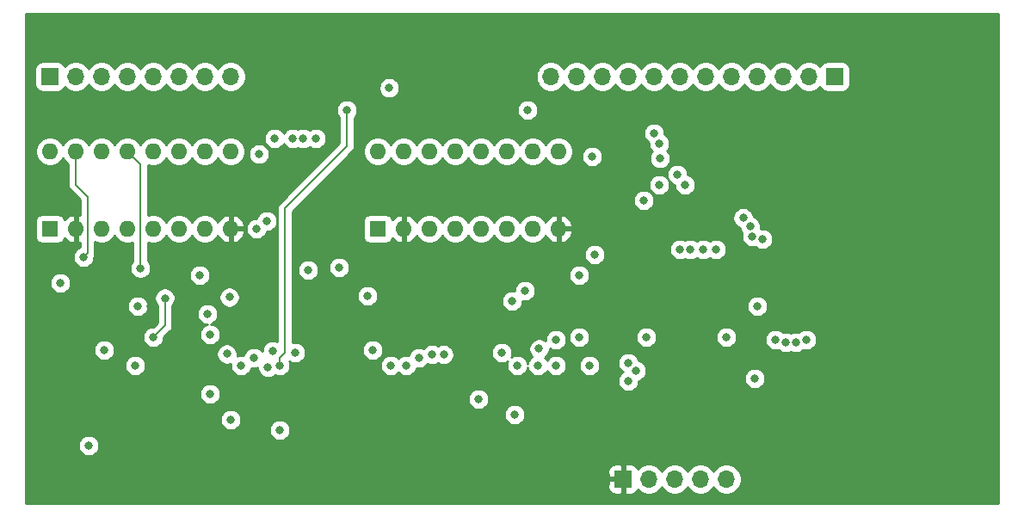
<source format=gbr>
%TF.GenerationSoftware,KiCad,Pcbnew,(5.1.10-1-10_14)*%
%TF.CreationDate,2021-11-15T09:00:54-05:00*%
%TF.ProjectId,FIFO-ram-buffer,4649464f-2d72-4616-9d2d-627566666572,rev?*%
%TF.SameCoordinates,Original*%
%TF.FileFunction,Copper,L2,Inr*%
%TF.FilePolarity,Positive*%
%FSLAX46Y46*%
G04 Gerber Fmt 4.6, Leading zero omitted, Abs format (unit mm)*
G04 Created by KiCad (PCBNEW (5.1.10-1-10_14)) date 2021-11-15 09:00:54*
%MOMM*%
%LPD*%
G01*
G04 APERTURE LIST*
%TA.AperFunction,ComponentPad*%
%ADD10O,1.700000X1.700000*%
%TD*%
%TA.AperFunction,ComponentPad*%
%ADD11R,1.700000X1.700000*%
%TD*%
%TA.AperFunction,ComponentPad*%
%ADD12O,1.600000X1.600000*%
%TD*%
%TA.AperFunction,ComponentPad*%
%ADD13R,1.600000X1.600000*%
%TD*%
%TA.AperFunction,ViaPad*%
%ADD14C,0.800000*%
%TD*%
%TA.AperFunction,Conductor*%
%ADD15C,0.200000*%
%TD*%
%TA.AperFunction,Conductor*%
%ADD16C,0.254000*%
%TD*%
%TA.AperFunction,Conductor*%
%ADD17C,0.100000*%
%TD*%
G04 APERTURE END LIST*
D10*
%TO.N,BUS0*%
%TO.C,J3*%
X117856000Y-107188000D03*
%TO.N,BUS1*%
X120396000Y-107188000D03*
%TO.N,BUS2*%
X122936000Y-107188000D03*
%TO.N,BUS3*%
X125476000Y-107188000D03*
%TO.N,BUS4*%
X128016000Y-107188000D03*
%TO.N,BUS5*%
X130556000Y-107188000D03*
%TO.N,BUS6*%
X133096000Y-107188000D03*
%TO.N,BUS7*%
X135636000Y-107188000D03*
%TO.N,STATUS0*%
X138176000Y-107188000D03*
%TO.N,STATUS1*%
X140716000Y-107188000D03*
%TO.N,STATUS2*%
X143256000Y-107188000D03*
D11*
%TO.N,STATUS3*%
X145796000Y-107188000D03*
%TD*%
D12*
%TO.N,VCC*%
%TO.C,U7*%
X100838000Y-114554000D03*
%TO.N,GND*%
X118618000Y-122174000D03*
%TO.N,Net-(U3-Pad7)*%
X103378000Y-114554000D03*
%TO.N,Net-(U2-Pad9)*%
X116078000Y-122174000D03*
%TO.N,Net-(U3-Pad9)*%
X105918000Y-114554000D03*
%TO.N,INPUT5*%
X113538000Y-122174000D03*
%TO.N,Net-(U3-Pad12)*%
X108458000Y-114554000D03*
%TO.N,Net-(U2-Pad5)*%
X110998000Y-122174000D03*
%TO.N,INPUT7*%
X110998000Y-114554000D03*
%TO.N,INPUT4*%
X108458000Y-122174000D03*
%TO.N,Net-(U2-Pad13)*%
X113538000Y-114554000D03*
%TO.N,~WE*%
X105918000Y-122174000D03*
%TO.N,INPUT6*%
X116078000Y-114554000D03*
%TO.N,GND*%
X103378000Y-122174000D03*
%TO.N,Net-(U2-Pad11)*%
X118618000Y-114554000D03*
D13*
%TO.N,Net-(U3-Pad4)*%
X100838000Y-122174000D03*
%TD*%
D12*
%TO.N,VCC*%
%TO.C,U5*%
X68580000Y-114554000D03*
%TO.N,GND*%
X86360000Y-122174000D03*
%TO.N,Net-(U3-Pad7)*%
X71120000Y-114554000D03*
%TO.N,Net-(U1-Pad1)*%
X83820000Y-122174000D03*
%TO.N,Net-(U3-Pad9)*%
X73660000Y-114554000D03*
%TO.N,INPUT1*%
X81280000Y-122174000D03*
%TO.N,Net-(U3-Pad12)*%
X76200000Y-114554000D03*
%TO.N,Net-(U1-Pad3)*%
X78740000Y-122174000D03*
%TO.N,INPUT3*%
X78740000Y-114554000D03*
%TO.N,INPUT0*%
X76200000Y-122174000D03*
%TO.N,Net-(U1-Pad13)*%
X81280000Y-114554000D03*
%TO.N,~WE*%
X73660000Y-122174000D03*
%TO.N,INPUT2*%
X83820000Y-114554000D03*
%TO.N,GND*%
X71120000Y-122174000D03*
%TO.N,Net-(U1-Pad11)*%
X86360000Y-114554000D03*
D13*
%TO.N,Net-(U3-Pad4)*%
X68580000Y-122174000D03*
%TD*%
D10*
%TO.N,INPUT7*%
%TO.C,J2*%
X86360000Y-107188000D03*
%TO.N,INPUT6*%
X83820000Y-107188000D03*
%TO.N,INPUT5*%
X81280000Y-107188000D03*
%TO.N,INPUT4*%
X78740000Y-107188000D03*
%TO.N,INPUT3*%
X76200000Y-107188000D03*
%TO.N,INPUT2*%
X73660000Y-107188000D03*
%TO.N,INPUT1*%
X71120000Y-107188000D03*
D11*
%TO.N,INPUT0*%
X68580000Y-107188000D03*
%TD*%
D10*
%TO.N,OUTPUT_STATUS*%
%TO.C,J1*%
X135128000Y-146812000D03*
%TO.N,READ*%
X132588000Y-146812000D03*
%TO.N,WRITE*%
X130048000Y-146812000D03*
%TO.N,VCC*%
X127508000Y-146812000D03*
D11*
%TO.N,GND*%
X124968000Y-146812000D03*
%TD*%
D14*
%TO.N,Net-(U1-Pad8)*%
X89916000Y-121412000D03*
X120650000Y-126746000D03*
%TO.N,Net-(U1-Pad6)*%
X97028000Y-125984000D03*
X115316000Y-128270000D03*
%TO.N,VCC*%
X121920000Y-115062000D03*
X101957500Y-108307500D03*
X89138168Y-114823832D03*
X128592500Y-115247500D03*
X128524000Y-117856000D03*
X77216000Y-129794000D03*
X93980000Y-126238000D03*
X86233000Y-128905000D03*
X99822000Y-128778000D03*
X103632000Y-135636000D03*
X114046000Y-129286000D03*
X121666000Y-135636000D03*
X127254000Y-132842000D03*
X138176000Y-129794000D03*
X137922000Y-136906000D03*
X72390000Y-143510000D03*
X90032717Y-135814417D03*
%TO.N,Net-(U3-Pad12)*%
X77470000Y-126045990D03*
%TO.N,GND*%
X95758000Y-119380000D03*
X139192000Y-121920000D03*
X105664000Y-106680000D03*
X128258970Y-120057979D03*
X83566000Y-136652000D03*
X86360000Y-139446000D03*
X88773000Y-128905000D03*
X94234000Y-128778000D03*
X99695000Y-135763000D03*
X108458000Y-135636000D03*
X107442000Y-128778000D03*
X123063000Y-135763000D03*
X144911000Y-135505000D03*
X150368000Y-137160000D03*
X67056000Y-144018000D03*
X68580000Y-134366000D03*
X78486000Y-129794000D03*
X95133283Y-136082010D03*
X101600000Y-128778000D03*
X132588000Y-137414000D03*
X127508000Y-128778000D03*
X160528000Y-125476008D03*
%TO.N,Net-(C1-Pad1)*%
X84074000Y-130556000D03*
X73914000Y-134112000D03*
%TO.N,OUTPUT_STATUS*%
X135128000Y-132842000D03*
%TO.N,READ*%
X91186000Y-135636000D03*
X97790000Y-110490000D03*
X91186000Y-141986000D03*
%TO.N,WRITE*%
X76962000Y-135636000D03*
X110744000Y-138938000D03*
X104888982Y-134860982D03*
%TO.N,STATUS0*%
X139954000Y-133096000D03*
%TO.N,STATUS1*%
X140970000Y-133350000D03*
%TO.N,STATUS2*%
X141986000Y-133350000D03*
%TO.N,STATUS3*%
X143002000Y-133096000D03*
%TO.N,~WE*%
X69596000Y-127508000D03*
%TO.N,RAM1*%
X131572000Y-124206000D03*
X93472000Y-113284000D03*
%TO.N,RAM0*%
X130556000Y-124206000D03*
X94742000Y-113284000D03*
%TO.N,W3*%
X88900000Y-122174000D03*
X79888990Y-129004040D03*
X78740000Y-132842000D03*
X107315000Y-134558010D03*
%TO.N,W2*%
X84328000Y-132588000D03*
X106172000Y-134558010D03*
%TO.N,W1*%
X85979000Y-134493000D03*
X100330000Y-134112000D03*
%TO.N,W0*%
X88646000Y-134874000D03*
X102108000Y-135636000D03*
%TO.N,RAM7*%
X128016000Y-112776000D03*
X136778180Y-121096010D03*
%TO.N,RAM6*%
X128524000Y-113792000D03*
X137465992Y-121912178D03*
%TO.N,RAM5*%
X137668000Y-122936000D03*
X131064000Y-117856000D03*
%TO.N,RAM4*%
X127000000Y-119380000D03*
X138684000Y-123190000D03*
%TO.N,RAM3*%
X134112000Y-124206000D03*
X90678000Y-113284000D03*
%TO.N,RAM2*%
X132842000Y-124206000D03*
X92456000Y-113284000D03*
%TO.N,R3*%
X92710000Y-134366000D03*
X90489732Y-134177083D03*
X113030000Y-134366000D03*
X116696047Y-133975918D03*
%TO.N,R1*%
X84328000Y-138430000D03*
X87376000Y-135636000D03*
X86360000Y-140970000D03*
X114300000Y-140462000D03*
X116586000Y-135636000D03*
%TO.N,DATACOUNT2*%
X118364000Y-133096000D03*
X125491832Y-135366168D03*
%TO.N,DATACOUNT0*%
X118364000Y-135636000D03*
X125476000Y-137160000D03*
%TO.N,DATACOUNT1*%
X114554000Y-135636000D03*
X126238000Y-136144000D03*
%TO.N,Net-(Q3-Pad3)*%
X130313000Y-116829000D03*
X115570000Y-110490000D03*
%TO.N,Net-(U2-Pad2)*%
X122174000Y-124714000D03*
X120650000Y-132842000D03*
%TO.N,Net-(U3-Pad9)*%
X83312000Y-126746000D03*
%TO.N,Net-(U3-Pad7)*%
X71882000Y-124968000D03*
%TD*%
D15*
%TO.N,Net-(U3-Pad12)*%
X76200000Y-114554000D02*
X77470000Y-115824000D01*
X77470000Y-115824000D02*
X77470000Y-126045990D01*
%TO.N,READ*%
X91186000Y-135636000D02*
X91186000Y-134874000D01*
X91186000Y-134874000D02*
X91694000Y-134366000D01*
X91694000Y-134366000D02*
X91694000Y-120142000D01*
X91694000Y-120142000D02*
X97790000Y-114046000D01*
X97790000Y-114046000D02*
X97790000Y-110490000D01*
%TO.N,W3*%
X79888990Y-131693010D02*
X78740000Y-132842000D01*
X79888990Y-129004040D02*
X79888990Y-131693010D01*
%TO.N,Net-(U3-Pad7)*%
X72281999Y-124568001D02*
X72281999Y-119017999D01*
X71882000Y-124968000D02*
X72281999Y-124568001D01*
X71120000Y-117856000D02*
X71120000Y-114554000D01*
X72281999Y-119017999D02*
X71120000Y-117856000D01*
%TD*%
D16*
%TO.N,GND*%
X161900000Y-149200000D02*
X66192000Y-149200000D01*
X66192000Y-147662000D01*
X123479928Y-147662000D01*
X123492188Y-147786482D01*
X123528498Y-147906180D01*
X123587463Y-148016494D01*
X123666815Y-148113185D01*
X123763506Y-148192537D01*
X123873820Y-148251502D01*
X123993518Y-148287812D01*
X124118000Y-148300072D01*
X124682250Y-148297000D01*
X124841000Y-148138250D01*
X124841000Y-146939000D01*
X123641750Y-146939000D01*
X123483000Y-147097750D01*
X123479928Y-147662000D01*
X66192000Y-147662000D01*
X66192000Y-145962000D01*
X123479928Y-145962000D01*
X123483000Y-146526250D01*
X123641750Y-146685000D01*
X124841000Y-146685000D01*
X124841000Y-145485750D01*
X125095000Y-145485750D01*
X125095000Y-146685000D01*
X125115000Y-146685000D01*
X125115000Y-146939000D01*
X125095000Y-146939000D01*
X125095000Y-148138250D01*
X125253750Y-148297000D01*
X125818000Y-148300072D01*
X125942482Y-148287812D01*
X126062180Y-148251502D01*
X126172494Y-148192537D01*
X126269185Y-148113185D01*
X126348537Y-148016494D01*
X126407502Y-147906180D01*
X126429513Y-147833620D01*
X126561368Y-147965475D01*
X126804589Y-148127990D01*
X127074842Y-148239932D01*
X127361740Y-148297000D01*
X127654260Y-148297000D01*
X127941158Y-148239932D01*
X128211411Y-148127990D01*
X128454632Y-147965475D01*
X128661475Y-147758632D01*
X128778000Y-147584240D01*
X128894525Y-147758632D01*
X129101368Y-147965475D01*
X129344589Y-148127990D01*
X129614842Y-148239932D01*
X129901740Y-148297000D01*
X130194260Y-148297000D01*
X130481158Y-148239932D01*
X130751411Y-148127990D01*
X130994632Y-147965475D01*
X131201475Y-147758632D01*
X131318000Y-147584240D01*
X131434525Y-147758632D01*
X131641368Y-147965475D01*
X131884589Y-148127990D01*
X132154842Y-148239932D01*
X132441740Y-148297000D01*
X132734260Y-148297000D01*
X133021158Y-148239932D01*
X133291411Y-148127990D01*
X133534632Y-147965475D01*
X133741475Y-147758632D01*
X133858000Y-147584240D01*
X133974525Y-147758632D01*
X134181368Y-147965475D01*
X134424589Y-148127990D01*
X134694842Y-148239932D01*
X134981740Y-148297000D01*
X135274260Y-148297000D01*
X135561158Y-148239932D01*
X135831411Y-148127990D01*
X136074632Y-147965475D01*
X136281475Y-147758632D01*
X136443990Y-147515411D01*
X136555932Y-147245158D01*
X136613000Y-146958260D01*
X136613000Y-146665740D01*
X136555932Y-146378842D01*
X136443990Y-146108589D01*
X136281475Y-145865368D01*
X136074632Y-145658525D01*
X135831411Y-145496010D01*
X135561158Y-145384068D01*
X135274260Y-145327000D01*
X134981740Y-145327000D01*
X134694842Y-145384068D01*
X134424589Y-145496010D01*
X134181368Y-145658525D01*
X133974525Y-145865368D01*
X133858000Y-146039760D01*
X133741475Y-145865368D01*
X133534632Y-145658525D01*
X133291411Y-145496010D01*
X133021158Y-145384068D01*
X132734260Y-145327000D01*
X132441740Y-145327000D01*
X132154842Y-145384068D01*
X131884589Y-145496010D01*
X131641368Y-145658525D01*
X131434525Y-145865368D01*
X131318000Y-146039760D01*
X131201475Y-145865368D01*
X130994632Y-145658525D01*
X130751411Y-145496010D01*
X130481158Y-145384068D01*
X130194260Y-145327000D01*
X129901740Y-145327000D01*
X129614842Y-145384068D01*
X129344589Y-145496010D01*
X129101368Y-145658525D01*
X128894525Y-145865368D01*
X128778000Y-146039760D01*
X128661475Y-145865368D01*
X128454632Y-145658525D01*
X128211411Y-145496010D01*
X127941158Y-145384068D01*
X127654260Y-145327000D01*
X127361740Y-145327000D01*
X127074842Y-145384068D01*
X126804589Y-145496010D01*
X126561368Y-145658525D01*
X126429513Y-145790380D01*
X126407502Y-145717820D01*
X126348537Y-145607506D01*
X126269185Y-145510815D01*
X126172494Y-145431463D01*
X126062180Y-145372498D01*
X125942482Y-145336188D01*
X125818000Y-145323928D01*
X125253750Y-145327000D01*
X125095000Y-145485750D01*
X124841000Y-145485750D01*
X124682250Y-145327000D01*
X124118000Y-145323928D01*
X123993518Y-145336188D01*
X123873820Y-145372498D01*
X123763506Y-145431463D01*
X123666815Y-145510815D01*
X123587463Y-145607506D01*
X123528498Y-145717820D01*
X123492188Y-145837518D01*
X123479928Y-145962000D01*
X66192000Y-145962000D01*
X66192000Y-143408061D01*
X71355000Y-143408061D01*
X71355000Y-143611939D01*
X71394774Y-143811898D01*
X71472795Y-144000256D01*
X71586063Y-144169774D01*
X71730226Y-144313937D01*
X71899744Y-144427205D01*
X72088102Y-144505226D01*
X72288061Y-144545000D01*
X72491939Y-144545000D01*
X72691898Y-144505226D01*
X72880256Y-144427205D01*
X73049774Y-144313937D01*
X73193937Y-144169774D01*
X73307205Y-144000256D01*
X73385226Y-143811898D01*
X73425000Y-143611939D01*
X73425000Y-143408061D01*
X73385226Y-143208102D01*
X73307205Y-143019744D01*
X73193937Y-142850226D01*
X73049774Y-142706063D01*
X72880256Y-142592795D01*
X72691898Y-142514774D01*
X72491939Y-142475000D01*
X72288061Y-142475000D01*
X72088102Y-142514774D01*
X71899744Y-142592795D01*
X71730226Y-142706063D01*
X71586063Y-142850226D01*
X71472795Y-143019744D01*
X71394774Y-143208102D01*
X71355000Y-143408061D01*
X66192000Y-143408061D01*
X66192000Y-140868061D01*
X85325000Y-140868061D01*
X85325000Y-141071939D01*
X85364774Y-141271898D01*
X85442795Y-141460256D01*
X85556063Y-141629774D01*
X85700226Y-141773937D01*
X85869744Y-141887205D01*
X86058102Y-141965226D01*
X86258061Y-142005000D01*
X86461939Y-142005000D01*
X86661898Y-141965226D01*
X86850256Y-141887205D01*
X86854961Y-141884061D01*
X90151000Y-141884061D01*
X90151000Y-142087939D01*
X90190774Y-142287898D01*
X90268795Y-142476256D01*
X90382063Y-142645774D01*
X90526226Y-142789937D01*
X90695744Y-142903205D01*
X90884102Y-142981226D01*
X91084061Y-143021000D01*
X91287939Y-143021000D01*
X91487898Y-142981226D01*
X91676256Y-142903205D01*
X91845774Y-142789937D01*
X91989937Y-142645774D01*
X92103205Y-142476256D01*
X92181226Y-142287898D01*
X92221000Y-142087939D01*
X92221000Y-141884061D01*
X92181226Y-141684102D01*
X92103205Y-141495744D01*
X91989937Y-141326226D01*
X91845774Y-141182063D01*
X91676256Y-141068795D01*
X91487898Y-140990774D01*
X91287939Y-140951000D01*
X91084061Y-140951000D01*
X90884102Y-140990774D01*
X90695744Y-141068795D01*
X90526226Y-141182063D01*
X90382063Y-141326226D01*
X90268795Y-141495744D01*
X90190774Y-141684102D01*
X90151000Y-141884061D01*
X86854961Y-141884061D01*
X87019774Y-141773937D01*
X87163937Y-141629774D01*
X87277205Y-141460256D01*
X87355226Y-141271898D01*
X87395000Y-141071939D01*
X87395000Y-140868061D01*
X87355226Y-140668102D01*
X87277205Y-140479744D01*
X87197236Y-140360061D01*
X113265000Y-140360061D01*
X113265000Y-140563939D01*
X113304774Y-140763898D01*
X113382795Y-140952256D01*
X113496063Y-141121774D01*
X113640226Y-141265937D01*
X113809744Y-141379205D01*
X113998102Y-141457226D01*
X114198061Y-141497000D01*
X114401939Y-141497000D01*
X114601898Y-141457226D01*
X114790256Y-141379205D01*
X114959774Y-141265937D01*
X115103937Y-141121774D01*
X115217205Y-140952256D01*
X115295226Y-140763898D01*
X115335000Y-140563939D01*
X115335000Y-140360061D01*
X115295226Y-140160102D01*
X115217205Y-139971744D01*
X115103937Y-139802226D01*
X114959774Y-139658063D01*
X114790256Y-139544795D01*
X114601898Y-139466774D01*
X114401939Y-139427000D01*
X114198061Y-139427000D01*
X113998102Y-139466774D01*
X113809744Y-139544795D01*
X113640226Y-139658063D01*
X113496063Y-139802226D01*
X113382795Y-139971744D01*
X113304774Y-140160102D01*
X113265000Y-140360061D01*
X87197236Y-140360061D01*
X87163937Y-140310226D01*
X87019774Y-140166063D01*
X86850256Y-140052795D01*
X86661898Y-139974774D01*
X86461939Y-139935000D01*
X86258061Y-139935000D01*
X86058102Y-139974774D01*
X85869744Y-140052795D01*
X85700226Y-140166063D01*
X85556063Y-140310226D01*
X85442795Y-140479744D01*
X85364774Y-140668102D01*
X85325000Y-140868061D01*
X66192000Y-140868061D01*
X66192000Y-138328061D01*
X83293000Y-138328061D01*
X83293000Y-138531939D01*
X83332774Y-138731898D01*
X83410795Y-138920256D01*
X83524063Y-139089774D01*
X83668226Y-139233937D01*
X83837744Y-139347205D01*
X84026102Y-139425226D01*
X84226061Y-139465000D01*
X84429939Y-139465000D01*
X84629898Y-139425226D01*
X84818256Y-139347205D01*
X84987774Y-139233937D01*
X85131937Y-139089774D01*
X85245205Y-138920256D01*
X85280079Y-138836061D01*
X109709000Y-138836061D01*
X109709000Y-139039939D01*
X109748774Y-139239898D01*
X109826795Y-139428256D01*
X109940063Y-139597774D01*
X110084226Y-139741937D01*
X110253744Y-139855205D01*
X110442102Y-139933226D01*
X110642061Y-139973000D01*
X110845939Y-139973000D01*
X111045898Y-139933226D01*
X111234256Y-139855205D01*
X111403774Y-139741937D01*
X111547937Y-139597774D01*
X111661205Y-139428256D01*
X111739226Y-139239898D01*
X111779000Y-139039939D01*
X111779000Y-138836061D01*
X111739226Y-138636102D01*
X111661205Y-138447744D01*
X111547937Y-138278226D01*
X111403774Y-138134063D01*
X111234256Y-138020795D01*
X111045898Y-137942774D01*
X110845939Y-137903000D01*
X110642061Y-137903000D01*
X110442102Y-137942774D01*
X110253744Y-138020795D01*
X110084226Y-138134063D01*
X109940063Y-138278226D01*
X109826795Y-138447744D01*
X109748774Y-138636102D01*
X109709000Y-138836061D01*
X85280079Y-138836061D01*
X85323226Y-138731898D01*
X85363000Y-138531939D01*
X85363000Y-138328061D01*
X85323226Y-138128102D01*
X85245205Y-137939744D01*
X85131937Y-137770226D01*
X84987774Y-137626063D01*
X84818256Y-137512795D01*
X84629898Y-137434774D01*
X84429939Y-137395000D01*
X84226061Y-137395000D01*
X84026102Y-137434774D01*
X83837744Y-137512795D01*
X83668226Y-137626063D01*
X83524063Y-137770226D01*
X83410795Y-137939744D01*
X83332774Y-138128102D01*
X83293000Y-138328061D01*
X66192000Y-138328061D01*
X66192000Y-137058061D01*
X124441000Y-137058061D01*
X124441000Y-137261939D01*
X124480774Y-137461898D01*
X124558795Y-137650256D01*
X124672063Y-137819774D01*
X124816226Y-137963937D01*
X124985744Y-138077205D01*
X125174102Y-138155226D01*
X125374061Y-138195000D01*
X125577939Y-138195000D01*
X125777898Y-138155226D01*
X125966256Y-138077205D01*
X126135774Y-137963937D01*
X126279937Y-137819774D01*
X126393205Y-137650256D01*
X126471226Y-137461898D01*
X126511000Y-137261939D01*
X126511000Y-137144974D01*
X126539898Y-137139226D01*
X126728256Y-137061205D01*
X126897774Y-136947937D01*
X127041650Y-136804061D01*
X136887000Y-136804061D01*
X136887000Y-137007939D01*
X136926774Y-137207898D01*
X137004795Y-137396256D01*
X137118063Y-137565774D01*
X137262226Y-137709937D01*
X137431744Y-137823205D01*
X137620102Y-137901226D01*
X137820061Y-137941000D01*
X138023939Y-137941000D01*
X138223898Y-137901226D01*
X138412256Y-137823205D01*
X138581774Y-137709937D01*
X138725937Y-137565774D01*
X138839205Y-137396256D01*
X138917226Y-137207898D01*
X138957000Y-137007939D01*
X138957000Y-136804061D01*
X138917226Y-136604102D01*
X138839205Y-136415744D01*
X138725937Y-136246226D01*
X138581774Y-136102063D01*
X138412256Y-135988795D01*
X138223898Y-135910774D01*
X138023939Y-135871000D01*
X137820061Y-135871000D01*
X137620102Y-135910774D01*
X137431744Y-135988795D01*
X137262226Y-136102063D01*
X137118063Y-136246226D01*
X137004795Y-136415744D01*
X136926774Y-136604102D01*
X136887000Y-136804061D01*
X127041650Y-136804061D01*
X127041937Y-136803774D01*
X127155205Y-136634256D01*
X127233226Y-136445898D01*
X127273000Y-136245939D01*
X127273000Y-136042061D01*
X127233226Y-135842102D01*
X127155205Y-135653744D01*
X127041937Y-135484226D01*
X126897774Y-135340063D01*
X126728256Y-135226795D01*
X126539898Y-135148774D01*
X126502382Y-135141312D01*
X126487058Y-135064270D01*
X126409037Y-134875912D01*
X126295769Y-134706394D01*
X126151606Y-134562231D01*
X125982088Y-134448963D01*
X125793730Y-134370942D01*
X125593771Y-134331168D01*
X125389893Y-134331168D01*
X125189934Y-134370942D01*
X125001576Y-134448963D01*
X124832058Y-134562231D01*
X124687895Y-134706394D01*
X124574627Y-134875912D01*
X124496606Y-135064270D01*
X124456832Y-135264229D01*
X124456832Y-135468107D01*
X124496606Y-135668066D01*
X124574627Y-135856424D01*
X124687895Y-136025942D01*
X124832058Y-136170105D01*
X124963295Y-136257795D01*
X124816226Y-136356063D01*
X124672063Y-136500226D01*
X124558795Y-136669744D01*
X124480774Y-136858102D01*
X124441000Y-137058061D01*
X66192000Y-137058061D01*
X66192000Y-135534061D01*
X75927000Y-135534061D01*
X75927000Y-135737939D01*
X75966774Y-135937898D01*
X76044795Y-136126256D01*
X76158063Y-136295774D01*
X76302226Y-136439937D01*
X76471744Y-136553205D01*
X76660102Y-136631226D01*
X76860061Y-136671000D01*
X77063939Y-136671000D01*
X77263898Y-136631226D01*
X77452256Y-136553205D01*
X77621774Y-136439937D01*
X77765937Y-136295774D01*
X77879205Y-136126256D01*
X77957226Y-135937898D01*
X77997000Y-135737939D01*
X77997000Y-135534061D01*
X77957226Y-135334102D01*
X77879205Y-135145744D01*
X77765937Y-134976226D01*
X77621774Y-134832063D01*
X77452256Y-134718795D01*
X77263898Y-134640774D01*
X77063939Y-134601000D01*
X76860061Y-134601000D01*
X76660102Y-134640774D01*
X76471744Y-134718795D01*
X76302226Y-134832063D01*
X76158063Y-134976226D01*
X76044795Y-135145744D01*
X75966774Y-135334102D01*
X75927000Y-135534061D01*
X66192000Y-135534061D01*
X66192000Y-134010061D01*
X72879000Y-134010061D01*
X72879000Y-134213939D01*
X72918774Y-134413898D01*
X72996795Y-134602256D01*
X73110063Y-134771774D01*
X73254226Y-134915937D01*
X73423744Y-135029205D01*
X73612102Y-135107226D01*
X73812061Y-135147000D01*
X74015939Y-135147000D01*
X74215898Y-135107226D01*
X74404256Y-135029205D01*
X74573774Y-134915937D01*
X74717937Y-134771774D01*
X74831205Y-134602256D01*
X74909226Y-134413898D01*
X74913768Y-134391061D01*
X84944000Y-134391061D01*
X84944000Y-134594939D01*
X84983774Y-134794898D01*
X85061795Y-134983256D01*
X85175063Y-135152774D01*
X85319226Y-135296937D01*
X85488744Y-135410205D01*
X85677102Y-135488226D01*
X85877061Y-135528000D01*
X86080939Y-135528000D01*
X86280898Y-135488226D01*
X86356332Y-135456980D01*
X86341000Y-135534061D01*
X86341000Y-135737939D01*
X86380774Y-135937898D01*
X86458795Y-136126256D01*
X86572063Y-136295774D01*
X86716226Y-136439937D01*
X86885744Y-136553205D01*
X87074102Y-136631226D01*
X87274061Y-136671000D01*
X87477939Y-136671000D01*
X87677898Y-136631226D01*
X87866256Y-136553205D01*
X88035774Y-136439937D01*
X88179937Y-136295774D01*
X88293205Y-136126256D01*
X88371226Y-135937898D01*
X88383333Y-135877030D01*
X88544061Y-135909000D01*
X88747939Y-135909000D01*
X88947898Y-135869226D01*
X88997717Y-135848590D01*
X88997717Y-135916356D01*
X89037491Y-136116315D01*
X89115512Y-136304673D01*
X89228780Y-136474191D01*
X89372943Y-136618354D01*
X89542461Y-136731622D01*
X89730819Y-136809643D01*
X89930778Y-136849417D01*
X90134656Y-136849417D01*
X90334615Y-136809643D01*
X90522973Y-136731622D01*
X90692491Y-136618354D01*
X90739511Y-136571334D01*
X90884102Y-136631226D01*
X91084061Y-136671000D01*
X91287939Y-136671000D01*
X91487898Y-136631226D01*
X91676256Y-136553205D01*
X91845774Y-136439937D01*
X91989937Y-136295774D01*
X92103205Y-136126256D01*
X92181226Y-135937898D01*
X92221000Y-135737939D01*
X92221000Y-135534061D01*
X101073000Y-135534061D01*
X101073000Y-135737939D01*
X101112774Y-135937898D01*
X101190795Y-136126256D01*
X101304063Y-136295774D01*
X101448226Y-136439937D01*
X101617744Y-136553205D01*
X101806102Y-136631226D01*
X102006061Y-136671000D01*
X102209939Y-136671000D01*
X102409898Y-136631226D01*
X102598256Y-136553205D01*
X102767774Y-136439937D01*
X102870000Y-136337711D01*
X102972226Y-136439937D01*
X103141744Y-136553205D01*
X103330102Y-136631226D01*
X103530061Y-136671000D01*
X103733939Y-136671000D01*
X103933898Y-136631226D01*
X104122256Y-136553205D01*
X104291774Y-136439937D01*
X104435937Y-136295774D01*
X104549205Y-136126256D01*
X104627226Y-135937898D01*
X104641329Y-135866998D01*
X104787043Y-135895982D01*
X104990921Y-135895982D01*
X105190880Y-135856208D01*
X105379238Y-135778187D01*
X105548756Y-135664919D01*
X105692919Y-135520756D01*
X105714330Y-135488713D01*
X105870102Y-135553236D01*
X106070061Y-135593010D01*
X106273939Y-135593010D01*
X106473898Y-135553236D01*
X106662256Y-135475215D01*
X106743500Y-135420930D01*
X106824744Y-135475215D01*
X107013102Y-135553236D01*
X107213061Y-135593010D01*
X107416939Y-135593010D01*
X107616898Y-135553236D01*
X107805256Y-135475215D01*
X107974774Y-135361947D01*
X108118937Y-135217784D01*
X108232205Y-135048266D01*
X108310226Y-134859908D01*
X108350000Y-134659949D01*
X108350000Y-134456071D01*
X108311808Y-134264061D01*
X111995000Y-134264061D01*
X111995000Y-134467939D01*
X112034774Y-134667898D01*
X112112795Y-134856256D01*
X112226063Y-135025774D01*
X112370226Y-135169937D01*
X112539744Y-135283205D01*
X112728102Y-135361226D01*
X112928061Y-135401000D01*
X113131939Y-135401000D01*
X113331898Y-135361226D01*
X113520256Y-135283205D01*
X113602665Y-135228141D01*
X113558774Y-135334102D01*
X113519000Y-135534061D01*
X113519000Y-135737939D01*
X113558774Y-135937898D01*
X113636795Y-136126256D01*
X113750063Y-136295774D01*
X113894226Y-136439937D01*
X114063744Y-136553205D01*
X114252102Y-136631226D01*
X114452061Y-136671000D01*
X114655939Y-136671000D01*
X114855898Y-136631226D01*
X115044256Y-136553205D01*
X115213774Y-136439937D01*
X115357937Y-136295774D01*
X115471205Y-136126256D01*
X115549226Y-135937898D01*
X115570000Y-135833459D01*
X115590774Y-135937898D01*
X115668795Y-136126256D01*
X115782063Y-136295774D01*
X115926226Y-136439937D01*
X116095744Y-136553205D01*
X116284102Y-136631226D01*
X116484061Y-136671000D01*
X116687939Y-136671000D01*
X116887898Y-136631226D01*
X117076256Y-136553205D01*
X117245774Y-136439937D01*
X117389937Y-136295774D01*
X117475000Y-136168468D01*
X117560063Y-136295774D01*
X117704226Y-136439937D01*
X117873744Y-136553205D01*
X118062102Y-136631226D01*
X118262061Y-136671000D01*
X118465939Y-136671000D01*
X118665898Y-136631226D01*
X118854256Y-136553205D01*
X119023774Y-136439937D01*
X119167937Y-136295774D01*
X119281205Y-136126256D01*
X119359226Y-135937898D01*
X119399000Y-135737939D01*
X119399000Y-135534061D01*
X120631000Y-135534061D01*
X120631000Y-135737939D01*
X120670774Y-135937898D01*
X120748795Y-136126256D01*
X120862063Y-136295774D01*
X121006226Y-136439937D01*
X121175744Y-136553205D01*
X121364102Y-136631226D01*
X121564061Y-136671000D01*
X121767939Y-136671000D01*
X121967898Y-136631226D01*
X122156256Y-136553205D01*
X122325774Y-136439937D01*
X122469937Y-136295774D01*
X122583205Y-136126256D01*
X122661226Y-135937898D01*
X122701000Y-135737939D01*
X122701000Y-135534061D01*
X122661226Y-135334102D01*
X122583205Y-135145744D01*
X122469937Y-134976226D01*
X122325774Y-134832063D01*
X122156256Y-134718795D01*
X121967898Y-134640774D01*
X121767939Y-134601000D01*
X121564061Y-134601000D01*
X121364102Y-134640774D01*
X121175744Y-134718795D01*
X121006226Y-134832063D01*
X120862063Y-134976226D01*
X120748795Y-135145744D01*
X120670774Y-135334102D01*
X120631000Y-135534061D01*
X119399000Y-135534061D01*
X119359226Y-135334102D01*
X119281205Y-135145744D01*
X119167937Y-134976226D01*
X119023774Y-134832063D01*
X118854256Y-134718795D01*
X118665898Y-134640774D01*
X118465939Y-134601000D01*
X118262061Y-134601000D01*
X118062102Y-134640774D01*
X117873744Y-134718795D01*
X117704226Y-134832063D01*
X117560063Y-134976226D01*
X117475000Y-135103532D01*
X117389937Y-134976226D01*
X117258556Y-134844845D01*
X117355821Y-134779855D01*
X117499984Y-134635692D01*
X117613252Y-134466174D01*
X117691273Y-134277816D01*
X117731047Y-134077857D01*
X117731047Y-133917858D01*
X117873744Y-134013205D01*
X118062102Y-134091226D01*
X118262061Y-134131000D01*
X118465939Y-134131000D01*
X118665898Y-134091226D01*
X118854256Y-134013205D01*
X119023774Y-133899937D01*
X119167937Y-133755774D01*
X119281205Y-133586256D01*
X119359226Y-133397898D01*
X119399000Y-133197939D01*
X119399000Y-132994061D01*
X119359226Y-132794102D01*
X119336842Y-132740061D01*
X119615000Y-132740061D01*
X119615000Y-132943939D01*
X119654774Y-133143898D01*
X119732795Y-133332256D01*
X119846063Y-133501774D01*
X119990226Y-133645937D01*
X120159744Y-133759205D01*
X120348102Y-133837226D01*
X120548061Y-133877000D01*
X120751939Y-133877000D01*
X120951898Y-133837226D01*
X121140256Y-133759205D01*
X121309774Y-133645937D01*
X121453937Y-133501774D01*
X121567205Y-133332256D01*
X121645226Y-133143898D01*
X121685000Y-132943939D01*
X121685000Y-132740061D01*
X126219000Y-132740061D01*
X126219000Y-132943939D01*
X126258774Y-133143898D01*
X126336795Y-133332256D01*
X126450063Y-133501774D01*
X126594226Y-133645937D01*
X126763744Y-133759205D01*
X126952102Y-133837226D01*
X127152061Y-133877000D01*
X127355939Y-133877000D01*
X127555898Y-133837226D01*
X127744256Y-133759205D01*
X127913774Y-133645937D01*
X128057937Y-133501774D01*
X128171205Y-133332256D01*
X128249226Y-133143898D01*
X128289000Y-132943939D01*
X128289000Y-132740061D01*
X134093000Y-132740061D01*
X134093000Y-132943939D01*
X134132774Y-133143898D01*
X134210795Y-133332256D01*
X134324063Y-133501774D01*
X134468226Y-133645937D01*
X134637744Y-133759205D01*
X134826102Y-133837226D01*
X135026061Y-133877000D01*
X135229939Y-133877000D01*
X135429898Y-133837226D01*
X135618256Y-133759205D01*
X135787774Y-133645937D01*
X135931937Y-133501774D01*
X136045205Y-133332256D01*
X136123226Y-133143898D01*
X136153030Y-132994061D01*
X138919000Y-132994061D01*
X138919000Y-133197939D01*
X138958774Y-133397898D01*
X139036795Y-133586256D01*
X139150063Y-133755774D01*
X139294226Y-133899937D01*
X139463744Y-134013205D01*
X139652102Y-134091226D01*
X139852061Y-134131000D01*
X140055939Y-134131000D01*
X140248906Y-134092617D01*
X140310226Y-134153937D01*
X140479744Y-134267205D01*
X140668102Y-134345226D01*
X140868061Y-134385000D01*
X141071939Y-134385000D01*
X141271898Y-134345226D01*
X141460256Y-134267205D01*
X141478000Y-134255349D01*
X141495744Y-134267205D01*
X141684102Y-134345226D01*
X141884061Y-134385000D01*
X142087939Y-134385000D01*
X142287898Y-134345226D01*
X142476256Y-134267205D01*
X142645774Y-134153937D01*
X142707094Y-134092617D01*
X142900061Y-134131000D01*
X143103939Y-134131000D01*
X143303898Y-134091226D01*
X143492256Y-134013205D01*
X143661774Y-133899937D01*
X143805937Y-133755774D01*
X143919205Y-133586256D01*
X143997226Y-133397898D01*
X144037000Y-133197939D01*
X144037000Y-132994061D01*
X143997226Y-132794102D01*
X143919205Y-132605744D01*
X143805937Y-132436226D01*
X143661774Y-132292063D01*
X143492256Y-132178795D01*
X143303898Y-132100774D01*
X143103939Y-132061000D01*
X142900061Y-132061000D01*
X142700102Y-132100774D01*
X142511744Y-132178795D01*
X142342226Y-132292063D01*
X142280906Y-132353383D01*
X142087939Y-132315000D01*
X141884061Y-132315000D01*
X141684102Y-132354774D01*
X141495744Y-132432795D01*
X141478000Y-132444651D01*
X141460256Y-132432795D01*
X141271898Y-132354774D01*
X141071939Y-132315000D01*
X140868061Y-132315000D01*
X140675094Y-132353383D01*
X140613774Y-132292063D01*
X140444256Y-132178795D01*
X140255898Y-132100774D01*
X140055939Y-132061000D01*
X139852061Y-132061000D01*
X139652102Y-132100774D01*
X139463744Y-132178795D01*
X139294226Y-132292063D01*
X139150063Y-132436226D01*
X139036795Y-132605744D01*
X138958774Y-132794102D01*
X138919000Y-132994061D01*
X136153030Y-132994061D01*
X136163000Y-132943939D01*
X136163000Y-132740061D01*
X136123226Y-132540102D01*
X136045205Y-132351744D01*
X135931937Y-132182226D01*
X135787774Y-132038063D01*
X135618256Y-131924795D01*
X135429898Y-131846774D01*
X135229939Y-131807000D01*
X135026061Y-131807000D01*
X134826102Y-131846774D01*
X134637744Y-131924795D01*
X134468226Y-132038063D01*
X134324063Y-132182226D01*
X134210795Y-132351744D01*
X134132774Y-132540102D01*
X134093000Y-132740061D01*
X128289000Y-132740061D01*
X128249226Y-132540102D01*
X128171205Y-132351744D01*
X128057937Y-132182226D01*
X127913774Y-132038063D01*
X127744256Y-131924795D01*
X127555898Y-131846774D01*
X127355939Y-131807000D01*
X127152061Y-131807000D01*
X126952102Y-131846774D01*
X126763744Y-131924795D01*
X126594226Y-132038063D01*
X126450063Y-132182226D01*
X126336795Y-132351744D01*
X126258774Y-132540102D01*
X126219000Y-132740061D01*
X121685000Y-132740061D01*
X121645226Y-132540102D01*
X121567205Y-132351744D01*
X121453937Y-132182226D01*
X121309774Y-132038063D01*
X121140256Y-131924795D01*
X120951898Y-131846774D01*
X120751939Y-131807000D01*
X120548061Y-131807000D01*
X120348102Y-131846774D01*
X120159744Y-131924795D01*
X119990226Y-132038063D01*
X119846063Y-132182226D01*
X119732795Y-132351744D01*
X119654774Y-132540102D01*
X119615000Y-132740061D01*
X119336842Y-132740061D01*
X119281205Y-132605744D01*
X119167937Y-132436226D01*
X119023774Y-132292063D01*
X118854256Y-132178795D01*
X118665898Y-132100774D01*
X118465939Y-132061000D01*
X118262061Y-132061000D01*
X118062102Y-132100774D01*
X117873744Y-132178795D01*
X117704226Y-132292063D01*
X117560063Y-132436226D01*
X117446795Y-132605744D01*
X117368774Y-132794102D01*
X117329000Y-132994061D01*
X117329000Y-133154060D01*
X117186303Y-133058713D01*
X116997945Y-132980692D01*
X116797986Y-132940918D01*
X116594108Y-132940918D01*
X116394149Y-132980692D01*
X116205791Y-133058713D01*
X116036273Y-133171981D01*
X115892110Y-133316144D01*
X115778842Y-133485662D01*
X115700821Y-133674020D01*
X115661047Y-133873979D01*
X115661047Y-134077857D01*
X115700821Y-134277816D01*
X115778842Y-134466174D01*
X115892110Y-134635692D01*
X116023491Y-134767073D01*
X115926226Y-134832063D01*
X115782063Y-134976226D01*
X115668795Y-135145744D01*
X115590774Y-135334102D01*
X115570000Y-135438541D01*
X115549226Y-135334102D01*
X115471205Y-135145744D01*
X115357937Y-134976226D01*
X115213774Y-134832063D01*
X115044256Y-134718795D01*
X114855898Y-134640774D01*
X114655939Y-134601000D01*
X114452061Y-134601000D01*
X114252102Y-134640774D01*
X114063744Y-134718795D01*
X113981335Y-134773859D01*
X114025226Y-134667898D01*
X114065000Y-134467939D01*
X114065000Y-134264061D01*
X114025226Y-134064102D01*
X113947205Y-133875744D01*
X113833937Y-133706226D01*
X113689774Y-133562063D01*
X113520256Y-133448795D01*
X113331898Y-133370774D01*
X113131939Y-133331000D01*
X112928061Y-133331000D01*
X112728102Y-133370774D01*
X112539744Y-133448795D01*
X112370226Y-133562063D01*
X112226063Y-133706226D01*
X112112795Y-133875744D01*
X112034774Y-134064102D01*
X111995000Y-134264061D01*
X108311808Y-134264061D01*
X108310226Y-134256112D01*
X108232205Y-134067754D01*
X108118937Y-133898236D01*
X107974774Y-133754073D01*
X107805256Y-133640805D01*
X107616898Y-133562784D01*
X107416939Y-133523010D01*
X107213061Y-133523010D01*
X107013102Y-133562784D01*
X106824744Y-133640805D01*
X106743500Y-133695090D01*
X106662256Y-133640805D01*
X106473898Y-133562784D01*
X106273939Y-133523010D01*
X106070061Y-133523010D01*
X105870102Y-133562784D01*
X105681744Y-133640805D01*
X105512226Y-133754073D01*
X105368063Y-133898236D01*
X105346652Y-133930279D01*
X105190880Y-133865756D01*
X104990921Y-133825982D01*
X104787043Y-133825982D01*
X104587084Y-133865756D01*
X104398726Y-133943777D01*
X104229208Y-134057045D01*
X104085045Y-134201208D01*
X103971777Y-134370726D01*
X103893756Y-134559084D01*
X103879653Y-134629984D01*
X103733939Y-134601000D01*
X103530061Y-134601000D01*
X103330102Y-134640774D01*
X103141744Y-134718795D01*
X102972226Y-134832063D01*
X102870000Y-134934289D01*
X102767774Y-134832063D01*
X102598256Y-134718795D01*
X102409898Y-134640774D01*
X102209939Y-134601000D01*
X102006061Y-134601000D01*
X101806102Y-134640774D01*
X101617744Y-134718795D01*
X101448226Y-134832063D01*
X101304063Y-134976226D01*
X101190795Y-135145744D01*
X101112774Y-135334102D01*
X101073000Y-135534061D01*
X92221000Y-135534061D01*
X92181226Y-135334102D01*
X92137335Y-135228141D01*
X92219744Y-135283205D01*
X92408102Y-135361226D01*
X92608061Y-135401000D01*
X92811939Y-135401000D01*
X93011898Y-135361226D01*
X93200256Y-135283205D01*
X93369774Y-135169937D01*
X93513937Y-135025774D01*
X93627205Y-134856256D01*
X93705226Y-134667898D01*
X93745000Y-134467939D01*
X93745000Y-134264061D01*
X93705226Y-134064102D01*
X93682842Y-134010061D01*
X99295000Y-134010061D01*
X99295000Y-134213939D01*
X99334774Y-134413898D01*
X99412795Y-134602256D01*
X99526063Y-134771774D01*
X99670226Y-134915937D01*
X99839744Y-135029205D01*
X100028102Y-135107226D01*
X100228061Y-135147000D01*
X100431939Y-135147000D01*
X100631898Y-135107226D01*
X100820256Y-135029205D01*
X100989774Y-134915937D01*
X101133937Y-134771774D01*
X101247205Y-134602256D01*
X101325226Y-134413898D01*
X101365000Y-134213939D01*
X101365000Y-134010061D01*
X101325226Y-133810102D01*
X101247205Y-133621744D01*
X101133937Y-133452226D01*
X100989774Y-133308063D01*
X100820256Y-133194795D01*
X100631898Y-133116774D01*
X100431939Y-133077000D01*
X100228061Y-133077000D01*
X100028102Y-133116774D01*
X99839744Y-133194795D01*
X99670226Y-133308063D01*
X99526063Y-133452226D01*
X99412795Y-133621744D01*
X99334774Y-133810102D01*
X99295000Y-134010061D01*
X93682842Y-134010061D01*
X93627205Y-133875744D01*
X93513937Y-133706226D01*
X93369774Y-133562063D01*
X93200256Y-133448795D01*
X93011898Y-133370774D01*
X92811939Y-133331000D01*
X92608061Y-133331000D01*
X92429000Y-133366617D01*
X92429000Y-128676061D01*
X98787000Y-128676061D01*
X98787000Y-128879939D01*
X98826774Y-129079898D01*
X98904795Y-129268256D01*
X99018063Y-129437774D01*
X99162226Y-129581937D01*
X99331744Y-129695205D01*
X99520102Y-129773226D01*
X99720061Y-129813000D01*
X99923939Y-129813000D01*
X100123898Y-129773226D01*
X100312256Y-129695205D01*
X100481774Y-129581937D01*
X100625937Y-129437774D01*
X100739205Y-129268256D01*
X100774079Y-129184061D01*
X113011000Y-129184061D01*
X113011000Y-129387939D01*
X113050774Y-129587898D01*
X113128795Y-129776256D01*
X113242063Y-129945774D01*
X113386226Y-130089937D01*
X113555744Y-130203205D01*
X113744102Y-130281226D01*
X113944061Y-130321000D01*
X114147939Y-130321000D01*
X114347898Y-130281226D01*
X114536256Y-130203205D01*
X114705774Y-130089937D01*
X114849937Y-129945774D01*
X114963205Y-129776256D01*
X114998079Y-129692061D01*
X137141000Y-129692061D01*
X137141000Y-129895939D01*
X137180774Y-130095898D01*
X137258795Y-130284256D01*
X137372063Y-130453774D01*
X137516226Y-130597937D01*
X137685744Y-130711205D01*
X137874102Y-130789226D01*
X138074061Y-130829000D01*
X138277939Y-130829000D01*
X138477898Y-130789226D01*
X138666256Y-130711205D01*
X138835774Y-130597937D01*
X138979937Y-130453774D01*
X139093205Y-130284256D01*
X139171226Y-130095898D01*
X139211000Y-129895939D01*
X139211000Y-129692061D01*
X139171226Y-129492102D01*
X139093205Y-129303744D01*
X138979937Y-129134226D01*
X138835774Y-128990063D01*
X138666256Y-128876795D01*
X138477898Y-128798774D01*
X138277939Y-128759000D01*
X138074061Y-128759000D01*
X137874102Y-128798774D01*
X137685744Y-128876795D01*
X137516226Y-128990063D01*
X137372063Y-129134226D01*
X137258795Y-129303744D01*
X137180774Y-129492102D01*
X137141000Y-129692061D01*
X114998079Y-129692061D01*
X115041226Y-129587898D01*
X115081000Y-129387939D01*
X115081000Y-129278533D01*
X115214061Y-129305000D01*
X115417939Y-129305000D01*
X115617898Y-129265226D01*
X115806256Y-129187205D01*
X115975774Y-129073937D01*
X116119937Y-128929774D01*
X116233205Y-128760256D01*
X116311226Y-128571898D01*
X116351000Y-128371939D01*
X116351000Y-128168061D01*
X116311226Y-127968102D01*
X116233205Y-127779744D01*
X116119937Y-127610226D01*
X115975774Y-127466063D01*
X115806256Y-127352795D01*
X115617898Y-127274774D01*
X115417939Y-127235000D01*
X115214061Y-127235000D01*
X115014102Y-127274774D01*
X114825744Y-127352795D01*
X114656226Y-127466063D01*
X114512063Y-127610226D01*
X114398795Y-127779744D01*
X114320774Y-127968102D01*
X114281000Y-128168061D01*
X114281000Y-128277467D01*
X114147939Y-128251000D01*
X113944061Y-128251000D01*
X113744102Y-128290774D01*
X113555744Y-128368795D01*
X113386226Y-128482063D01*
X113242063Y-128626226D01*
X113128795Y-128795744D01*
X113050774Y-128984102D01*
X113011000Y-129184061D01*
X100774079Y-129184061D01*
X100817226Y-129079898D01*
X100857000Y-128879939D01*
X100857000Y-128676061D01*
X100817226Y-128476102D01*
X100739205Y-128287744D01*
X100625937Y-128118226D01*
X100481774Y-127974063D01*
X100312256Y-127860795D01*
X100123898Y-127782774D01*
X99923939Y-127743000D01*
X99720061Y-127743000D01*
X99520102Y-127782774D01*
X99331744Y-127860795D01*
X99162226Y-127974063D01*
X99018063Y-128118226D01*
X98904795Y-128287744D01*
X98826774Y-128476102D01*
X98787000Y-128676061D01*
X92429000Y-128676061D01*
X92429000Y-126136061D01*
X92945000Y-126136061D01*
X92945000Y-126339939D01*
X92984774Y-126539898D01*
X93062795Y-126728256D01*
X93176063Y-126897774D01*
X93320226Y-127041937D01*
X93489744Y-127155205D01*
X93678102Y-127233226D01*
X93878061Y-127273000D01*
X94081939Y-127273000D01*
X94281898Y-127233226D01*
X94470256Y-127155205D01*
X94639774Y-127041937D01*
X94783937Y-126897774D01*
X94897205Y-126728256D01*
X94975226Y-126539898D01*
X95015000Y-126339939D01*
X95015000Y-126136061D01*
X94975226Y-125936102D01*
X94952842Y-125882061D01*
X95993000Y-125882061D01*
X95993000Y-126085939D01*
X96032774Y-126285898D01*
X96110795Y-126474256D01*
X96224063Y-126643774D01*
X96368226Y-126787937D01*
X96537744Y-126901205D01*
X96726102Y-126979226D01*
X96926061Y-127019000D01*
X97129939Y-127019000D01*
X97329898Y-126979226D01*
X97518256Y-126901205D01*
X97687774Y-126787937D01*
X97831650Y-126644061D01*
X119615000Y-126644061D01*
X119615000Y-126847939D01*
X119654774Y-127047898D01*
X119732795Y-127236256D01*
X119846063Y-127405774D01*
X119990226Y-127549937D01*
X120159744Y-127663205D01*
X120348102Y-127741226D01*
X120548061Y-127781000D01*
X120751939Y-127781000D01*
X120951898Y-127741226D01*
X121140256Y-127663205D01*
X121309774Y-127549937D01*
X121453937Y-127405774D01*
X121567205Y-127236256D01*
X121645226Y-127047898D01*
X121685000Y-126847939D01*
X121685000Y-126644061D01*
X121645226Y-126444102D01*
X121567205Y-126255744D01*
X121453937Y-126086226D01*
X121309774Y-125942063D01*
X121140256Y-125828795D01*
X120951898Y-125750774D01*
X120751939Y-125711000D01*
X120548061Y-125711000D01*
X120348102Y-125750774D01*
X120159744Y-125828795D01*
X119990226Y-125942063D01*
X119846063Y-126086226D01*
X119732795Y-126255744D01*
X119654774Y-126444102D01*
X119615000Y-126644061D01*
X97831650Y-126644061D01*
X97831937Y-126643774D01*
X97945205Y-126474256D01*
X98023226Y-126285898D01*
X98063000Y-126085939D01*
X98063000Y-125882061D01*
X98023226Y-125682102D01*
X97945205Y-125493744D01*
X97831937Y-125324226D01*
X97687774Y-125180063D01*
X97518256Y-125066795D01*
X97329898Y-124988774D01*
X97129939Y-124949000D01*
X96926061Y-124949000D01*
X96726102Y-124988774D01*
X96537744Y-125066795D01*
X96368226Y-125180063D01*
X96224063Y-125324226D01*
X96110795Y-125493744D01*
X96032774Y-125682102D01*
X95993000Y-125882061D01*
X94952842Y-125882061D01*
X94897205Y-125747744D01*
X94783937Y-125578226D01*
X94639774Y-125434063D01*
X94470256Y-125320795D01*
X94281898Y-125242774D01*
X94081939Y-125203000D01*
X93878061Y-125203000D01*
X93678102Y-125242774D01*
X93489744Y-125320795D01*
X93320226Y-125434063D01*
X93176063Y-125578226D01*
X93062795Y-125747744D01*
X92984774Y-125936102D01*
X92945000Y-126136061D01*
X92429000Y-126136061D01*
X92429000Y-124612061D01*
X121139000Y-124612061D01*
X121139000Y-124815939D01*
X121178774Y-125015898D01*
X121256795Y-125204256D01*
X121370063Y-125373774D01*
X121514226Y-125517937D01*
X121683744Y-125631205D01*
X121872102Y-125709226D01*
X122072061Y-125749000D01*
X122275939Y-125749000D01*
X122475898Y-125709226D01*
X122664256Y-125631205D01*
X122833774Y-125517937D01*
X122977937Y-125373774D01*
X123091205Y-125204256D01*
X123169226Y-125015898D01*
X123209000Y-124815939D01*
X123209000Y-124612061D01*
X123169226Y-124412102D01*
X123091205Y-124223744D01*
X123011236Y-124104061D01*
X129521000Y-124104061D01*
X129521000Y-124307939D01*
X129560774Y-124507898D01*
X129638795Y-124696256D01*
X129752063Y-124865774D01*
X129896226Y-125009937D01*
X130065744Y-125123205D01*
X130254102Y-125201226D01*
X130454061Y-125241000D01*
X130657939Y-125241000D01*
X130857898Y-125201226D01*
X131046256Y-125123205D01*
X131064000Y-125111349D01*
X131081744Y-125123205D01*
X131270102Y-125201226D01*
X131470061Y-125241000D01*
X131673939Y-125241000D01*
X131873898Y-125201226D01*
X132062256Y-125123205D01*
X132207000Y-125026490D01*
X132351744Y-125123205D01*
X132540102Y-125201226D01*
X132740061Y-125241000D01*
X132943939Y-125241000D01*
X133143898Y-125201226D01*
X133332256Y-125123205D01*
X133477000Y-125026490D01*
X133621744Y-125123205D01*
X133810102Y-125201226D01*
X134010061Y-125241000D01*
X134213939Y-125241000D01*
X134413898Y-125201226D01*
X134602256Y-125123205D01*
X134771774Y-125009937D01*
X134915937Y-124865774D01*
X135029205Y-124696256D01*
X135107226Y-124507898D01*
X135147000Y-124307939D01*
X135147000Y-124104061D01*
X135107226Y-123904102D01*
X135029205Y-123715744D01*
X134915937Y-123546226D01*
X134771774Y-123402063D01*
X134602256Y-123288795D01*
X134413898Y-123210774D01*
X134213939Y-123171000D01*
X134010061Y-123171000D01*
X133810102Y-123210774D01*
X133621744Y-123288795D01*
X133477000Y-123385510D01*
X133332256Y-123288795D01*
X133143898Y-123210774D01*
X132943939Y-123171000D01*
X132740061Y-123171000D01*
X132540102Y-123210774D01*
X132351744Y-123288795D01*
X132207000Y-123385510D01*
X132062256Y-123288795D01*
X131873898Y-123210774D01*
X131673939Y-123171000D01*
X131470061Y-123171000D01*
X131270102Y-123210774D01*
X131081744Y-123288795D01*
X131064000Y-123300651D01*
X131046256Y-123288795D01*
X130857898Y-123210774D01*
X130657939Y-123171000D01*
X130454061Y-123171000D01*
X130254102Y-123210774D01*
X130065744Y-123288795D01*
X129896226Y-123402063D01*
X129752063Y-123546226D01*
X129638795Y-123715744D01*
X129560774Y-123904102D01*
X129521000Y-124104061D01*
X123011236Y-124104061D01*
X122977937Y-124054226D01*
X122833774Y-123910063D01*
X122664256Y-123796795D01*
X122475898Y-123718774D01*
X122275939Y-123679000D01*
X122072061Y-123679000D01*
X121872102Y-123718774D01*
X121683744Y-123796795D01*
X121514226Y-123910063D01*
X121370063Y-124054226D01*
X121256795Y-124223744D01*
X121178774Y-124412102D01*
X121139000Y-124612061D01*
X92429000Y-124612061D01*
X92429000Y-121374000D01*
X99399928Y-121374000D01*
X99399928Y-122974000D01*
X99412188Y-123098482D01*
X99448498Y-123218180D01*
X99507463Y-123328494D01*
X99586815Y-123425185D01*
X99683506Y-123504537D01*
X99793820Y-123563502D01*
X99913518Y-123599812D01*
X100038000Y-123612072D01*
X101638000Y-123612072D01*
X101762482Y-123599812D01*
X101882180Y-123563502D01*
X101992494Y-123504537D01*
X102089185Y-123425185D01*
X102168537Y-123328494D01*
X102227502Y-123218180D01*
X102263812Y-123098482D01*
X102266231Y-123073920D01*
X102414586Y-123237519D01*
X102640580Y-123405037D01*
X102894913Y-123525246D01*
X103028961Y-123565904D01*
X103251000Y-123443915D01*
X103251000Y-122301000D01*
X103231000Y-122301000D01*
X103231000Y-122047000D01*
X103251000Y-122047000D01*
X103251000Y-120904085D01*
X103505000Y-120904085D01*
X103505000Y-122047000D01*
X103525000Y-122047000D01*
X103525000Y-122301000D01*
X103505000Y-122301000D01*
X103505000Y-123443915D01*
X103727039Y-123565904D01*
X103861087Y-123525246D01*
X104115420Y-123405037D01*
X104341414Y-123237519D01*
X104530385Y-123029131D01*
X104641933Y-122843135D01*
X104646320Y-122853727D01*
X104803363Y-123088759D01*
X105003241Y-123288637D01*
X105238273Y-123445680D01*
X105499426Y-123553853D01*
X105776665Y-123609000D01*
X106059335Y-123609000D01*
X106336574Y-123553853D01*
X106597727Y-123445680D01*
X106832759Y-123288637D01*
X107032637Y-123088759D01*
X107188000Y-122856241D01*
X107343363Y-123088759D01*
X107543241Y-123288637D01*
X107778273Y-123445680D01*
X108039426Y-123553853D01*
X108316665Y-123609000D01*
X108599335Y-123609000D01*
X108876574Y-123553853D01*
X109137727Y-123445680D01*
X109372759Y-123288637D01*
X109572637Y-123088759D01*
X109728000Y-122856241D01*
X109883363Y-123088759D01*
X110083241Y-123288637D01*
X110318273Y-123445680D01*
X110579426Y-123553853D01*
X110856665Y-123609000D01*
X111139335Y-123609000D01*
X111416574Y-123553853D01*
X111677727Y-123445680D01*
X111912759Y-123288637D01*
X112112637Y-123088759D01*
X112268000Y-122856241D01*
X112423363Y-123088759D01*
X112623241Y-123288637D01*
X112858273Y-123445680D01*
X113119426Y-123553853D01*
X113396665Y-123609000D01*
X113679335Y-123609000D01*
X113956574Y-123553853D01*
X114217727Y-123445680D01*
X114452759Y-123288637D01*
X114652637Y-123088759D01*
X114808000Y-122856241D01*
X114963363Y-123088759D01*
X115163241Y-123288637D01*
X115398273Y-123445680D01*
X115659426Y-123553853D01*
X115936665Y-123609000D01*
X116219335Y-123609000D01*
X116496574Y-123553853D01*
X116757727Y-123445680D01*
X116992759Y-123288637D01*
X117192637Y-123088759D01*
X117349680Y-122853727D01*
X117354067Y-122843135D01*
X117465615Y-123029131D01*
X117654586Y-123237519D01*
X117880580Y-123405037D01*
X118134913Y-123525246D01*
X118268961Y-123565904D01*
X118491000Y-123443915D01*
X118491000Y-122301000D01*
X118745000Y-122301000D01*
X118745000Y-123443915D01*
X118967039Y-123565904D01*
X119101087Y-123525246D01*
X119355420Y-123405037D01*
X119581414Y-123237519D01*
X119770385Y-123029131D01*
X119915070Y-122787881D01*
X120009909Y-122523040D01*
X119888624Y-122301000D01*
X118745000Y-122301000D01*
X118491000Y-122301000D01*
X118471000Y-122301000D01*
X118471000Y-122047000D01*
X118491000Y-122047000D01*
X118491000Y-120904085D01*
X118745000Y-120904085D01*
X118745000Y-122047000D01*
X119888624Y-122047000D01*
X120009909Y-121824960D01*
X119915070Y-121560119D01*
X119770385Y-121318869D01*
X119581414Y-121110481D01*
X119424369Y-120994071D01*
X135743180Y-120994071D01*
X135743180Y-121197949D01*
X135782954Y-121397908D01*
X135860975Y-121586266D01*
X135974243Y-121755784D01*
X136118406Y-121899947D01*
X136287924Y-122013215D01*
X136443643Y-122077716D01*
X136470766Y-122214076D01*
X136548787Y-122402434D01*
X136662055Y-122571952D01*
X136687838Y-122597735D01*
X136672774Y-122634102D01*
X136633000Y-122834061D01*
X136633000Y-123037939D01*
X136672774Y-123237898D01*
X136750795Y-123426256D01*
X136864063Y-123595774D01*
X137008226Y-123739937D01*
X137177744Y-123853205D01*
X137366102Y-123931226D01*
X137566061Y-123971000D01*
X137769939Y-123971000D01*
X137962906Y-123932617D01*
X138024226Y-123993937D01*
X138193744Y-124107205D01*
X138382102Y-124185226D01*
X138582061Y-124225000D01*
X138785939Y-124225000D01*
X138985898Y-124185226D01*
X139174256Y-124107205D01*
X139343774Y-123993937D01*
X139487937Y-123849774D01*
X139601205Y-123680256D01*
X139679226Y-123491898D01*
X139719000Y-123291939D01*
X139719000Y-123088061D01*
X139679226Y-122888102D01*
X139601205Y-122699744D01*
X139487937Y-122530226D01*
X139343774Y-122386063D01*
X139174256Y-122272795D01*
X138985898Y-122194774D01*
X138785939Y-122155000D01*
X138582061Y-122155000D01*
X138468475Y-122177594D01*
X138500992Y-122014117D01*
X138500992Y-121810239D01*
X138461218Y-121610280D01*
X138383197Y-121421922D01*
X138269929Y-121252404D01*
X138125766Y-121108241D01*
X137956248Y-120994973D01*
X137800529Y-120930472D01*
X137773406Y-120794112D01*
X137695385Y-120605754D01*
X137582117Y-120436236D01*
X137437954Y-120292073D01*
X137268436Y-120178805D01*
X137080078Y-120100784D01*
X136880119Y-120061010D01*
X136676241Y-120061010D01*
X136476282Y-120100784D01*
X136287924Y-120178805D01*
X136118406Y-120292073D01*
X135974243Y-120436236D01*
X135860975Y-120605754D01*
X135782954Y-120794112D01*
X135743180Y-120994071D01*
X119424369Y-120994071D01*
X119355420Y-120942963D01*
X119101087Y-120822754D01*
X118967039Y-120782096D01*
X118745000Y-120904085D01*
X118491000Y-120904085D01*
X118268961Y-120782096D01*
X118134913Y-120822754D01*
X117880580Y-120942963D01*
X117654586Y-121110481D01*
X117465615Y-121318869D01*
X117354067Y-121504865D01*
X117349680Y-121494273D01*
X117192637Y-121259241D01*
X116992759Y-121059363D01*
X116757727Y-120902320D01*
X116496574Y-120794147D01*
X116219335Y-120739000D01*
X115936665Y-120739000D01*
X115659426Y-120794147D01*
X115398273Y-120902320D01*
X115163241Y-121059363D01*
X114963363Y-121259241D01*
X114808000Y-121491759D01*
X114652637Y-121259241D01*
X114452759Y-121059363D01*
X114217727Y-120902320D01*
X113956574Y-120794147D01*
X113679335Y-120739000D01*
X113396665Y-120739000D01*
X113119426Y-120794147D01*
X112858273Y-120902320D01*
X112623241Y-121059363D01*
X112423363Y-121259241D01*
X112268000Y-121491759D01*
X112112637Y-121259241D01*
X111912759Y-121059363D01*
X111677727Y-120902320D01*
X111416574Y-120794147D01*
X111139335Y-120739000D01*
X110856665Y-120739000D01*
X110579426Y-120794147D01*
X110318273Y-120902320D01*
X110083241Y-121059363D01*
X109883363Y-121259241D01*
X109728000Y-121491759D01*
X109572637Y-121259241D01*
X109372759Y-121059363D01*
X109137727Y-120902320D01*
X108876574Y-120794147D01*
X108599335Y-120739000D01*
X108316665Y-120739000D01*
X108039426Y-120794147D01*
X107778273Y-120902320D01*
X107543241Y-121059363D01*
X107343363Y-121259241D01*
X107188000Y-121491759D01*
X107032637Y-121259241D01*
X106832759Y-121059363D01*
X106597727Y-120902320D01*
X106336574Y-120794147D01*
X106059335Y-120739000D01*
X105776665Y-120739000D01*
X105499426Y-120794147D01*
X105238273Y-120902320D01*
X105003241Y-121059363D01*
X104803363Y-121259241D01*
X104646320Y-121494273D01*
X104641933Y-121504865D01*
X104530385Y-121318869D01*
X104341414Y-121110481D01*
X104115420Y-120942963D01*
X103861087Y-120822754D01*
X103727039Y-120782096D01*
X103505000Y-120904085D01*
X103251000Y-120904085D01*
X103028961Y-120782096D01*
X102894913Y-120822754D01*
X102640580Y-120942963D01*
X102414586Y-121110481D01*
X102266231Y-121274080D01*
X102263812Y-121249518D01*
X102227502Y-121129820D01*
X102168537Y-121019506D01*
X102089185Y-120922815D01*
X101992494Y-120843463D01*
X101882180Y-120784498D01*
X101762482Y-120748188D01*
X101638000Y-120735928D01*
X100038000Y-120735928D01*
X99913518Y-120748188D01*
X99793820Y-120784498D01*
X99683506Y-120843463D01*
X99586815Y-120922815D01*
X99507463Y-121019506D01*
X99448498Y-121129820D01*
X99412188Y-121249518D01*
X99399928Y-121374000D01*
X92429000Y-121374000D01*
X92429000Y-120446446D01*
X93597385Y-119278061D01*
X125965000Y-119278061D01*
X125965000Y-119481939D01*
X126004774Y-119681898D01*
X126082795Y-119870256D01*
X126196063Y-120039774D01*
X126340226Y-120183937D01*
X126509744Y-120297205D01*
X126698102Y-120375226D01*
X126898061Y-120415000D01*
X127101939Y-120415000D01*
X127301898Y-120375226D01*
X127490256Y-120297205D01*
X127659774Y-120183937D01*
X127803937Y-120039774D01*
X127917205Y-119870256D01*
X127995226Y-119681898D01*
X128035000Y-119481939D01*
X128035000Y-119278061D01*
X127995226Y-119078102D01*
X127917205Y-118889744D01*
X127803937Y-118720226D01*
X127659774Y-118576063D01*
X127490256Y-118462795D01*
X127301898Y-118384774D01*
X127101939Y-118345000D01*
X126898061Y-118345000D01*
X126698102Y-118384774D01*
X126509744Y-118462795D01*
X126340226Y-118576063D01*
X126196063Y-118720226D01*
X126082795Y-118889744D01*
X126004774Y-119078102D01*
X125965000Y-119278061D01*
X93597385Y-119278061D01*
X95121385Y-117754061D01*
X127489000Y-117754061D01*
X127489000Y-117957939D01*
X127528774Y-118157898D01*
X127606795Y-118346256D01*
X127720063Y-118515774D01*
X127864226Y-118659937D01*
X128033744Y-118773205D01*
X128222102Y-118851226D01*
X128422061Y-118891000D01*
X128625939Y-118891000D01*
X128825898Y-118851226D01*
X129014256Y-118773205D01*
X129183774Y-118659937D01*
X129327937Y-118515774D01*
X129441205Y-118346256D01*
X129519226Y-118157898D01*
X129559000Y-117957939D01*
X129559000Y-117754061D01*
X129519226Y-117554102D01*
X129464607Y-117422240D01*
X129509063Y-117488774D01*
X129653226Y-117632937D01*
X129822744Y-117746205D01*
X130011102Y-117824226D01*
X130029000Y-117827786D01*
X130029000Y-117957939D01*
X130068774Y-118157898D01*
X130146795Y-118346256D01*
X130260063Y-118515774D01*
X130404226Y-118659937D01*
X130573744Y-118773205D01*
X130762102Y-118851226D01*
X130962061Y-118891000D01*
X131165939Y-118891000D01*
X131365898Y-118851226D01*
X131554256Y-118773205D01*
X131723774Y-118659937D01*
X131867937Y-118515774D01*
X131981205Y-118346256D01*
X132059226Y-118157898D01*
X132099000Y-117957939D01*
X132099000Y-117754061D01*
X132059226Y-117554102D01*
X131981205Y-117365744D01*
X131867937Y-117196226D01*
X131723774Y-117052063D01*
X131554256Y-116938795D01*
X131365898Y-116860774D01*
X131348000Y-116857214D01*
X131348000Y-116727061D01*
X131308226Y-116527102D01*
X131230205Y-116338744D01*
X131116937Y-116169226D01*
X130972774Y-116025063D01*
X130803256Y-115911795D01*
X130614898Y-115833774D01*
X130414939Y-115794000D01*
X130211061Y-115794000D01*
X130011102Y-115833774D01*
X129822744Y-115911795D01*
X129653226Y-116025063D01*
X129509063Y-116169226D01*
X129395795Y-116338744D01*
X129317774Y-116527102D01*
X129278000Y-116727061D01*
X129278000Y-116930939D01*
X129317774Y-117130898D01*
X129372393Y-117262760D01*
X129327937Y-117196226D01*
X129183774Y-117052063D01*
X129014256Y-116938795D01*
X128825898Y-116860774D01*
X128625939Y-116821000D01*
X128422061Y-116821000D01*
X128222102Y-116860774D01*
X128033744Y-116938795D01*
X127864226Y-117052063D01*
X127720063Y-117196226D01*
X127606795Y-117365744D01*
X127528774Y-117554102D01*
X127489000Y-117754061D01*
X95121385Y-117754061D01*
X98284198Y-114591249D01*
X98312237Y-114568238D01*
X98335250Y-114540197D01*
X98335253Y-114540194D01*
X98360117Y-114509897D01*
X98404087Y-114456320D01*
X98427421Y-114412665D01*
X99403000Y-114412665D01*
X99403000Y-114695335D01*
X99458147Y-114972574D01*
X99566320Y-115233727D01*
X99723363Y-115468759D01*
X99923241Y-115668637D01*
X100158273Y-115825680D01*
X100419426Y-115933853D01*
X100696665Y-115989000D01*
X100979335Y-115989000D01*
X101256574Y-115933853D01*
X101517727Y-115825680D01*
X101752759Y-115668637D01*
X101952637Y-115468759D01*
X102108000Y-115236241D01*
X102263363Y-115468759D01*
X102463241Y-115668637D01*
X102698273Y-115825680D01*
X102959426Y-115933853D01*
X103236665Y-115989000D01*
X103519335Y-115989000D01*
X103796574Y-115933853D01*
X104057727Y-115825680D01*
X104292759Y-115668637D01*
X104492637Y-115468759D01*
X104648000Y-115236241D01*
X104803363Y-115468759D01*
X105003241Y-115668637D01*
X105238273Y-115825680D01*
X105499426Y-115933853D01*
X105776665Y-115989000D01*
X106059335Y-115989000D01*
X106336574Y-115933853D01*
X106597727Y-115825680D01*
X106832759Y-115668637D01*
X107032637Y-115468759D01*
X107188000Y-115236241D01*
X107343363Y-115468759D01*
X107543241Y-115668637D01*
X107778273Y-115825680D01*
X108039426Y-115933853D01*
X108316665Y-115989000D01*
X108599335Y-115989000D01*
X108876574Y-115933853D01*
X109137727Y-115825680D01*
X109372759Y-115668637D01*
X109572637Y-115468759D01*
X109728000Y-115236241D01*
X109883363Y-115468759D01*
X110083241Y-115668637D01*
X110318273Y-115825680D01*
X110579426Y-115933853D01*
X110856665Y-115989000D01*
X111139335Y-115989000D01*
X111416574Y-115933853D01*
X111677727Y-115825680D01*
X111912759Y-115668637D01*
X112112637Y-115468759D01*
X112268000Y-115236241D01*
X112423363Y-115468759D01*
X112623241Y-115668637D01*
X112858273Y-115825680D01*
X113119426Y-115933853D01*
X113396665Y-115989000D01*
X113679335Y-115989000D01*
X113956574Y-115933853D01*
X114217727Y-115825680D01*
X114452759Y-115668637D01*
X114652637Y-115468759D01*
X114808000Y-115236241D01*
X114963363Y-115468759D01*
X115163241Y-115668637D01*
X115398273Y-115825680D01*
X115659426Y-115933853D01*
X115936665Y-115989000D01*
X116219335Y-115989000D01*
X116496574Y-115933853D01*
X116757727Y-115825680D01*
X116992759Y-115668637D01*
X117192637Y-115468759D01*
X117348000Y-115236241D01*
X117503363Y-115468759D01*
X117703241Y-115668637D01*
X117938273Y-115825680D01*
X118199426Y-115933853D01*
X118476665Y-115989000D01*
X118759335Y-115989000D01*
X119036574Y-115933853D01*
X119297727Y-115825680D01*
X119532759Y-115668637D01*
X119732637Y-115468759D01*
X119889680Y-115233727D01*
X119997853Y-114972574D01*
X120000342Y-114960061D01*
X120885000Y-114960061D01*
X120885000Y-115163939D01*
X120924774Y-115363898D01*
X121002795Y-115552256D01*
X121116063Y-115721774D01*
X121260226Y-115865937D01*
X121429744Y-115979205D01*
X121618102Y-116057226D01*
X121818061Y-116097000D01*
X122021939Y-116097000D01*
X122221898Y-116057226D01*
X122410256Y-115979205D01*
X122579774Y-115865937D01*
X122723937Y-115721774D01*
X122837205Y-115552256D01*
X122915226Y-115363898D01*
X122955000Y-115163939D01*
X122955000Y-114960061D01*
X122915226Y-114760102D01*
X122837205Y-114571744D01*
X122723937Y-114402226D01*
X122579774Y-114258063D01*
X122410256Y-114144795D01*
X122221898Y-114066774D01*
X122021939Y-114027000D01*
X121818061Y-114027000D01*
X121618102Y-114066774D01*
X121429744Y-114144795D01*
X121260226Y-114258063D01*
X121116063Y-114402226D01*
X121002795Y-114571744D01*
X120924774Y-114760102D01*
X120885000Y-114960061D01*
X120000342Y-114960061D01*
X120053000Y-114695335D01*
X120053000Y-114412665D01*
X119997853Y-114135426D01*
X119889680Y-113874273D01*
X119732637Y-113639241D01*
X119532759Y-113439363D01*
X119297727Y-113282320D01*
X119036574Y-113174147D01*
X118759335Y-113119000D01*
X118476665Y-113119000D01*
X118199426Y-113174147D01*
X117938273Y-113282320D01*
X117703241Y-113439363D01*
X117503363Y-113639241D01*
X117348000Y-113871759D01*
X117192637Y-113639241D01*
X116992759Y-113439363D01*
X116757727Y-113282320D01*
X116496574Y-113174147D01*
X116219335Y-113119000D01*
X115936665Y-113119000D01*
X115659426Y-113174147D01*
X115398273Y-113282320D01*
X115163241Y-113439363D01*
X114963363Y-113639241D01*
X114808000Y-113871759D01*
X114652637Y-113639241D01*
X114452759Y-113439363D01*
X114217727Y-113282320D01*
X113956574Y-113174147D01*
X113679335Y-113119000D01*
X113396665Y-113119000D01*
X113119426Y-113174147D01*
X112858273Y-113282320D01*
X112623241Y-113439363D01*
X112423363Y-113639241D01*
X112268000Y-113871759D01*
X112112637Y-113639241D01*
X111912759Y-113439363D01*
X111677727Y-113282320D01*
X111416574Y-113174147D01*
X111139335Y-113119000D01*
X110856665Y-113119000D01*
X110579426Y-113174147D01*
X110318273Y-113282320D01*
X110083241Y-113439363D01*
X109883363Y-113639241D01*
X109728000Y-113871759D01*
X109572637Y-113639241D01*
X109372759Y-113439363D01*
X109137727Y-113282320D01*
X108876574Y-113174147D01*
X108599335Y-113119000D01*
X108316665Y-113119000D01*
X108039426Y-113174147D01*
X107778273Y-113282320D01*
X107543241Y-113439363D01*
X107343363Y-113639241D01*
X107188000Y-113871759D01*
X107032637Y-113639241D01*
X106832759Y-113439363D01*
X106597727Y-113282320D01*
X106336574Y-113174147D01*
X106059335Y-113119000D01*
X105776665Y-113119000D01*
X105499426Y-113174147D01*
X105238273Y-113282320D01*
X105003241Y-113439363D01*
X104803363Y-113639241D01*
X104648000Y-113871759D01*
X104492637Y-113639241D01*
X104292759Y-113439363D01*
X104057727Y-113282320D01*
X103796574Y-113174147D01*
X103519335Y-113119000D01*
X103236665Y-113119000D01*
X102959426Y-113174147D01*
X102698273Y-113282320D01*
X102463241Y-113439363D01*
X102263363Y-113639241D01*
X102108000Y-113871759D01*
X101952637Y-113639241D01*
X101752759Y-113439363D01*
X101517727Y-113282320D01*
X101256574Y-113174147D01*
X100979335Y-113119000D01*
X100696665Y-113119000D01*
X100419426Y-113174147D01*
X100158273Y-113282320D01*
X99923241Y-113439363D01*
X99723363Y-113639241D01*
X99566320Y-113874273D01*
X99458147Y-114135426D01*
X99403000Y-114412665D01*
X98427421Y-114412665D01*
X98472337Y-114328633D01*
X98514365Y-114190085D01*
X98525000Y-114082105D01*
X98525000Y-114082104D01*
X98528556Y-114046000D01*
X98525000Y-114009895D01*
X98525000Y-112674061D01*
X126981000Y-112674061D01*
X126981000Y-112877939D01*
X127020774Y-113077898D01*
X127098795Y-113266256D01*
X127212063Y-113435774D01*
X127356226Y-113579937D01*
X127492759Y-113671165D01*
X127489000Y-113690061D01*
X127489000Y-113893939D01*
X127528774Y-114093898D01*
X127606795Y-114282256D01*
X127720063Y-114451774D01*
X127822289Y-114554000D01*
X127788563Y-114587726D01*
X127675295Y-114757244D01*
X127597274Y-114945602D01*
X127557500Y-115145561D01*
X127557500Y-115349439D01*
X127597274Y-115549398D01*
X127675295Y-115737756D01*
X127788563Y-115907274D01*
X127932726Y-116051437D01*
X128102244Y-116164705D01*
X128290602Y-116242726D01*
X128490561Y-116282500D01*
X128694439Y-116282500D01*
X128894398Y-116242726D01*
X129082756Y-116164705D01*
X129252274Y-116051437D01*
X129396437Y-115907274D01*
X129509705Y-115737756D01*
X129587726Y-115549398D01*
X129627500Y-115349439D01*
X129627500Y-115145561D01*
X129587726Y-114945602D01*
X129509705Y-114757244D01*
X129396437Y-114587726D01*
X129294211Y-114485500D01*
X129327937Y-114451774D01*
X129441205Y-114282256D01*
X129519226Y-114093898D01*
X129559000Y-113893939D01*
X129559000Y-113690061D01*
X129519226Y-113490102D01*
X129441205Y-113301744D01*
X129327937Y-113132226D01*
X129183774Y-112988063D01*
X129047241Y-112896835D01*
X129051000Y-112877939D01*
X129051000Y-112674061D01*
X129011226Y-112474102D01*
X128933205Y-112285744D01*
X128819937Y-112116226D01*
X128675774Y-111972063D01*
X128506256Y-111858795D01*
X128317898Y-111780774D01*
X128117939Y-111741000D01*
X127914061Y-111741000D01*
X127714102Y-111780774D01*
X127525744Y-111858795D01*
X127356226Y-111972063D01*
X127212063Y-112116226D01*
X127098795Y-112285744D01*
X127020774Y-112474102D01*
X126981000Y-112674061D01*
X98525000Y-112674061D01*
X98525000Y-111218711D01*
X98593937Y-111149774D01*
X98707205Y-110980256D01*
X98785226Y-110791898D01*
X98825000Y-110591939D01*
X98825000Y-110388061D01*
X114535000Y-110388061D01*
X114535000Y-110591939D01*
X114574774Y-110791898D01*
X114652795Y-110980256D01*
X114766063Y-111149774D01*
X114910226Y-111293937D01*
X115079744Y-111407205D01*
X115268102Y-111485226D01*
X115468061Y-111525000D01*
X115671939Y-111525000D01*
X115871898Y-111485226D01*
X116060256Y-111407205D01*
X116229774Y-111293937D01*
X116373937Y-111149774D01*
X116487205Y-110980256D01*
X116565226Y-110791898D01*
X116605000Y-110591939D01*
X116605000Y-110388061D01*
X116565226Y-110188102D01*
X116487205Y-109999744D01*
X116373937Y-109830226D01*
X116229774Y-109686063D01*
X116060256Y-109572795D01*
X115871898Y-109494774D01*
X115671939Y-109455000D01*
X115468061Y-109455000D01*
X115268102Y-109494774D01*
X115079744Y-109572795D01*
X114910226Y-109686063D01*
X114766063Y-109830226D01*
X114652795Y-109999744D01*
X114574774Y-110188102D01*
X114535000Y-110388061D01*
X98825000Y-110388061D01*
X98785226Y-110188102D01*
X98707205Y-109999744D01*
X98593937Y-109830226D01*
X98449774Y-109686063D01*
X98280256Y-109572795D01*
X98091898Y-109494774D01*
X97891939Y-109455000D01*
X97688061Y-109455000D01*
X97488102Y-109494774D01*
X97299744Y-109572795D01*
X97130226Y-109686063D01*
X96986063Y-109830226D01*
X96872795Y-109999744D01*
X96794774Y-110188102D01*
X96755000Y-110388061D01*
X96755000Y-110591939D01*
X96794774Y-110791898D01*
X96872795Y-110980256D01*
X96986063Y-111149774D01*
X97055001Y-111218712D01*
X97055000Y-113741553D01*
X91199808Y-119596746D01*
X91171763Y-119619762D01*
X91079914Y-119731680D01*
X91066618Y-119756555D01*
X91011664Y-119859367D01*
X90969635Y-119997915D01*
X90955444Y-120142000D01*
X90959001Y-120178115D01*
X90959000Y-133251184D01*
X90791630Y-133181857D01*
X90591671Y-133142083D01*
X90387793Y-133142083D01*
X90187834Y-133181857D01*
X89999476Y-133259878D01*
X89829958Y-133373146D01*
X89685795Y-133517309D01*
X89572527Y-133686827D01*
X89494506Y-133875185D01*
X89454732Y-134075144D01*
X89454732Y-134221402D01*
X89449937Y-134214226D01*
X89305774Y-134070063D01*
X89136256Y-133956795D01*
X88947898Y-133878774D01*
X88747939Y-133839000D01*
X88544061Y-133839000D01*
X88344102Y-133878774D01*
X88155744Y-133956795D01*
X87986226Y-134070063D01*
X87842063Y-134214226D01*
X87728795Y-134383744D01*
X87650774Y-134572102D01*
X87638667Y-134632970D01*
X87477939Y-134601000D01*
X87274061Y-134601000D01*
X87074102Y-134640774D01*
X86998668Y-134672020D01*
X87014000Y-134594939D01*
X87014000Y-134391061D01*
X86974226Y-134191102D01*
X86896205Y-134002744D01*
X86782937Y-133833226D01*
X86638774Y-133689063D01*
X86469256Y-133575795D01*
X86280898Y-133497774D01*
X86080939Y-133458000D01*
X85877061Y-133458000D01*
X85677102Y-133497774D01*
X85488744Y-133575795D01*
X85319226Y-133689063D01*
X85175063Y-133833226D01*
X85061795Y-134002744D01*
X84983774Y-134191102D01*
X84944000Y-134391061D01*
X74913768Y-134391061D01*
X74949000Y-134213939D01*
X74949000Y-134010061D01*
X74909226Y-133810102D01*
X74831205Y-133621744D01*
X74717937Y-133452226D01*
X74573774Y-133308063D01*
X74404256Y-133194795D01*
X74215898Y-133116774D01*
X74015939Y-133077000D01*
X73812061Y-133077000D01*
X73612102Y-133116774D01*
X73423744Y-133194795D01*
X73254226Y-133308063D01*
X73110063Y-133452226D01*
X72996795Y-133621744D01*
X72918774Y-133810102D01*
X72879000Y-134010061D01*
X66192000Y-134010061D01*
X66192000Y-132740061D01*
X77705000Y-132740061D01*
X77705000Y-132943939D01*
X77744774Y-133143898D01*
X77822795Y-133332256D01*
X77936063Y-133501774D01*
X78080226Y-133645937D01*
X78249744Y-133759205D01*
X78438102Y-133837226D01*
X78638061Y-133877000D01*
X78841939Y-133877000D01*
X79041898Y-133837226D01*
X79230256Y-133759205D01*
X79399774Y-133645937D01*
X79543937Y-133501774D01*
X79657205Y-133332256D01*
X79735226Y-133143898D01*
X79775000Y-132943939D01*
X79775000Y-132846446D01*
X80383183Y-132238264D01*
X80411228Y-132215248D01*
X80503077Y-132103330D01*
X80571327Y-131975643D01*
X80613355Y-131837095D01*
X80623990Y-131729115D01*
X80623990Y-131729106D01*
X80627545Y-131693011D01*
X80623990Y-131656916D01*
X80623990Y-130454061D01*
X83039000Y-130454061D01*
X83039000Y-130657939D01*
X83078774Y-130857898D01*
X83156795Y-131046256D01*
X83270063Y-131215774D01*
X83414226Y-131359937D01*
X83583744Y-131473205D01*
X83772102Y-131551226D01*
X83972061Y-131591000D01*
X84035021Y-131591000D01*
X84026102Y-131592774D01*
X83837744Y-131670795D01*
X83668226Y-131784063D01*
X83524063Y-131928226D01*
X83410795Y-132097744D01*
X83332774Y-132286102D01*
X83293000Y-132486061D01*
X83293000Y-132689939D01*
X83332774Y-132889898D01*
X83410795Y-133078256D01*
X83524063Y-133247774D01*
X83668226Y-133391937D01*
X83837744Y-133505205D01*
X84026102Y-133583226D01*
X84226061Y-133623000D01*
X84429939Y-133623000D01*
X84629898Y-133583226D01*
X84818256Y-133505205D01*
X84987774Y-133391937D01*
X85131937Y-133247774D01*
X85245205Y-133078256D01*
X85323226Y-132889898D01*
X85363000Y-132689939D01*
X85363000Y-132486061D01*
X85323226Y-132286102D01*
X85245205Y-132097744D01*
X85131937Y-131928226D01*
X84987774Y-131784063D01*
X84818256Y-131670795D01*
X84629898Y-131592774D01*
X84429939Y-131553000D01*
X84366979Y-131553000D01*
X84375898Y-131551226D01*
X84564256Y-131473205D01*
X84733774Y-131359937D01*
X84877937Y-131215774D01*
X84991205Y-131046256D01*
X85069226Y-130857898D01*
X85109000Y-130657939D01*
X85109000Y-130454061D01*
X85069226Y-130254102D01*
X84991205Y-130065744D01*
X84877937Y-129896226D01*
X84733774Y-129752063D01*
X84564256Y-129638795D01*
X84375898Y-129560774D01*
X84175939Y-129521000D01*
X83972061Y-129521000D01*
X83772102Y-129560774D01*
X83583744Y-129638795D01*
X83414226Y-129752063D01*
X83270063Y-129896226D01*
X83156795Y-130065744D01*
X83078774Y-130254102D01*
X83039000Y-130454061D01*
X80623990Y-130454061D01*
X80623990Y-129732751D01*
X80692927Y-129663814D01*
X80806195Y-129494296D01*
X80884216Y-129305938D01*
X80923990Y-129105979D01*
X80923990Y-128902101D01*
X80904290Y-128803061D01*
X85198000Y-128803061D01*
X85198000Y-129006939D01*
X85237774Y-129206898D01*
X85315795Y-129395256D01*
X85429063Y-129564774D01*
X85573226Y-129708937D01*
X85742744Y-129822205D01*
X85931102Y-129900226D01*
X86131061Y-129940000D01*
X86334939Y-129940000D01*
X86534898Y-129900226D01*
X86723256Y-129822205D01*
X86892774Y-129708937D01*
X87036937Y-129564774D01*
X87150205Y-129395256D01*
X87228226Y-129206898D01*
X87268000Y-129006939D01*
X87268000Y-128803061D01*
X87228226Y-128603102D01*
X87150205Y-128414744D01*
X87036937Y-128245226D01*
X86892774Y-128101063D01*
X86723256Y-127987795D01*
X86534898Y-127909774D01*
X86334939Y-127870000D01*
X86131061Y-127870000D01*
X85931102Y-127909774D01*
X85742744Y-127987795D01*
X85573226Y-128101063D01*
X85429063Y-128245226D01*
X85315795Y-128414744D01*
X85237774Y-128603102D01*
X85198000Y-128803061D01*
X80904290Y-128803061D01*
X80884216Y-128702142D01*
X80806195Y-128513784D01*
X80692927Y-128344266D01*
X80548764Y-128200103D01*
X80379246Y-128086835D01*
X80190888Y-128008814D01*
X79990929Y-127969040D01*
X79787051Y-127969040D01*
X79587092Y-128008814D01*
X79398734Y-128086835D01*
X79229216Y-128200103D01*
X79085053Y-128344266D01*
X78971785Y-128513784D01*
X78893764Y-128702142D01*
X78853990Y-128902101D01*
X78853990Y-129105979D01*
X78893764Y-129305938D01*
X78971785Y-129494296D01*
X79085053Y-129663814D01*
X79153990Y-129732751D01*
X79153991Y-131388562D01*
X78735554Y-131807000D01*
X78638061Y-131807000D01*
X78438102Y-131846774D01*
X78249744Y-131924795D01*
X78080226Y-132038063D01*
X77936063Y-132182226D01*
X77822795Y-132351744D01*
X77744774Y-132540102D01*
X77705000Y-132740061D01*
X66192000Y-132740061D01*
X66192000Y-129692061D01*
X76181000Y-129692061D01*
X76181000Y-129895939D01*
X76220774Y-130095898D01*
X76298795Y-130284256D01*
X76412063Y-130453774D01*
X76556226Y-130597937D01*
X76725744Y-130711205D01*
X76914102Y-130789226D01*
X77114061Y-130829000D01*
X77317939Y-130829000D01*
X77517898Y-130789226D01*
X77706256Y-130711205D01*
X77875774Y-130597937D01*
X78019937Y-130453774D01*
X78133205Y-130284256D01*
X78211226Y-130095898D01*
X78251000Y-129895939D01*
X78251000Y-129692061D01*
X78211226Y-129492102D01*
X78133205Y-129303744D01*
X78019937Y-129134226D01*
X77875774Y-128990063D01*
X77706256Y-128876795D01*
X77517898Y-128798774D01*
X77317939Y-128759000D01*
X77114061Y-128759000D01*
X76914102Y-128798774D01*
X76725744Y-128876795D01*
X76556226Y-128990063D01*
X76412063Y-129134226D01*
X76298795Y-129303744D01*
X76220774Y-129492102D01*
X76181000Y-129692061D01*
X66192000Y-129692061D01*
X66192000Y-127406061D01*
X68561000Y-127406061D01*
X68561000Y-127609939D01*
X68600774Y-127809898D01*
X68678795Y-127998256D01*
X68792063Y-128167774D01*
X68936226Y-128311937D01*
X69105744Y-128425205D01*
X69294102Y-128503226D01*
X69494061Y-128543000D01*
X69697939Y-128543000D01*
X69897898Y-128503226D01*
X70086256Y-128425205D01*
X70255774Y-128311937D01*
X70399937Y-128167774D01*
X70513205Y-127998256D01*
X70591226Y-127809898D01*
X70631000Y-127609939D01*
X70631000Y-127406061D01*
X70591226Y-127206102D01*
X70513205Y-127017744D01*
X70399937Y-126848226D01*
X70255774Y-126704063D01*
X70086256Y-126590795D01*
X69897898Y-126512774D01*
X69697939Y-126473000D01*
X69494061Y-126473000D01*
X69294102Y-126512774D01*
X69105744Y-126590795D01*
X68936226Y-126704063D01*
X68792063Y-126848226D01*
X68678795Y-127017744D01*
X68600774Y-127206102D01*
X68561000Y-127406061D01*
X66192000Y-127406061D01*
X66192000Y-121374000D01*
X67141928Y-121374000D01*
X67141928Y-122974000D01*
X67154188Y-123098482D01*
X67190498Y-123218180D01*
X67249463Y-123328494D01*
X67328815Y-123425185D01*
X67425506Y-123504537D01*
X67535820Y-123563502D01*
X67655518Y-123599812D01*
X67780000Y-123612072D01*
X69380000Y-123612072D01*
X69504482Y-123599812D01*
X69624180Y-123563502D01*
X69734494Y-123504537D01*
X69831185Y-123425185D01*
X69910537Y-123328494D01*
X69969502Y-123218180D01*
X70005812Y-123098482D01*
X70008231Y-123073920D01*
X70156586Y-123237519D01*
X70382580Y-123405037D01*
X70636913Y-123525246D01*
X70770961Y-123565904D01*
X70993000Y-123443915D01*
X70993000Y-122301000D01*
X70973000Y-122301000D01*
X70973000Y-122047000D01*
X70993000Y-122047000D01*
X70993000Y-120904085D01*
X70770961Y-120782096D01*
X70636913Y-120822754D01*
X70382580Y-120942963D01*
X70156586Y-121110481D01*
X70008231Y-121274080D01*
X70005812Y-121249518D01*
X69969502Y-121129820D01*
X69910537Y-121019506D01*
X69831185Y-120922815D01*
X69734494Y-120843463D01*
X69624180Y-120784498D01*
X69504482Y-120748188D01*
X69380000Y-120735928D01*
X67780000Y-120735928D01*
X67655518Y-120748188D01*
X67535820Y-120784498D01*
X67425506Y-120843463D01*
X67328815Y-120922815D01*
X67249463Y-121019506D01*
X67190498Y-121129820D01*
X67154188Y-121249518D01*
X67141928Y-121374000D01*
X66192000Y-121374000D01*
X66192000Y-114412665D01*
X67145000Y-114412665D01*
X67145000Y-114695335D01*
X67200147Y-114972574D01*
X67308320Y-115233727D01*
X67465363Y-115468759D01*
X67665241Y-115668637D01*
X67900273Y-115825680D01*
X68161426Y-115933853D01*
X68438665Y-115989000D01*
X68721335Y-115989000D01*
X68998574Y-115933853D01*
X69259727Y-115825680D01*
X69494759Y-115668637D01*
X69694637Y-115468759D01*
X69850000Y-115236241D01*
X70005363Y-115468759D01*
X70205241Y-115668637D01*
X70385001Y-115788748D01*
X70385000Y-117819895D01*
X70381444Y-117856000D01*
X70385000Y-117892104D01*
X70395635Y-118000084D01*
X70437663Y-118138632D01*
X70505913Y-118266319D01*
X70597762Y-118378237D01*
X70625808Y-118401254D01*
X71547000Y-119322447D01*
X71547000Y-120805742D01*
X71469039Y-120782096D01*
X71247000Y-120904085D01*
X71247000Y-122047000D01*
X71267000Y-122047000D01*
X71267000Y-122301000D01*
X71247000Y-122301000D01*
X71247000Y-123443915D01*
X71469039Y-123565904D01*
X71546999Y-123542258D01*
X71546999Y-123986486D01*
X71391744Y-124050795D01*
X71222226Y-124164063D01*
X71078063Y-124308226D01*
X70964795Y-124477744D01*
X70886774Y-124666102D01*
X70847000Y-124866061D01*
X70847000Y-125069939D01*
X70886774Y-125269898D01*
X70964795Y-125458256D01*
X71078063Y-125627774D01*
X71222226Y-125771937D01*
X71391744Y-125885205D01*
X71580102Y-125963226D01*
X71780061Y-126003000D01*
X71983939Y-126003000D01*
X72183898Y-125963226D01*
X72372256Y-125885205D01*
X72541774Y-125771937D01*
X72685937Y-125627774D01*
X72799205Y-125458256D01*
X72877226Y-125269898D01*
X72917000Y-125069939D01*
X72917000Y-124939194D01*
X72964336Y-124850634D01*
X73006364Y-124712086D01*
X73016999Y-124604106D01*
X73016999Y-124604105D01*
X73020555Y-124568002D01*
X73016999Y-124531897D01*
X73016999Y-123460892D01*
X73241426Y-123553853D01*
X73518665Y-123609000D01*
X73801335Y-123609000D01*
X74078574Y-123553853D01*
X74339727Y-123445680D01*
X74574759Y-123288637D01*
X74774637Y-123088759D01*
X74930000Y-122856241D01*
X75085363Y-123088759D01*
X75285241Y-123288637D01*
X75520273Y-123445680D01*
X75781426Y-123553853D01*
X76058665Y-123609000D01*
X76341335Y-123609000D01*
X76618574Y-123553853D01*
X76735001Y-123505628D01*
X76735001Y-125317278D01*
X76666063Y-125386216D01*
X76552795Y-125555734D01*
X76474774Y-125744092D01*
X76435000Y-125944051D01*
X76435000Y-126147929D01*
X76474774Y-126347888D01*
X76552795Y-126536246D01*
X76666063Y-126705764D01*
X76810226Y-126849927D01*
X76979744Y-126963195D01*
X77168102Y-127041216D01*
X77368061Y-127080990D01*
X77571939Y-127080990D01*
X77771898Y-127041216D01*
X77960256Y-126963195D01*
X78129774Y-126849927D01*
X78273937Y-126705764D01*
X78315165Y-126644061D01*
X82277000Y-126644061D01*
X82277000Y-126847939D01*
X82316774Y-127047898D01*
X82394795Y-127236256D01*
X82508063Y-127405774D01*
X82652226Y-127549937D01*
X82821744Y-127663205D01*
X83010102Y-127741226D01*
X83210061Y-127781000D01*
X83413939Y-127781000D01*
X83613898Y-127741226D01*
X83802256Y-127663205D01*
X83971774Y-127549937D01*
X84115937Y-127405774D01*
X84229205Y-127236256D01*
X84307226Y-127047898D01*
X84347000Y-126847939D01*
X84347000Y-126644061D01*
X84307226Y-126444102D01*
X84229205Y-126255744D01*
X84115937Y-126086226D01*
X83971774Y-125942063D01*
X83802256Y-125828795D01*
X83613898Y-125750774D01*
X83413939Y-125711000D01*
X83210061Y-125711000D01*
X83010102Y-125750774D01*
X82821744Y-125828795D01*
X82652226Y-125942063D01*
X82508063Y-126086226D01*
X82394795Y-126255744D01*
X82316774Y-126444102D01*
X82277000Y-126644061D01*
X78315165Y-126644061D01*
X78387205Y-126536246D01*
X78465226Y-126347888D01*
X78505000Y-126147929D01*
X78505000Y-125944051D01*
X78465226Y-125744092D01*
X78387205Y-125555734D01*
X78273937Y-125386216D01*
X78205000Y-125317279D01*
X78205000Y-123505628D01*
X78321426Y-123553853D01*
X78598665Y-123609000D01*
X78881335Y-123609000D01*
X79158574Y-123553853D01*
X79419727Y-123445680D01*
X79654759Y-123288637D01*
X79854637Y-123088759D01*
X80010000Y-122856241D01*
X80165363Y-123088759D01*
X80365241Y-123288637D01*
X80600273Y-123445680D01*
X80861426Y-123553853D01*
X81138665Y-123609000D01*
X81421335Y-123609000D01*
X81698574Y-123553853D01*
X81959727Y-123445680D01*
X82194759Y-123288637D01*
X82394637Y-123088759D01*
X82550000Y-122856241D01*
X82705363Y-123088759D01*
X82905241Y-123288637D01*
X83140273Y-123445680D01*
X83401426Y-123553853D01*
X83678665Y-123609000D01*
X83961335Y-123609000D01*
X84238574Y-123553853D01*
X84499727Y-123445680D01*
X84734759Y-123288637D01*
X84934637Y-123088759D01*
X85091680Y-122853727D01*
X85096067Y-122843135D01*
X85207615Y-123029131D01*
X85396586Y-123237519D01*
X85622580Y-123405037D01*
X85876913Y-123525246D01*
X86010961Y-123565904D01*
X86233000Y-123443915D01*
X86233000Y-122301000D01*
X86487000Y-122301000D01*
X86487000Y-123443915D01*
X86709039Y-123565904D01*
X86843087Y-123525246D01*
X87097420Y-123405037D01*
X87323414Y-123237519D01*
X87512385Y-123029131D01*
X87657070Y-122787881D01*
X87751909Y-122523040D01*
X87630624Y-122301000D01*
X86487000Y-122301000D01*
X86233000Y-122301000D01*
X86213000Y-122301000D01*
X86213000Y-122072061D01*
X87865000Y-122072061D01*
X87865000Y-122275939D01*
X87904774Y-122475898D01*
X87982795Y-122664256D01*
X88096063Y-122833774D01*
X88240226Y-122977937D01*
X88409744Y-123091205D01*
X88598102Y-123169226D01*
X88798061Y-123209000D01*
X89001939Y-123209000D01*
X89201898Y-123169226D01*
X89390256Y-123091205D01*
X89559774Y-122977937D01*
X89703937Y-122833774D01*
X89817205Y-122664256D01*
X89895226Y-122475898D01*
X89900974Y-122447000D01*
X90017939Y-122447000D01*
X90217898Y-122407226D01*
X90406256Y-122329205D01*
X90575774Y-122215937D01*
X90719937Y-122071774D01*
X90833205Y-121902256D01*
X90911226Y-121713898D01*
X90951000Y-121513939D01*
X90951000Y-121310061D01*
X90911226Y-121110102D01*
X90833205Y-120921744D01*
X90719937Y-120752226D01*
X90575774Y-120608063D01*
X90406256Y-120494795D01*
X90217898Y-120416774D01*
X90017939Y-120377000D01*
X89814061Y-120377000D01*
X89614102Y-120416774D01*
X89425744Y-120494795D01*
X89256226Y-120608063D01*
X89112063Y-120752226D01*
X88998795Y-120921744D01*
X88920774Y-121110102D01*
X88915026Y-121139000D01*
X88798061Y-121139000D01*
X88598102Y-121178774D01*
X88409744Y-121256795D01*
X88240226Y-121370063D01*
X88096063Y-121514226D01*
X87982795Y-121683744D01*
X87904774Y-121872102D01*
X87865000Y-122072061D01*
X86213000Y-122072061D01*
X86213000Y-122047000D01*
X86233000Y-122047000D01*
X86233000Y-120904085D01*
X86487000Y-120904085D01*
X86487000Y-122047000D01*
X87630624Y-122047000D01*
X87751909Y-121824960D01*
X87657070Y-121560119D01*
X87512385Y-121318869D01*
X87323414Y-121110481D01*
X87097420Y-120942963D01*
X86843087Y-120822754D01*
X86709039Y-120782096D01*
X86487000Y-120904085D01*
X86233000Y-120904085D01*
X86010961Y-120782096D01*
X85876913Y-120822754D01*
X85622580Y-120942963D01*
X85396586Y-121110481D01*
X85207615Y-121318869D01*
X85096067Y-121504865D01*
X85091680Y-121494273D01*
X84934637Y-121259241D01*
X84734759Y-121059363D01*
X84499727Y-120902320D01*
X84238574Y-120794147D01*
X83961335Y-120739000D01*
X83678665Y-120739000D01*
X83401426Y-120794147D01*
X83140273Y-120902320D01*
X82905241Y-121059363D01*
X82705363Y-121259241D01*
X82550000Y-121491759D01*
X82394637Y-121259241D01*
X82194759Y-121059363D01*
X81959727Y-120902320D01*
X81698574Y-120794147D01*
X81421335Y-120739000D01*
X81138665Y-120739000D01*
X80861426Y-120794147D01*
X80600273Y-120902320D01*
X80365241Y-121059363D01*
X80165363Y-121259241D01*
X80010000Y-121491759D01*
X79854637Y-121259241D01*
X79654759Y-121059363D01*
X79419727Y-120902320D01*
X79158574Y-120794147D01*
X78881335Y-120739000D01*
X78598665Y-120739000D01*
X78321426Y-120794147D01*
X78205000Y-120842372D01*
X78205000Y-115885628D01*
X78321426Y-115933853D01*
X78598665Y-115989000D01*
X78881335Y-115989000D01*
X79158574Y-115933853D01*
X79419727Y-115825680D01*
X79654759Y-115668637D01*
X79854637Y-115468759D01*
X80010000Y-115236241D01*
X80165363Y-115468759D01*
X80365241Y-115668637D01*
X80600273Y-115825680D01*
X80861426Y-115933853D01*
X81138665Y-115989000D01*
X81421335Y-115989000D01*
X81698574Y-115933853D01*
X81959727Y-115825680D01*
X82194759Y-115668637D01*
X82394637Y-115468759D01*
X82550000Y-115236241D01*
X82705363Y-115468759D01*
X82905241Y-115668637D01*
X83140273Y-115825680D01*
X83401426Y-115933853D01*
X83678665Y-115989000D01*
X83961335Y-115989000D01*
X84238574Y-115933853D01*
X84499727Y-115825680D01*
X84734759Y-115668637D01*
X84934637Y-115468759D01*
X85090000Y-115236241D01*
X85245363Y-115468759D01*
X85445241Y-115668637D01*
X85680273Y-115825680D01*
X85941426Y-115933853D01*
X86218665Y-115989000D01*
X86501335Y-115989000D01*
X86778574Y-115933853D01*
X87039727Y-115825680D01*
X87274759Y-115668637D01*
X87474637Y-115468759D01*
X87631680Y-115233727D01*
X87739853Y-114972574D01*
X87789717Y-114721893D01*
X88103168Y-114721893D01*
X88103168Y-114925771D01*
X88142942Y-115125730D01*
X88220963Y-115314088D01*
X88334231Y-115483606D01*
X88478394Y-115627769D01*
X88647912Y-115741037D01*
X88836270Y-115819058D01*
X89036229Y-115858832D01*
X89240107Y-115858832D01*
X89440066Y-115819058D01*
X89628424Y-115741037D01*
X89797942Y-115627769D01*
X89942105Y-115483606D01*
X90055373Y-115314088D01*
X90133394Y-115125730D01*
X90173168Y-114925771D01*
X90173168Y-114721893D01*
X90133394Y-114521934D01*
X90055373Y-114333576D01*
X89942105Y-114164058D01*
X89797942Y-114019895D01*
X89628424Y-113906627D01*
X89440066Y-113828606D01*
X89240107Y-113788832D01*
X89036229Y-113788832D01*
X88836270Y-113828606D01*
X88647912Y-113906627D01*
X88478394Y-114019895D01*
X88334231Y-114164058D01*
X88220963Y-114333576D01*
X88142942Y-114521934D01*
X88103168Y-114721893D01*
X87789717Y-114721893D01*
X87795000Y-114695335D01*
X87795000Y-114412665D01*
X87739853Y-114135426D01*
X87631680Y-113874273D01*
X87474637Y-113639241D01*
X87274759Y-113439363D01*
X87039727Y-113282320D01*
X86797681Y-113182061D01*
X89643000Y-113182061D01*
X89643000Y-113385939D01*
X89682774Y-113585898D01*
X89760795Y-113774256D01*
X89874063Y-113943774D01*
X90018226Y-114087937D01*
X90187744Y-114201205D01*
X90376102Y-114279226D01*
X90576061Y-114319000D01*
X90779939Y-114319000D01*
X90979898Y-114279226D01*
X91168256Y-114201205D01*
X91337774Y-114087937D01*
X91481937Y-113943774D01*
X91567000Y-113816468D01*
X91652063Y-113943774D01*
X91796226Y-114087937D01*
X91965744Y-114201205D01*
X92154102Y-114279226D01*
X92354061Y-114319000D01*
X92557939Y-114319000D01*
X92757898Y-114279226D01*
X92946256Y-114201205D01*
X92964000Y-114189349D01*
X92981744Y-114201205D01*
X93170102Y-114279226D01*
X93370061Y-114319000D01*
X93573939Y-114319000D01*
X93773898Y-114279226D01*
X93962256Y-114201205D01*
X94107000Y-114104490D01*
X94251744Y-114201205D01*
X94440102Y-114279226D01*
X94640061Y-114319000D01*
X94843939Y-114319000D01*
X95043898Y-114279226D01*
X95232256Y-114201205D01*
X95401774Y-114087937D01*
X95545937Y-113943774D01*
X95659205Y-113774256D01*
X95737226Y-113585898D01*
X95777000Y-113385939D01*
X95777000Y-113182061D01*
X95737226Y-112982102D01*
X95659205Y-112793744D01*
X95545937Y-112624226D01*
X95401774Y-112480063D01*
X95232256Y-112366795D01*
X95043898Y-112288774D01*
X94843939Y-112249000D01*
X94640061Y-112249000D01*
X94440102Y-112288774D01*
X94251744Y-112366795D01*
X94107000Y-112463510D01*
X93962256Y-112366795D01*
X93773898Y-112288774D01*
X93573939Y-112249000D01*
X93370061Y-112249000D01*
X93170102Y-112288774D01*
X92981744Y-112366795D01*
X92964000Y-112378651D01*
X92946256Y-112366795D01*
X92757898Y-112288774D01*
X92557939Y-112249000D01*
X92354061Y-112249000D01*
X92154102Y-112288774D01*
X91965744Y-112366795D01*
X91796226Y-112480063D01*
X91652063Y-112624226D01*
X91567000Y-112751532D01*
X91481937Y-112624226D01*
X91337774Y-112480063D01*
X91168256Y-112366795D01*
X90979898Y-112288774D01*
X90779939Y-112249000D01*
X90576061Y-112249000D01*
X90376102Y-112288774D01*
X90187744Y-112366795D01*
X90018226Y-112480063D01*
X89874063Y-112624226D01*
X89760795Y-112793744D01*
X89682774Y-112982102D01*
X89643000Y-113182061D01*
X86797681Y-113182061D01*
X86778574Y-113174147D01*
X86501335Y-113119000D01*
X86218665Y-113119000D01*
X85941426Y-113174147D01*
X85680273Y-113282320D01*
X85445241Y-113439363D01*
X85245363Y-113639241D01*
X85090000Y-113871759D01*
X84934637Y-113639241D01*
X84734759Y-113439363D01*
X84499727Y-113282320D01*
X84238574Y-113174147D01*
X83961335Y-113119000D01*
X83678665Y-113119000D01*
X83401426Y-113174147D01*
X83140273Y-113282320D01*
X82905241Y-113439363D01*
X82705363Y-113639241D01*
X82550000Y-113871759D01*
X82394637Y-113639241D01*
X82194759Y-113439363D01*
X81959727Y-113282320D01*
X81698574Y-113174147D01*
X81421335Y-113119000D01*
X81138665Y-113119000D01*
X80861426Y-113174147D01*
X80600273Y-113282320D01*
X80365241Y-113439363D01*
X80165363Y-113639241D01*
X80010000Y-113871759D01*
X79854637Y-113639241D01*
X79654759Y-113439363D01*
X79419727Y-113282320D01*
X79158574Y-113174147D01*
X78881335Y-113119000D01*
X78598665Y-113119000D01*
X78321426Y-113174147D01*
X78060273Y-113282320D01*
X77825241Y-113439363D01*
X77625363Y-113639241D01*
X77470000Y-113871759D01*
X77314637Y-113639241D01*
X77114759Y-113439363D01*
X76879727Y-113282320D01*
X76618574Y-113174147D01*
X76341335Y-113119000D01*
X76058665Y-113119000D01*
X75781426Y-113174147D01*
X75520273Y-113282320D01*
X75285241Y-113439363D01*
X75085363Y-113639241D01*
X74930000Y-113871759D01*
X74774637Y-113639241D01*
X74574759Y-113439363D01*
X74339727Y-113282320D01*
X74078574Y-113174147D01*
X73801335Y-113119000D01*
X73518665Y-113119000D01*
X73241426Y-113174147D01*
X72980273Y-113282320D01*
X72745241Y-113439363D01*
X72545363Y-113639241D01*
X72390000Y-113871759D01*
X72234637Y-113639241D01*
X72034759Y-113439363D01*
X71799727Y-113282320D01*
X71538574Y-113174147D01*
X71261335Y-113119000D01*
X70978665Y-113119000D01*
X70701426Y-113174147D01*
X70440273Y-113282320D01*
X70205241Y-113439363D01*
X70005363Y-113639241D01*
X69850000Y-113871759D01*
X69694637Y-113639241D01*
X69494759Y-113439363D01*
X69259727Y-113282320D01*
X68998574Y-113174147D01*
X68721335Y-113119000D01*
X68438665Y-113119000D01*
X68161426Y-113174147D01*
X67900273Y-113282320D01*
X67665241Y-113439363D01*
X67465363Y-113639241D01*
X67308320Y-113874273D01*
X67200147Y-114135426D01*
X67145000Y-114412665D01*
X66192000Y-114412665D01*
X66192000Y-106338000D01*
X67091928Y-106338000D01*
X67091928Y-108038000D01*
X67104188Y-108162482D01*
X67140498Y-108282180D01*
X67199463Y-108392494D01*
X67278815Y-108489185D01*
X67375506Y-108568537D01*
X67485820Y-108627502D01*
X67605518Y-108663812D01*
X67730000Y-108676072D01*
X69430000Y-108676072D01*
X69554482Y-108663812D01*
X69674180Y-108627502D01*
X69784494Y-108568537D01*
X69881185Y-108489185D01*
X69960537Y-108392494D01*
X70019502Y-108282180D01*
X70041513Y-108209620D01*
X70173368Y-108341475D01*
X70416589Y-108503990D01*
X70686842Y-108615932D01*
X70973740Y-108673000D01*
X71266260Y-108673000D01*
X71553158Y-108615932D01*
X71823411Y-108503990D01*
X72066632Y-108341475D01*
X72273475Y-108134632D01*
X72390000Y-107960240D01*
X72506525Y-108134632D01*
X72713368Y-108341475D01*
X72956589Y-108503990D01*
X73226842Y-108615932D01*
X73513740Y-108673000D01*
X73806260Y-108673000D01*
X74093158Y-108615932D01*
X74363411Y-108503990D01*
X74606632Y-108341475D01*
X74813475Y-108134632D01*
X74930000Y-107960240D01*
X75046525Y-108134632D01*
X75253368Y-108341475D01*
X75496589Y-108503990D01*
X75766842Y-108615932D01*
X76053740Y-108673000D01*
X76346260Y-108673000D01*
X76633158Y-108615932D01*
X76903411Y-108503990D01*
X77146632Y-108341475D01*
X77353475Y-108134632D01*
X77470000Y-107960240D01*
X77586525Y-108134632D01*
X77793368Y-108341475D01*
X78036589Y-108503990D01*
X78306842Y-108615932D01*
X78593740Y-108673000D01*
X78886260Y-108673000D01*
X79173158Y-108615932D01*
X79443411Y-108503990D01*
X79686632Y-108341475D01*
X79893475Y-108134632D01*
X80010000Y-107960240D01*
X80126525Y-108134632D01*
X80333368Y-108341475D01*
X80576589Y-108503990D01*
X80846842Y-108615932D01*
X81133740Y-108673000D01*
X81426260Y-108673000D01*
X81713158Y-108615932D01*
X81983411Y-108503990D01*
X82226632Y-108341475D01*
X82433475Y-108134632D01*
X82550000Y-107960240D01*
X82666525Y-108134632D01*
X82873368Y-108341475D01*
X83116589Y-108503990D01*
X83386842Y-108615932D01*
X83673740Y-108673000D01*
X83966260Y-108673000D01*
X84253158Y-108615932D01*
X84523411Y-108503990D01*
X84766632Y-108341475D01*
X84973475Y-108134632D01*
X85090000Y-107960240D01*
X85206525Y-108134632D01*
X85413368Y-108341475D01*
X85656589Y-108503990D01*
X85926842Y-108615932D01*
X86213740Y-108673000D01*
X86506260Y-108673000D01*
X86793158Y-108615932D01*
X87063411Y-108503990D01*
X87306632Y-108341475D01*
X87442546Y-108205561D01*
X100922500Y-108205561D01*
X100922500Y-108409439D01*
X100962274Y-108609398D01*
X101040295Y-108797756D01*
X101153563Y-108967274D01*
X101297726Y-109111437D01*
X101467244Y-109224705D01*
X101655602Y-109302726D01*
X101855561Y-109342500D01*
X102059439Y-109342500D01*
X102259398Y-109302726D01*
X102447756Y-109224705D01*
X102617274Y-109111437D01*
X102761437Y-108967274D01*
X102874705Y-108797756D01*
X102952726Y-108609398D01*
X102992500Y-108409439D01*
X102992500Y-108205561D01*
X102952726Y-108005602D01*
X102874705Y-107817244D01*
X102761437Y-107647726D01*
X102617274Y-107503563D01*
X102447756Y-107390295D01*
X102259398Y-107312274D01*
X102059439Y-107272500D01*
X101855561Y-107272500D01*
X101655602Y-107312274D01*
X101467244Y-107390295D01*
X101297726Y-107503563D01*
X101153563Y-107647726D01*
X101040295Y-107817244D01*
X100962274Y-108005602D01*
X100922500Y-108205561D01*
X87442546Y-108205561D01*
X87513475Y-108134632D01*
X87675990Y-107891411D01*
X87787932Y-107621158D01*
X87845000Y-107334260D01*
X87845000Y-107041740D01*
X116371000Y-107041740D01*
X116371000Y-107334260D01*
X116428068Y-107621158D01*
X116540010Y-107891411D01*
X116702525Y-108134632D01*
X116909368Y-108341475D01*
X117152589Y-108503990D01*
X117422842Y-108615932D01*
X117709740Y-108673000D01*
X118002260Y-108673000D01*
X118289158Y-108615932D01*
X118559411Y-108503990D01*
X118802632Y-108341475D01*
X119009475Y-108134632D01*
X119126000Y-107960240D01*
X119242525Y-108134632D01*
X119449368Y-108341475D01*
X119692589Y-108503990D01*
X119962842Y-108615932D01*
X120249740Y-108673000D01*
X120542260Y-108673000D01*
X120829158Y-108615932D01*
X121099411Y-108503990D01*
X121342632Y-108341475D01*
X121549475Y-108134632D01*
X121666000Y-107960240D01*
X121782525Y-108134632D01*
X121989368Y-108341475D01*
X122232589Y-108503990D01*
X122502842Y-108615932D01*
X122789740Y-108673000D01*
X123082260Y-108673000D01*
X123369158Y-108615932D01*
X123639411Y-108503990D01*
X123882632Y-108341475D01*
X124089475Y-108134632D01*
X124206000Y-107960240D01*
X124322525Y-108134632D01*
X124529368Y-108341475D01*
X124772589Y-108503990D01*
X125042842Y-108615932D01*
X125329740Y-108673000D01*
X125622260Y-108673000D01*
X125909158Y-108615932D01*
X126179411Y-108503990D01*
X126422632Y-108341475D01*
X126629475Y-108134632D01*
X126746000Y-107960240D01*
X126862525Y-108134632D01*
X127069368Y-108341475D01*
X127312589Y-108503990D01*
X127582842Y-108615932D01*
X127869740Y-108673000D01*
X128162260Y-108673000D01*
X128449158Y-108615932D01*
X128719411Y-108503990D01*
X128962632Y-108341475D01*
X129169475Y-108134632D01*
X129286000Y-107960240D01*
X129402525Y-108134632D01*
X129609368Y-108341475D01*
X129852589Y-108503990D01*
X130122842Y-108615932D01*
X130409740Y-108673000D01*
X130702260Y-108673000D01*
X130989158Y-108615932D01*
X131259411Y-108503990D01*
X131502632Y-108341475D01*
X131709475Y-108134632D01*
X131826000Y-107960240D01*
X131942525Y-108134632D01*
X132149368Y-108341475D01*
X132392589Y-108503990D01*
X132662842Y-108615932D01*
X132949740Y-108673000D01*
X133242260Y-108673000D01*
X133529158Y-108615932D01*
X133799411Y-108503990D01*
X134042632Y-108341475D01*
X134249475Y-108134632D01*
X134366000Y-107960240D01*
X134482525Y-108134632D01*
X134689368Y-108341475D01*
X134932589Y-108503990D01*
X135202842Y-108615932D01*
X135489740Y-108673000D01*
X135782260Y-108673000D01*
X136069158Y-108615932D01*
X136339411Y-108503990D01*
X136582632Y-108341475D01*
X136789475Y-108134632D01*
X136906000Y-107960240D01*
X137022525Y-108134632D01*
X137229368Y-108341475D01*
X137472589Y-108503990D01*
X137742842Y-108615932D01*
X138029740Y-108673000D01*
X138322260Y-108673000D01*
X138609158Y-108615932D01*
X138879411Y-108503990D01*
X139122632Y-108341475D01*
X139329475Y-108134632D01*
X139446000Y-107960240D01*
X139562525Y-108134632D01*
X139769368Y-108341475D01*
X140012589Y-108503990D01*
X140282842Y-108615932D01*
X140569740Y-108673000D01*
X140862260Y-108673000D01*
X141149158Y-108615932D01*
X141419411Y-108503990D01*
X141662632Y-108341475D01*
X141869475Y-108134632D01*
X141986000Y-107960240D01*
X142102525Y-108134632D01*
X142309368Y-108341475D01*
X142552589Y-108503990D01*
X142822842Y-108615932D01*
X143109740Y-108673000D01*
X143402260Y-108673000D01*
X143689158Y-108615932D01*
X143959411Y-108503990D01*
X144202632Y-108341475D01*
X144334487Y-108209620D01*
X144356498Y-108282180D01*
X144415463Y-108392494D01*
X144494815Y-108489185D01*
X144591506Y-108568537D01*
X144701820Y-108627502D01*
X144821518Y-108663812D01*
X144946000Y-108676072D01*
X146646000Y-108676072D01*
X146770482Y-108663812D01*
X146890180Y-108627502D01*
X147000494Y-108568537D01*
X147097185Y-108489185D01*
X147176537Y-108392494D01*
X147235502Y-108282180D01*
X147271812Y-108162482D01*
X147284072Y-108038000D01*
X147284072Y-106338000D01*
X147271812Y-106213518D01*
X147235502Y-106093820D01*
X147176537Y-105983506D01*
X147097185Y-105886815D01*
X147000494Y-105807463D01*
X146890180Y-105748498D01*
X146770482Y-105712188D01*
X146646000Y-105699928D01*
X144946000Y-105699928D01*
X144821518Y-105712188D01*
X144701820Y-105748498D01*
X144591506Y-105807463D01*
X144494815Y-105886815D01*
X144415463Y-105983506D01*
X144356498Y-106093820D01*
X144334487Y-106166380D01*
X144202632Y-106034525D01*
X143959411Y-105872010D01*
X143689158Y-105760068D01*
X143402260Y-105703000D01*
X143109740Y-105703000D01*
X142822842Y-105760068D01*
X142552589Y-105872010D01*
X142309368Y-106034525D01*
X142102525Y-106241368D01*
X141986000Y-106415760D01*
X141869475Y-106241368D01*
X141662632Y-106034525D01*
X141419411Y-105872010D01*
X141149158Y-105760068D01*
X140862260Y-105703000D01*
X140569740Y-105703000D01*
X140282842Y-105760068D01*
X140012589Y-105872010D01*
X139769368Y-106034525D01*
X139562525Y-106241368D01*
X139446000Y-106415760D01*
X139329475Y-106241368D01*
X139122632Y-106034525D01*
X138879411Y-105872010D01*
X138609158Y-105760068D01*
X138322260Y-105703000D01*
X138029740Y-105703000D01*
X137742842Y-105760068D01*
X137472589Y-105872010D01*
X137229368Y-106034525D01*
X137022525Y-106241368D01*
X136906000Y-106415760D01*
X136789475Y-106241368D01*
X136582632Y-106034525D01*
X136339411Y-105872010D01*
X136069158Y-105760068D01*
X135782260Y-105703000D01*
X135489740Y-105703000D01*
X135202842Y-105760068D01*
X134932589Y-105872010D01*
X134689368Y-106034525D01*
X134482525Y-106241368D01*
X134366000Y-106415760D01*
X134249475Y-106241368D01*
X134042632Y-106034525D01*
X133799411Y-105872010D01*
X133529158Y-105760068D01*
X133242260Y-105703000D01*
X132949740Y-105703000D01*
X132662842Y-105760068D01*
X132392589Y-105872010D01*
X132149368Y-106034525D01*
X131942525Y-106241368D01*
X131826000Y-106415760D01*
X131709475Y-106241368D01*
X131502632Y-106034525D01*
X131259411Y-105872010D01*
X130989158Y-105760068D01*
X130702260Y-105703000D01*
X130409740Y-105703000D01*
X130122842Y-105760068D01*
X129852589Y-105872010D01*
X129609368Y-106034525D01*
X129402525Y-106241368D01*
X129286000Y-106415760D01*
X129169475Y-106241368D01*
X128962632Y-106034525D01*
X128719411Y-105872010D01*
X128449158Y-105760068D01*
X128162260Y-105703000D01*
X127869740Y-105703000D01*
X127582842Y-105760068D01*
X127312589Y-105872010D01*
X127069368Y-106034525D01*
X126862525Y-106241368D01*
X126746000Y-106415760D01*
X126629475Y-106241368D01*
X126422632Y-106034525D01*
X126179411Y-105872010D01*
X125909158Y-105760068D01*
X125622260Y-105703000D01*
X125329740Y-105703000D01*
X125042842Y-105760068D01*
X124772589Y-105872010D01*
X124529368Y-106034525D01*
X124322525Y-106241368D01*
X124206000Y-106415760D01*
X124089475Y-106241368D01*
X123882632Y-106034525D01*
X123639411Y-105872010D01*
X123369158Y-105760068D01*
X123082260Y-105703000D01*
X122789740Y-105703000D01*
X122502842Y-105760068D01*
X122232589Y-105872010D01*
X121989368Y-106034525D01*
X121782525Y-106241368D01*
X121666000Y-106415760D01*
X121549475Y-106241368D01*
X121342632Y-106034525D01*
X121099411Y-105872010D01*
X120829158Y-105760068D01*
X120542260Y-105703000D01*
X120249740Y-105703000D01*
X119962842Y-105760068D01*
X119692589Y-105872010D01*
X119449368Y-106034525D01*
X119242525Y-106241368D01*
X119126000Y-106415760D01*
X119009475Y-106241368D01*
X118802632Y-106034525D01*
X118559411Y-105872010D01*
X118289158Y-105760068D01*
X118002260Y-105703000D01*
X117709740Y-105703000D01*
X117422842Y-105760068D01*
X117152589Y-105872010D01*
X116909368Y-106034525D01*
X116702525Y-106241368D01*
X116540010Y-106484589D01*
X116428068Y-106754842D01*
X116371000Y-107041740D01*
X87845000Y-107041740D01*
X87787932Y-106754842D01*
X87675990Y-106484589D01*
X87513475Y-106241368D01*
X87306632Y-106034525D01*
X87063411Y-105872010D01*
X86793158Y-105760068D01*
X86506260Y-105703000D01*
X86213740Y-105703000D01*
X85926842Y-105760068D01*
X85656589Y-105872010D01*
X85413368Y-106034525D01*
X85206525Y-106241368D01*
X85090000Y-106415760D01*
X84973475Y-106241368D01*
X84766632Y-106034525D01*
X84523411Y-105872010D01*
X84253158Y-105760068D01*
X83966260Y-105703000D01*
X83673740Y-105703000D01*
X83386842Y-105760068D01*
X83116589Y-105872010D01*
X82873368Y-106034525D01*
X82666525Y-106241368D01*
X82550000Y-106415760D01*
X82433475Y-106241368D01*
X82226632Y-106034525D01*
X81983411Y-105872010D01*
X81713158Y-105760068D01*
X81426260Y-105703000D01*
X81133740Y-105703000D01*
X80846842Y-105760068D01*
X80576589Y-105872010D01*
X80333368Y-106034525D01*
X80126525Y-106241368D01*
X80010000Y-106415760D01*
X79893475Y-106241368D01*
X79686632Y-106034525D01*
X79443411Y-105872010D01*
X79173158Y-105760068D01*
X78886260Y-105703000D01*
X78593740Y-105703000D01*
X78306842Y-105760068D01*
X78036589Y-105872010D01*
X77793368Y-106034525D01*
X77586525Y-106241368D01*
X77470000Y-106415760D01*
X77353475Y-106241368D01*
X77146632Y-106034525D01*
X76903411Y-105872010D01*
X76633158Y-105760068D01*
X76346260Y-105703000D01*
X76053740Y-105703000D01*
X75766842Y-105760068D01*
X75496589Y-105872010D01*
X75253368Y-106034525D01*
X75046525Y-106241368D01*
X74930000Y-106415760D01*
X74813475Y-106241368D01*
X74606632Y-106034525D01*
X74363411Y-105872010D01*
X74093158Y-105760068D01*
X73806260Y-105703000D01*
X73513740Y-105703000D01*
X73226842Y-105760068D01*
X72956589Y-105872010D01*
X72713368Y-106034525D01*
X72506525Y-106241368D01*
X72390000Y-106415760D01*
X72273475Y-106241368D01*
X72066632Y-106034525D01*
X71823411Y-105872010D01*
X71553158Y-105760068D01*
X71266260Y-105703000D01*
X70973740Y-105703000D01*
X70686842Y-105760068D01*
X70416589Y-105872010D01*
X70173368Y-106034525D01*
X70041513Y-106166380D01*
X70019502Y-106093820D01*
X69960537Y-105983506D01*
X69881185Y-105886815D01*
X69784494Y-105807463D01*
X69674180Y-105748498D01*
X69554482Y-105712188D01*
X69430000Y-105699928D01*
X67730000Y-105699928D01*
X67605518Y-105712188D01*
X67485820Y-105748498D01*
X67375506Y-105807463D01*
X67278815Y-105886815D01*
X67199463Y-105983506D01*
X67140498Y-106093820D01*
X67104188Y-106213518D01*
X67091928Y-106338000D01*
X66192000Y-106338000D01*
X66192000Y-100990000D01*
X161900001Y-100990000D01*
X161900000Y-149200000D01*
%TA.AperFunction,Conductor*%
D17*
G36*
X161900000Y-149200000D02*
G01*
X66192000Y-149200000D01*
X66192000Y-147662000D01*
X123479928Y-147662000D01*
X123492188Y-147786482D01*
X123528498Y-147906180D01*
X123587463Y-148016494D01*
X123666815Y-148113185D01*
X123763506Y-148192537D01*
X123873820Y-148251502D01*
X123993518Y-148287812D01*
X124118000Y-148300072D01*
X124682250Y-148297000D01*
X124841000Y-148138250D01*
X124841000Y-146939000D01*
X123641750Y-146939000D01*
X123483000Y-147097750D01*
X123479928Y-147662000D01*
X66192000Y-147662000D01*
X66192000Y-145962000D01*
X123479928Y-145962000D01*
X123483000Y-146526250D01*
X123641750Y-146685000D01*
X124841000Y-146685000D01*
X124841000Y-145485750D01*
X125095000Y-145485750D01*
X125095000Y-146685000D01*
X125115000Y-146685000D01*
X125115000Y-146939000D01*
X125095000Y-146939000D01*
X125095000Y-148138250D01*
X125253750Y-148297000D01*
X125818000Y-148300072D01*
X125942482Y-148287812D01*
X126062180Y-148251502D01*
X126172494Y-148192537D01*
X126269185Y-148113185D01*
X126348537Y-148016494D01*
X126407502Y-147906180D01*
X126429513Y-147833620D01*
X126561368Y-147965475D01*
X126804589Y-148127990D01*
X127074842Y-148239932D01*
X127361740Y-148297000D01*
X127654260Y-148297000D01*
X127941158Y-148239932D01*
X128211411Y-148127990D01*
X128454632Y-147965475D01*
X128661475Y-147758632D01*
X128778000Y-147584240D01*
X128894525Y-147758632D01*
X129101368Y-147965475D01*
X129344589Y-148127990D01*
X129614842Y-148239932D01*
X129901740Y-148297000D01*
X130194260Y-148297000D01*
X130481158Y-148239932D01*
X130751411Y-148127990D01*
X130994632Y-147965475D01*
X131201475Y-147758632D01*
X131318000Y-147584240D01*
X131434525Y-147758632D01*
X131641368Y-147965475D01*
X131884589Y-148127990D01*
X132154842Y-148239932D01*
X132441740Y-148297000D01*
X132734260Y-148297000D01*
X133021158Y-148239932D01*
X133291411Y-148127990D01*
X133534632Y-147965475D01*
X133741475Y-147758632D01*
X133858000Y-147584240D01*
X133974525Y-147758632D01*
X134181368Y-147965475D01*
X134424589Y-148127990D01*
X134694842Y-148239932D01*
X134981740Y-148297000D01*
X135274260Y-148297000D01*
X135561158Y-148239932D01*
X135831411Y-148127990D01*
X136074632Y-147965475D01*
X136281475Y-147758632D01*
X136443990Y-147515411D01*
X136555932Y-147245158D01*
X136613000Y-146958260D01*
X136613000Y-146665740D01*
X136555932Y-146378842D01*
X136443990Y-146108589D01*
X136281475Y-145865368D01*
X136074632Y-145658525D01*
X135831411Y-145496010D01*
X135561158Y-145384068D01*
X135274260Y-145327000D01*
X134981740Y-145327000D01*
X134694842Y-145384068D01*
X134424589Y-145496010D01*
X134181368Y-145658525D01*
X133974525Y-145865368D01*
X133858000Y-146039760D01*
X133741475Y-145865368D01*
X133534632Y-145658525D01*
X133291411Y-145496010D01*
X133021158Y-145384068D01*
X132734260Y-145327000D01*
X132441740Y-145327000D01*
X132154842Y-145384068D01*
X131884589Y-145496010D01*
X131641368Y-145658525D01*
X131434525Y-145865368D01*
X131318000Y-146039760D01*
X131201475Y-145865368D01*
X130994632Y-145658525D01*
X130751411Y-145496010D01*
X130481158Y-145384068D01*
X130194260Y-145327000D01*
X129901740Y-145327000D01*
X129614842Y-145384068D01*
X129344589Y-145496010D01*
X129101368Y-145658525D01*
X128894525Y-145865368D01*
X128778000Y-146039760D01*
X128661475Y-145865368D01*
X128454632Y-145658525D01*
X128211411Y-145496010D01*
X127941158Y-145384068D01*
X127654260Y-145327000D01*
X127361740Y-145327000D01*
X127074842Y-145384068D01*
X126804589Y-145496010D01*
X126561368Y-145658525D01*
X126429513Y-145790380D01*
X126407502Y-145717820D01*
X126348537Y-145607506D01*
X126269185Y-145510815D01*
X126172494Y-145431463D01*
X126062180Y-145372498D01*
X125942482Y-145336188D01*
X125818000Y-145323928D01*
X125253750Y-145327000D01*
X125095000Y-145485750D01*
X124841000Y-145485750D01*
X124682250Y-145327000D01*
X124118000Y-145323928D01*
X123993518Y-145336188D01*
X123873820Y-145372498D01*
X123763506Y-145431463D01*
X123666815Y-145510815D01*
X123587463Y-145607506D01*
X123528498Y-145717820D01*
X123492188Y-145837518D01*
X123479928Y-145962000D01*
X66192000Y-145962000D01*
X66192000Y-143408061D01*
X71355000Y-143408061D01*
X71355000Y-143611939D01*
X71394774Y-143811898D01*
X71472795Y-144000256D01*
X71586063Y-144169774D01*
X71730226Y-144313937D01*
X71899744Y-144427205D01*
X72088102Y-144505226D01*
X72288061Y-144545000D01*
X72491939Y-144545000D01*
X72691898Y-144505226D01*
X72880256Y-144427205D01*
X73049774Y-144313937D01*
X73193937Y-144169774D01*
X73307205Y-144000256D01*
X73385226Y-143811898D01*
X73425000Y-143611939D01*
X73425000Y-143408061D01*
X73385226Y-143208102D01*
X73307205Y-143019744D01*
X73193937Y-142850226D01*
X73049774Y-142706063D01*
X72880256Y-142592795D01*
X72691898Y-142514774D01*
X72491939Y-142475000D01*
X72288061Y-142475000D01*
X72088102Y-142514774D01*
X71899744Y-142592795D01*
X71730226Y-142706063D01*
X71586063Y-142850226D01*
X71472795Y-143019744D01*
X71394774Y-143208102D01*
X71355000Y-143408061D01*
X66192000Y-143408061D01*
X66192000Y-140868061D01*
X85325000Y-140868061D01*
X85325000Y-141071939D01*
X85364774Y-141271898D01*
X85442795Y-141460256D01*
X85556063Y-141629774D01*
X85700226Y-141773937D01*
X85869744Y-141887205D01*
X86058102Y-141965226D01*
X86258061Y-142005000D01*
X86461939Y-142005000D01*
X86661898Y-141965226D01*
X86850256Y-141887205D01*
X86854961Y-141884061D01*
X90151000Y-141884061D01*
X90151000Y-142087939D01*
X90190774Y-142287898D01*
X90268795Y-142476256D01*
X90382063Y-142645774D01*
X90526226Y-142789937D01*
X90695744Y-142903205D01*
X90884102Y-142981226D01*
X91084061Y-143021000D01*
X91287939Y-143021000D01*
X91487898Y-142981226D01*
X91676256Y-142903205D01*
X91845774Y-142789937D01*
X91989937Y-142645774D01*
X92103205Y-142476256D01*
X92181226Y-142287898D01*
X92221000Y-142087939D01*
X92221000Y-141884061D01*
X92181226Y-141684102D01*
X92103205Y-141495744D01*
X91989937Y-141326226D01*
X91845774Y-141182063D01*
X91676256Y-141068795D01*
X91487898Y-140990774D01*
X91287939Y-140951000D01*
X91084061Y-140951000D01*
X90884102Y-140990774D01*
X90695744Y-141068795D01*
X90526226Y-141182063D01*
X90382063Y-141326226D01*
X90268795Y-141495744D01*
X90190774Y-141684102D01*
X90151000Y-141884061D01*
X86854961Y-141884061D01*
X87019774Y-141773937D01*
X87163937Y-141629774D01*
X87277205Y-141460256D01*
X87355226Y-141271898D01*
X87395000Y-141071939D01*
X87395000Y-140868061D01*
X87355226Y-140668102D01*
X87277205Y-140479744D01*
X87197236Y-140360061D01*
X113265000Y-140360061D01*
X113265000Y-140563939D01*
X113304774Y-140763898D01*
X113382795Y-140952256D01*
X113496063Y-141121774D01*
X113640226Y-141265937D01*
X113809744Y-141379205D01*
X113998102Y-141457226D01*
X114198061Y-141497000D01*
X114401939Y-141497000D01*
X114601898Y-141457226D01*
X114790256Y-141379205D01*
X114959774Y-141265937D01*
X115103937Y-141121774D01*
X115217205Y-140952256D01*
X115295226Y-140763898D01*
X115335000Y-140563939D01*
X115335000Y-140360061D01*
X115295226Y-140160102D01*
X115217205Y-139971744D01*
X115103937Y-139802226D01*
X114959774Y-139658063D01*
X114790256Y-139544795D01*
X114601898Y-139466774D01*
X114401939Y-139427000D01*
X114198061Y-139427000D01*
X113998102Y-139466774D01*
X113809744Y-139544795D01*
X113640226Y-139658063D01*
X113496063Y-139802226D01*
X113382795Y-139971744D01*
X113304774Y-140160102D01*
X113265000Y-140360061D01*
X87197236Y-140360061D01*
X87163937Y-140310226D01*
X87019774Y-140166063D01*
X86850256Y-140052795D01*
X86661898Y-139974774D01*
X86461939Y-139935000D01*
X86258061Y-139935000D01*
X86058102Y-139974774D01*
X85869744Y-140052795D01*
X85700226Y-140166063D01*
X85556063Y-140310226D01*
X85442795Y-140479744D01*
X85364774Y-140668102D01*
X85325000Y-140868061D01*
X66192000Y-140868061D01*
X66192000Y-138328061D01*
X83293000Y-138328061D01*
X83293000Y-138531939D01*
X83332774Y-138731898D01*
X83410795Y-138920256D01*
X83524063Y-139089774D01*
X83668226Y-139233937D01*
X83837744Y-139347205D01*
X84026102Y-139425226D01*
X84226061Y-139465000D01*
X84429939Y-139465000D01*
X84629898Y-139425226D01*
X84818256Y-139347205D01*
X84987774Y-139233937D01*
X85131937Y-139089774D01*
X85245205Y-138920256D01*
X85280079Y-138836061D01*
X109709000Y-138836061D01*
X109709000Y-139039939D01*
X109748774Y-139239898D01*
X109826795Y-139428256D01*
X109940063Y-139597774D01*
X110084226Y-139741937D01*
X110253744Y-139855205D01*
X110442102Y-139933226D01*
X110642061Y-139973000D01*
X110845939Y-139973000D01*
X111045898Y-139933226D01*
X111234256Y-139855205D01*
X111403774Y-139741937D01*
X111547937Y-139597774D01*
X111661205Y-139428256D01*
X111739226Y-139239898D01*
X111779000Y-139039939D01*
X111779000Y-138836061D01*
X111739226Y-138636102D01*
X111661205Y-138447744D01*
X111547937Y-138278226D01*
X111403774Y-138134063D01*
X111234256Y-138020795D01*
X111045898Y-137942774D01*
X110845939Y-137903000D01*
X110642061Y-137903000D01*
X110442102Y-137942774D01*
X110253744Y-138020795D01*
X110084226Y-138134063D01*
X109940063Y-138278226D01*
X109826795Y-138447744D01*
X109748774Y-138636102D01*
X109709000Y-138836061D01*
X85280079Y-138836061D01*
X85323226Y-138731898D01*
X85363000Y-138531939D01*
X85363000Y-138328061D01*
X85323226Y-138128102D01*
X85245205Y-137939744D01*
X85131937Y-137770226D01*
X84987774Y-137626063D01*
X84818256Y-137512795D01*
X84629898Y-137434774D01*
X84429939Y-137395000D01*
X84226061Y-137395000D01*
X84026102Y-137434774D01*
X83837744Y-137512795D01*
X83668226Y-137626063D01*
X83524063Y-137770226D01*
X83410795Y-137939744D01*
X83332774Y-138128102D01*
X83293000Y-138328061D01*
X66192000Y-138328061D01*
X66192000Y-137058061D01*
X124441000Y-137058061D01*
X124441000Y-137261939D01*
X124480774Y-137461898D01*
X124558795Y-137650256D01*
X124672063Y-137819774D01*
X124816226Y-137963937D01*
X124985744Y-138077205D01*
X125174102Y-138155226D01*
X125374061Y-138195000D01*
X125577939Y-138195000D01*
X125777898Y-138155226D01*
X125966256Y-138077205D01*
X126135774Y-137963937D01*
X126279937Y-137819774D01*
X126393205Y-137650256D01*
X126471226Y-137461898D01*
X126511000Y-137261939D01*
X126511000Y-137144974D01*
X126539898Y-137139226D01*
X126728256Y-137061205D01*
X126897774Y-136947937D01*
X127041650Y-136804061D01*
X136887000Y-136804061D01*
X136887000Y-137007939D01*
X136926774Y-137207898D01*
X137004795Y-137396256D01*
X137118063Y-137565774D01*
X137262226Y-137709937D01*
X137431744Y-137823205D01*
X137620102Y-137901226D01*
X137820061Y-137941000D01*
X138023939Y-137941000D01*
X138223898Y-137901226D01*
X138412256Y-137823205D01*
X138581774Y-137709937D01*
X138725937Y-137565774D01*
X138839205Y-137396256D01*
X138917226Y-137207898D01*
X138957000Y-137007939D01*
X138957000Y-136804061D01*
X138917226Y-136604102D01*
X138839205Y-136415744D01*
X138725937Y-136246226D01*
X138581774Y-136102063D01*
X138412256Y-135988795D01*
X138223898Y-135910774D01*
X138023939Y-135871000D01*
X137820061Y-135871000D01*
X137620102Y-135910774D01*
X137431744Y-135988795D01*
X137262226Y-136102063D01*
X137118063Y-136246226D01*
X137004795Y-136415744D01*
X136926774Y-136604102D01*
X136887000Y-136804061D01*
X127041650Y-136804061D01*
X127041937Y-136803774D01*
X127155205Y-136634256D01*
X127233226Y-136445898D01*
X127273000Y-136245939D01*
X127273000Y-136042061D01*
X127233226Y-135842102D01*
X127155205Y-135653744D01*
X127041937Y-135484226D01*
X126897774Y-135340063D01*
X126728256Y-135226795D01*
X126539898Y-135148774D01*
X126502382Y-135141312D01*
X126487058Y-135064270D01*
X126409037Y-134875912D01*
X126295769Y-134706394D01*
X126151606Y-134562231D01*
X125982088Y-134448963D01*
X125793730Y-134370942D01*
X125593771Y-134331168D01*
X125389893Y-134331168D01*
X125189934Y-134370942D01*
X125001576Y-134448963D01*
X124832058Y-134562231D01*
X124687895Y-134706394D01*
X124574627Y-134875912D01*
X124496606Y-135064270D01*
X124456832Y-135264229D01*
X124456832Y-135468107D01*
X124496606Y-135668066D01*
X124574627Y-135856424D01*
X124687895Y-136025942D01*
X124832058Y-136170105D01*
X124963295Y-136257795D01*
X124816226Y-136356063D01*
X124672063Y-136500226D01*
X124558795Y-136669744D01*
X124480774Y-136858102D01*
X124441000Y-137058061D01*
X66192000Y-137058061D01*
X66192000Y-135534061D01*
X75927000Y-135534061D01*
X75927000Y-135737939D01*
X75966774Y-135937898D01*
X76044795Y-136126256D01*
X76158063Y-136295774D01*
X76302226Y-136439937D01*
X76471744Y-136553205D01*
X76660102Y-136631226D01*
X76860061Y-136671000D01*
X77063939Y-136671000D01*
X77263898Y-136631226D01*
X77452256Y-136553205D01*
X77621774Y-136439937D01*
X77765937Y-136295774D01*
X77879205Y-136126256D01*
X77957226Y-135937898D01*
X77997000Y-135737939D01*
X77997000Y-135534061D01*
X77957226Y-135334102D01*
X77879205Y-135145744D01*
X77765937Y-134976226D01*
X77621774Y-134832063D01*
X77452256Y-134718795D01*
X77263898Y-134640774D01*
X77063939Y-134601000D01*
X76860061Y-134601000D01*
X76660102Y-134640774D01*
X76471744Y-134718795D01*
X76302226Y-134832063D01*
X76158063Y-134976226D01*
X76044795Y-135145744D01*
X75966774Y-135334102D01*
X75927000Y-135534061D01*
X66192000Y-135534061D01*
X66192000Y-134010061D01*
X72879000Y-134010061D01*
X72879000Y-134213939D01*
X72918774Y-134413898D01*
X72996795Y-134602256D01*
X73110063Y-134771774D01*
X73254226Y-134915937D01*
X73423744Y-135029205D01*
X73612102Y-135107226D01*
X73812061Y-135147000D01*
X74015939Y-135147000D01*
X74215898Y-135107226D01*
X74404256Y-135029205D01*
X74573774Y-134915937D01*
X74717937Y-134771774D01*
X74831205Y-134602256D01*
X74909226Y-134413898D01*
X74913768Y-134391061D01*
X84944000Y-134391061D01*
X84944000Y-134594939D01*
X84983774Y-134794898D01*
X85061795Y-134983256D01*
X85175063Y-135152774D01*
X85319226Y-135296937D01*
X85488744Y-135410205D01*
X85677102Y-135488226D01*
X85877061Y-135528000D01*
X86080939Y-135528000D01*
X86280898Y-135488226D01*
X86356332Y-135456980D01*
X86341000Y-135534061D01*
X86341000Y-135737939D01*
X86380774Y-135937898D01*
X86458795Y-136126256D01*
X86572063Y-136295774D01*
X86716226Y-136439937D01*
X86885744Y-136553205D01*
X87074102Y-136631226D01*
X87274061Y-136671000D01*
X87477939Y-136671000D01*
X87677898Y-136631226D01*
X87866256Y-136553205D01*
X88035774Y-136439937D01*
X88179937Y-136295774D01*
X88293205Y-136126256D01*
X88371226Y-135937898D01*
X88383333Y-135877030D01*
X88544061Y-135909000D01*
X88747939Y-135909000D01*
X88947898Y-135869226D01*
X88997717Y-135848590D01*
X88997717Y-135916356D01*
X89037491Y-136116315D01*
X89115512Y-136304673D01*
X89228780Y-136474191D01*
X89372943Y-136618354D01*
X89542461Y-136731622D01*
X89730819Y-136809643D01*
X89930778Y-136849417D01*
X90134656Y-136849417D01*
X90334615Y-136809643D01*
X90522973Y-136731622D01*
X90692491Y-136618354D01*
X90739511Y-136571334D01*
X90884102Y-136631226D01*
X91084061Y-136671000D01*
X91287939Y-136671000D01*
X91487898Y-136631226D01*
X91676256Y-136553205D01*
X91845774Y-136439937D01*
X91989937Y-136295774D01*
X92103205Y-136126256D01*
X92181226Y-135937898D01*
X92221000Y-135737939D01*
X92221000Y-135534061D01*
X101073000Y-135534061D01*
X101073000Y-135737939D01*
X101112774Y-135937898D01*
X101190795Y-136126256D01*
X101304063Y-136295774D01*
X101448226Y-136439937D01*
X101617744Y-136553205D01*
X101806102Y-136631226D01*
X102006061Y-136671000D01*
X102209939Y-136671000D01*
X102409898Y-136631226D01*
X102598256Y-136553205D01*
X102767774Y-136439937D01*
X102870000Y-136337711D01*
X102972226Y-136439937D01*
X103141744Y-136553205D01*
X103330102Y-136631226D01*
X103530061Y-136671000D01*
X103733939Y-136671000D01*
X103933898Y-136631226D01*
X104122256Y-136553205D01*
X104291774Y-136439937D01*
X104435937Y-136295774D01*
X104549205Y-136126256D01*
X104627226Y-135937898D01*
X104641329Y-135866998D01*
X104787043Y-135895982D01*
X104990921Y-135895982D01*
X105190880Y-135856208D01*
X105379238Y-135778187D01*
X105548756Y-135664919D01*
X105692919Y-135520756D01*
X105714330Y-135488713D01*
X105870102Y-135553236D01*
X106070061Y-135593010D01*
X106273939Y-135593010D01*
X106473898Y-135553236D01*
X106662256Y-135475215D01*
X106743500Y-135420930D01*
X106824744Y-135475215D01*
X107013102Y-135553236D01*
X107213061Y-135593010D01*
X107416939Y-135593010D01*
X107616898Y-135553236D01*
X107805256Y-135475215D01*
X107974774Y-135361947D01*
X108118937Y-135217784D01*
X108232205Y-135048266D01*
X108310226Y-134859908D01*
X108350000Y-134659949D01*
X108350000Y-134456071D01*
X108311808Y-134264061D01*
X111995000Y-134264061D01*
X111995000Y-134467939D01*
X112034774Y-134667898D01*
X112112795Y-134856256D01*
X112226063Y-135025774D01*
X112370226Y-135169937D01*
X112539744Y-135283205D01*
X112728102Y-135361226D01*
X112928061Y-135401000D01*
X113131939Y-135401000D01*
X113331898Y-135361226D01*
X113520256Y-135283205D01*
X113602665Y-135228141D01*
X113558774Y-135334102D01*
X113519000Y-135534061D01*
X113519000Y-135737939D01*
X113558774Y-135937898D01*
X113636795Y-136126256D01*
X113750063Y-136295774D01*
X113894226Y-136439937D01*
X114063744Y-136553205D01*
X114252102Y-136631226D01*
X114452061Y-136671000D01*
X114655939Y-136671000D01*
X114855898Y-136631226D01*
X115044256Y-136553205D01*
X115213774Y-136439937D01*
X115357937Y-136295774D01*
X115471205Y-136126256D01*
X115549226Y-135937898D01*
X115570000Y-135833459D01*
X115590774Y-135937898D01*
X115668795Y-136126256D01*
X115782063Y-136295774D01*
X115926226Y-136439937D01*
X116095744Y-136553205D01*
X116284102Y-136631226D01*
X116484061Y-136671000D01*
X116687939Y-136671000D01*
X116887898Y-136631226D01*
X117076256Y-136553205D01*
X117245774Y-136439937D01*
X117389937Y-136295774D01*
X117475000Y-136168468D01*
X117560063Y-136295774D01*
X117704226Y-136439937D01*
X117873744Y-136553205D01*
X118062102Y-136631226D01*
X118262061Y-136671000D01*
X118465939Y-136671000D01*
X118665898Y-136631226D01*
X118854256Y-136553205D01*
X119023774Y-136439937D01*
X119167937Y-136295774D01*
X119281205Y-136126256D01*
X119359226Y-135937898D01*
X119399000Y-135737939D01*
X119399000Y-135534061D01*
X120631000Y-135534061D01*
X120631000Y-135737939D01*
X120670774Y-135937898D01*
X120748795Y-136126256D01*
X120862063Y-136295774D01*
X121006226Y-136439937D01*
X121175744Y-136553205D01*
X121364102Y-136631226D01*
X121564061Y-136671000D01*
X121767939Y-136671000D01*
X121967898Y-136631226D01*
X122156256Y-136553205D01*
X122325774Y-136439937D01*
X122469937Y-136295774D01*
X122583205Y-136126256D01*
X122661226Y-135937898D01*
X122701000Y-135737939D01*
X122701000Y-135534061D01*
X122661226Y-135334102D01*
X122583205Y-135145744D01*
X122469937Y-134976226D01*
X122325774Y-134832063D01*
X122156256Y-134718795D01*
X121967898Y-134640774D01*
X121767939Y-134601000D01*
X121564061Y-134601000D01*
X121364102Y-134640774D01*
X121175744Y-134718795D01*
X121006226Y-134832063D01*
X120862063Y-134976226D01*
X120748795Y-135145744D01*
X120670774Y-135334102D01*
X120631000Y-135534061D01*
X119399000Y-135534061D01*
X119359226Y-135334102D01*
X119281205Y-135145744D01*
X119167937Y-134976226D01*
X119023774Y-134832063D01*
X118854256Y-134718795D01*
X118665898Y-134640774D01*
X118465939Y-134601000D01*
X118262061Y-134601000D01*
X118062102Y-134640774D01*
X117873744Y-134718795D01*
X117704226Y-134832063D01*
X117560063Y-134976226D01*
X117475000Y-135103532D01*
X117389937Y-134976226D01*
X117258556Y-134844845D01*
X117355821Y-134779855D01*
X117499984Y-134635692D01*
X117613252Y-134466174D01*
X117691273Y-134277816D01*
X117731047Y-134077857D01*
X117731047Y-133917858D01*
X117873744Y-134013205D01*
X118062102Y-134091226D01*
X118262061Y-134131000D01*
X118465939Y-134131000D01*
X118665898Y-134091226D01*
X118854256Y-134013205D01*
X119023774Y-133899937D01*
X119167937Y-133755774D01*
X119281205Y-133586256D01*
X119359226Y-133397898D01*
X119399000Y-133197939D01*
X119399000Y-132994061D01*
X119359226Y-132794102D01*
X119336842Y-132740061D01*
X119615000Y-132740061D01*
X119615000Y-132943939D01*
X119654774Y-133143898D01*
X119732795Y-133332256D01*
X119846063Y-133501774D01*
X119990226Y-133645937D01*
X120159744Y-133759205D01*
X120348102Y-133837226D01*
X120548061Y-133877000D01*
X120751939Y-133877000D01*
X120951898Y-133837226D01*
X121140256Y-133759205D01*
X121309774Y-133645937D01*
X121453937Y-133501774D01*
X121567205Y-133332256D01*
X121645226Y-133143898D01*
X121685000Y-132943939D01*
X121685000Y-132740061D01*
X126219000Y-132740061D01*
X126219000Y-132943939D01*
X126258774Y-133143898D01*
X126336795Y-133332256D01*
X126450063Y-133501774D01*
X126594226Y-133645937D01*
X126763744Y-133759205D01*
X126952102Y-133837226D01*
X127152061Y-133877000D01*
X127355939Y-133877000D01*
X127555898Y-133837226D01*
X127744256Y-133759205D01*
X127913774Y-133645937D01*
X128057937Y-133501774D01*
X128171205Y-133332256D01*
X128249226Y-133143898D01*
X128289000Y-132943939D01*
X128289000Y-132740061D01*
X134093000Y-132740061D01*
X134093000Y-132943939D01*
X134132774Y-133143898D01*
X134210795Y-133332256D01*
X134324063Y-133501774D01*
X134468226Y-133645937D01*
X134637744Y-133759205D01*
X134826102Y-133837226D01*
X135026061Y-133877000D01*
X135229939Y-133877000D01*
X135429898Y-133837226D01*
X135618256Y-133759205D01*
X135787774Y-133645937D01*
X135931937Y-133501774D01*
X136045205Y-133332256D01*
X136123226Y-133143898D01*
X136153030Y-132994061D01*
X138919000Y-132994061D01*
X138919000Y-133197939D01*
X138958774Y-133397898D01*
X139036795Y-133586256D01*
X139150063Y-133755774D01*
X139294226Y-133899937D01*
X139463744Y-134013205D01*
X139652102Y-134091226D01*
X139852061Y-134131000D01*
X140055939Y-134131000D01*
X140248906Y-134092617D01*
X140310226Y-134153937D01*
X140479744Y-134267205D01*
X140668102Y-134345226D01*
X140868061Y-134385000D01*
X141071939Y-134385000D01*
X141271898Y-134345226D01*
X141460256Y-134267205D01*
X141478000Y-134255349D01*
X141495744Y-134267205D01*
X141684102Y-134345226D01*
X141884061Y-134385000D01*
X142087939Y-134385000D01*
X142287898Y-134345226D01*
X142476256Y-134267205D01*
X142645774Y-134153937D01*
X142707094Y-134092617D01*
X142900061Y-134131000D01*
X143103939Y-134131000D01*
X143303898Y-134091226D01*
X143492256Y-134013205D01*
X143661774Y-133899937D01*
X143805937Y-133755774D01*
X143919205Y-133586256D01*
X143997226Y-133397898D01*
X144037000Y-133197939D01*
X144037000Y-132994061D01*
X143997226Y-132794102D01*
X143919205Y-132605744D01*
X143805937Y-132436226D01*
X143661774Y-132292063D01*
X143492256Y-132178795D01*
X143303898Y-132100774D01*
X143103939Y-132061000D01*
X142900061Y-132061000D01*
X142700102Y-132100774D01*
X142511744Y-132178795D01*
X142342226Y-132292063D01*
X142280906Y-132353383D01*
X142087939Y-132315000D01*
X141884061Y-132315000D01*
X141684102Y-132354774D01*
X141495744Y-132432795D01*
X141478000Y-132444651D01*
X141460256Y-132432795D01*
X141271898Y-132354774D01*
X141071939Y-132315000D01*
X140868061Y-132315000D01*
X140675094Y-132353383D01*
X140613774Y-132292063D01*
X140444256Y-132178795D01*
X140255898Y-132100774D01*
X140055939Y-132061000D01*
X139852061Y-132061000D01*
X139652102Y-132100774D01*
X139463744Y-132178795D01*
X139294226Y-132292063D01*
X139150063Y-132436226D01*
X139036795Y-132605744D01*
X138958774Y-132794102D01*
X138919000Y-132994061D01*
X136153030Y-132994061D01*
X136163000Y-132943939D01*
X136163000Y-132740061D01*
X136123226Y-132540102D01*
X136045205Y-132351744D01*
X135931937Y-132182226D01*
X135787774Y-132038063D01*
X135618256Y-131924795D01*
X135429898Y-131846774D01*
X135229939Y-131807000D01*
X135026061Y-131807000D01*
X134826102Y-131846774D01*
X134637744Y-131924795D01*
X134468226Y-132038063D01*
X134324063Y-132182226D01*
X134210795Y-132351744D01*
X134132774Y-132540102D01*
X134093000Y-132740061D01*
X128289000Y-132740061D01*
X128249226Y-132540102D01*
X128171205Y-132351744D01*
X128057937Y-132182226D01*
X127913774Y-132038063D01*
X127744256Y-131924795D01*
X127555898Y-131846774D01*
X127355939Y-131807000D01*
X127152061Y-131807000D01*
X126952102Y-131846774D01*
X126763744Y-131924795D01*
X126594226Y-132038063D01*
X126450063Y-132182226D01*
X126336795Y-132351744D01*
X126258774Y-132540102D01*
X126219000Y-132740061D01*
X121685000Y-132740061D01*
X121645226Y-132540102D01*
X121567205Y-132351744D01*
X121453937Y-132182226D01*
X121309774Y-132038063D01*
X121140256Y-131924795D01*
X120951898Y-131846774D01*
X120751939Y-131807000D01*
X120548061Y-131807000D01*
X120348102Y-131846774D01*
X120159744Y-131924795D01*
X119990226Y-132038063D01*
X119846063Y-132182226D01*
X119732795Y-132351744D01*
X119654774Y-132540102D01*
X119615000Y-132740061D01*
X119336842Y-132740061D01*
X119281205Y-132605744D01*
X119167937Y-132436226D01*
X119023774Y-132292063D01*
X118854256Y-132178795D01*
X118665898Y-132100774D01*
X118465939Y-132061000D01*
X118262061Y-132061000D01*
X118062102Y-132100774D01*
X117873744Y-132178795D01*
X117704226Y-132292063D01*
X117560063Y-132436226D01*
X117446795Y-132605744D01*
X117368774Y-132794102D01*
X117329000Y-132994061D01*
X117329000Y-133154060D01*
X117186303Y-133058713D01*
X116997945Y-132980692D01*
X116797986Y-132940918D01*
X116594108Y-132940918D01*
X116394149Y-132980692D01*
X116205791Y-133058713D01*
X116036273Y-133171981D01*
X115892110Y-133316144D01*
X115778842Y-133485662D01*
X115700821Y-133674020D01*
X115661047Y-133873979D01*
X115661047Y-134077857D01*
X115700821Y-134277816D01*
X115778842Y-134466174D01*
X115892110Y-134635692D01*
X116023491Y-134767073D01*
X115926226Y-134832063D01*
X115782063Y-134976226D01*
X115668795Y-135145744D01*
X115590774Y-135334102D01*
X115570000Y-135438541D01*
X115549226Y-135334102D01*
X115471205Y-135145744D01*
X115357937Y-134976226D01*
X115213774Y-134832063D01*
X115044256Y-134718795D01*
X114855898Y-134640774D01*
X114655939Y-134601000D01*
X114452061Y-134601000D01*
X114252102Y-134640774D01*
X114063744Y-134718795D01*
X113981335Y-134773859D01*
X114025226Y-134667898D01*
X114065000Y-134467939D01*
X114065000Y-134264061D01*
X114025226Y-134064102D01*
X113947205Y-133875744D01*
X113833937Y-133706226D01*
X113689774Y-133562063D01*
X113520256Y-133448795D01*
X113331898Y-133370774D01*
X113131939Y-133331000D01*
X112928061Y-133331000D01*
X112728102Y-133370774D01*
X112539744Y-133448795D01*
X112370226Y-133562063D01*
X112226063Y-133706226D01*
X112112795Y-133875744D01*
X112034774Y-134064102D01*
X111995000Y-134264061D01*
X108311808Y-134264061D01*
X108310226Y-134256112D01*
X108232205Y-134067754D01*
X108118937Y-133898236D01*
X107974774Y-133754073D01*
X107805256Y-133640805D01*
X107616898Y-133562784D01*
X107416939Y-133523010D01*
X107213061Y-133523010D01*
X107013102Y-133562784D01*
X106824744Y-133640805D01*
X106743500Y-133695090D01*
X106662256Y-133640805D01*
X106473898Y-133562784D01*
X106273939Y-133523010D01*
X106070061Y-133523010D01*
X105870102Y-133562784D01*
X105681744Y-133640805D01*
X105512226Y-133754073D01*
X105368063Y-133898236D01*
X105346652Y-133930279D01*
X105190880Y-133865756D01*
X104990921Y-133825982D01*
X104787043Y-133825982D01*
X104587084Y-133865756D01*
X104398726Y-133943777D01*
X104229208Y-134057045D01*
X104085045Y-134201208D01*
X103971777Y-134370726D01*
X103893756Y-134559084D01*
X103879653Y-134629984D01*
X103733939Y-134601000D01*
X103530061Y-134601000D01*
X103330102Y-134640774D01*
X103141744Y-134718795D01*
X102972226Y-134832063D01*
X102870000Y-134934289D01*
X102767774Y-134832063D01*
X102598256Y-134718795D01*
X102409898Y-134640774D01*
X102209939Y-134601000D01*
X102006061Y-134601000D01*
X101806102Y-134640774D01*
X101617744Y-134718795D01*
X101448226Y-134832063D01*
X101304063Y-134976226D01*
X101190795Y-135145744D01*
X101112774Y-135334102D01*
X101073000Y-135534061D01*
X92221000Y-135534061D01*
X92181226Y-135334102D01*
X92137335Y-135228141D01*
X92219744Y-135283205D01*
X92408102Y-135361226D01*
X92608061Y-135401000D01*
X92811939Y-135401000D01*
X93011898Y-135361226D01*
X93200256Y-135283205D01*
X93369774Y-135169937D01*
X93513937Y-135025774D01*
X93627205Y-134856256D01*
X93705226Y-134667898D01*
X93745000Y-134467939D01*
X93745000Y-134264061D01*
X93705226Y-134064102D01*
X93682842Y-134010061D01*
X99295000Y-134010061D01*
X99295000Y-134213939D01*
X99334774Y-134413898D01*
X99412795Y-134602256D01*
X99526063Y-134771774D01*
X99670226Y-134915937D01*
X99839744Y-135029205D01*
X100028102Y-135107226D01*
X100228061Y-135147000D01*
X100431939Y-135147000D01*
X100631898Y-135107226D01*
X100820256Y-135029205D01*
X100989774Y-134915937D01*
X101133937Y-134771774D01*
X101247205Y-134602256D01*
X101325226Y-134413898D01*
X101365000Y-134213939D01*
X101365000Y-134010061D01*
X101325226Y-133810102D01*
X101247205Y-133621744D01*
X101133937Y-133452226D01*
X100989774Y-133308063D01*
X100820256Y-133194795D01*
X100631898Y-133116774D01*
X100431939Y-133077000D01*
X100228061Y-133077000D01*
X100028102Y-133116774D01*
X99839744Y-133194795D01*
X99670226Y-133308063D01*
X99526063Y-133452226D01*
X99412795Y-133621744D01*
X99334774Y-133810102D01*
X99295000Y-134010061D01*
X93682842Y-134010061D01*
X93627205Y-133875744D01*
X93513937Y-133706226D01*
X93369774Y-133562063D01*
X93200256Y-133448795D01*
X93011898Y-133370774D01*
X92811939Y-133331000D01*
X92608061Y-133331000D01*
X92429000Y-133366617D01*
X92429000Y-128676061D01*
X98787000Y-128676061D01*
X98787000Y-128879939D01*
X98826774Y-129079898D01*
X98904795Y-129268256D01*
X99018063Y-129437774D01*
X99162226Y-129581937D01*
X99331744Y-129695205D01*
X99520102Y-129773226D01*
X99720061Y-129813000D01*
X99923939Y-129813000D01*
X100123898Y-129773226D01*
X100312256Y-129695205D01*
X100481774Y-129581937D01*
X100625937Y-129437774D01*
X100739205Y-129268256D01*
X100774079Y-129184061D01*
X113011000Y-129184061D01*
X113011000Y-129387939D01*
X113050774Y-129587898D01*
X113128795Y-129776256D01*
X113242063Y-129945774D01*
X113386226Y-130089937D01*
X113555744Y-130203205D01*
X113744102Y-130281226D01*
X113944061Y-130321000D01*
X114147939Y-130321000D01*
X114347898Y-130281226D01*
X114536256Y-130203205D01*
X114705774Y-130089937D01*
X114849937Y-129945774D01*
X114963205Y-129776256D01*
X114998079Y-129692061D01*
X137141000Y-129692061D01*
X137141000Y-129895939D01*
X137180774Y-130095898D01*
X137258795Y-130284256D01*
X137372063Y-130453774D01*
X137516226Y-130597937D01*
X137685744Y-130711205D01*
X137874102Y-130789226D01*
X138074061Y-130829000D01*
X138277939Y-130829000D01*
X138477898Y-130789226D01*
X138666256Y-130711205D01*
X138835774Y-130597937D01*
X138979937Y-130453774D01*
X139093205Y-130284256D01*
X139171226Y-130095898D01*
X139211000Y-129895939D01*
X139211000Y-129692061D01*
X139171226Y-129492102D01*
X139093205Y-129303744D01*
X138979937Y-129134226D01*
X138835774Y-128990063D01*
X138666256Y-128876795D01*
X138477898Y-128798774D01*
X138277939Y-128759000D01*
X138074061Y-128759000D01*
X137874102Y-128798774D01*
X137685744Y-128876795D01*
X137516226Y-128990063D01*
X137372063Y-129134226D01*
X137258795Y-129303744D01*
X137180774Y-129492102D01*
X137141000Y-129692061D01*
X114998079Y-129692061D01*
X115041226Y-129587898D01*
X115081000Y-129387939D01*
X115081000Y-129278533D01*
X115214061Y-129305000D01*
X115417939Y-129305000D01*
X115617898Y-129265226D01*
X115806256Y-129187205D01*
X115975774Y-129073937D01*
X116119937Y-128929774D01*
X116233205Y-128760256D01*
X116311226Y-128571898D01*
X116351000Y-128371939D01*
X116351000Y-128168061D01*
X116311226Y-127968102D01*
X116233205Y-127779744D01*
X116119937Y-127610226D01*
X115975774Y-127466063D01*
X115806256Y-127352795D01*
X115617898Y-127274774D01*
X115417939Y-127235000D01*
X115214061Y-127235000D01*
X115014102Y-127274774D01*
X114825744Y-127352795D01*
X114656226Y-127466063D01*
X114512063Y-127610226D01*
X114398795Y-127779744D01*
X114320774Y-127968102D01*
X114281000Y-128168061D01*
X114281000Y-128277467D01*
X114147939Y-128251000D01*
X113944061Y-128251000D01*
X113744102Y-128290774D01*
X113555744Y-128368795D01*
X113386226Y-128482063D01*
X113242063Y-128626226D01*
X113128795Y-128795744D01*
X113050774Y-128984102D01*
X113011000Y-129184061D01*
X100774079Y-129184061D01*
X100817226Y-129079898D01*
X100857000Y-128879939D01*
X100857000Y-128676061D01*
X100817226Y-128476102D01*
X100739205Y-128287744D01*
X100625937Y-128118226D01*
X100481774Y-127974063D01*
X100312256Y-127860795D01*
X100123898Y-127782774D01*
X99923939Y-127743000D01*
X99720061Y-127743000D01*
X99520102Y-127782774D01*
X99331744Y-127860795D01*
X99162226Y-127974063D01*
X99018063Y-128118226D01*
X98904795Y-128287744D01*
X98826774Y-128476102D01*
X98787000Y-128676061D01*
X92429000Y-128676061D01*
X92429000Y-126136061D01*
X92945000Y-126136061D01*
X92945000Y-126339939D01*
X92984774Y-126539898D01*
X93062795Y-126728256D01*
X93176063Y-126897774D01*
X93320226Y-127041937D01*
X93489744Y-127155205D01*
X93678102Y-127233226D01*
X93878061Y-127273000D01*
X94081939Y-127273000D01*
X94281898Y-127233226D01*
X94470256Y-127155205D01*
X94639774Y-127041937D01*
X94783937Y-126897774D01*
X94897205Y-126728256D01*
X94975226Y-126539898D01*
X95015000Y-126339939D01*
X95015000Y-126136061D01*
X94975226Y-125936102D01*
X94952842Y-125882061D01*
X95993000Y-125882061D01*
X95993000Y-126085939D01*
X96032774Y-126285898D01*
X96110795Y-126474256D01*
X96224063Y-126643774D01*
X96368226Y-126787937D01*
X96537744Y-126901205D01*
X96726102Y-126979226D01*
X96926061Y-127019000D01*
X97129939Y-127019000D01*
X97329898Y-126979226D01*
X97518256Y-126901205D01*
X97687774Y-126787937D01*
X97831650Y-126644061D01*
X119615000Y-126644061D01*
X119615000Y-126847939D01*
X119654774Y-127047898D01*
X119732795Y-127236256D01*
X119846063Y-127405774D01*
X119990226Y-127549937D01*
X120159744Y-127663205D01*
X120348102Y-127741226D01*
X120548061Y-127781000D01*
X120751939Y-127781000D01*
X120951898Y-127741226D01*
X121140256Y-127663205D01*
X121309774Y-127549937D01*
X121453937Y-127405774D01*
X121567205Y-127236256D01*
X121645226Y-127047898D01*
X121685000Y-126847939D01*
X121685000Y-126644061D01*
X121645226Y-126444102D01*
X121567205Y-126255744D01*
X121453937Y-126086226D01*
X121309774Y-125942063D01*
X121140256Y-125828795D01*
X120951898Y-125750774D01*
X120751939Y-125711000D01*
X120548061Y-125711000D01*
X120348102Y-125750774D01*
X120159744Y-125828795D01*
X119990226Y-125942063D01*
X119846063Y-126086226D01*
X119732795Y-126255744D01*
X119654774Y-126444102D01*
X119615000Y-126644061D01*
X97831650Y-126644061D01*
X97831937Y-126643774D01*
X97945205Y-126474256D01*
X98023226Y-126285898D01*
X98063000Y-126085939D01*
X98063000Y-125882061D01*
X98023226Y-125682102D01*
X97945205Y-125493744D01*
X97831937Y-125324226D01*
X97687774Y-125180063D01*
X97518256Y-125066795D01*
X97329898Y-124988774D01*
X97129939Y-124949000D01*
X96926061Y-124949000D01*
X96726102Y-124988774D01*
X96537744Y-125066795D01*
X96368226Y-125180063D01*
X96224063Y-125324226D01*
X96110795Y-125493744D01*
X96032774Y-125682102D01*
X95993000Y-125882061D01*
X94952842Y-125882061D01*
X94897205Y-125747744D01*
X94783937Y-125578226D01*
X94639774Y-125434063D01*
X94470256Y-125320795D01*
X94281898Y-125242774D01*
X94081939Y-125203000D01*
X93878061Y-125203000D01*
X93678102Y-125242774D01*
X93489744Y-125320795D01*
X93320226Y-125434063D01*
X93176063Y-125578226D01*
X93062795Y-125747744D01*
X92984774Y-125936102D01*
X92945000Y-126136061D01*
X92429000Y-126136061D01*
X92429000Y-124612061D01*
X121139000Y-124612061D01*
X121139000Y-124815939D01*
X121178774Y-125015898D01*
X121256795Y-125204256D01*
X121370063Y-125373774D01*
X121514226Y-125517937D01*
X121683744Y-125631205D01*
X121872102Y-125709226D01*
X122072061Y-125749000D01*
X122275939Y-125749000D01*
X122475898Y-125709226D01*
X122664256Y-125631205D01*
X122833774Y-125517937D01*
X122977937Y-125373774D01*
X123091205Y-125204256D01*
X123169226Y-125015898D01*
X123209000Y-124815939D01*
X123209000Y-124612061D01*
X123169226Y-124412102D01*
X123091205Y-124223744D01*
X123011236Y-124104061D01*
X129521000Y-124104061D01*
X129521000Y-124307939D01*
X129560774Y-124507898D01*
X129638795Y-124696256D01*
X129752063Y-124865774D01*
X129896226Y-125009937D01*
X130065744Y-125123205D01*
X130254102Y-125201226D01*
X130454061Y-125241000D01*
X130657939Y-125241000D01*
X130857898Y-125201226D01*
X131046256Y-125123205D01*
X131064000Y-125111349D01*
X131081744Y-125123205D01*
X131270102Y-125201226D01*
X131470061Y-125241000D01*
X131673939Y-125241000D01*
X131873898Y-125201226D01*
X132062256Y-125123205D01*
X132207000Y-125026490D01*
X132351744Y-125123205D01*
X132540102Y-125201226D01*
X132740061Y-125241000D01*
X132943939Y-125241000D01*
X133143898Y-125201226D01*
X133332256Y-125123205D01*
X133477000Y-125026490D01*
X133621744Y-125123205D01*
X133810102Y-125201226D01*
X134010061Y-125241000D01*
X134213939Y-125241000D01*
X134413898Y-125201226D01*
X134602256Y-125123205D01*
X134771774Y-125009937D01*
X134915937Y-124865774D01*
X135029205Y-124696256D01*
X135107226Y-124507898D01*
X135147000Y-124307939D01*
X135147000Y-124104061D01*
X135107226Y-123904102D01*
X135029205Y-123715744D01*
X134915937Y-123546226D01*
X134771774Y-123402063D01*
X134602256Y-123288795D01*
X134413898Y-123210774D01*
X134213939Y-123171000D01*
X134010061Y-123171000D01*
X133810102Y-123210774D01*
X133621744Y-123288795D01*
X133477000Y-123385510D01*
X133332256Y-123288795D01*
X133143898Y-123210774D01*
X132943939Y-123171000D01*
X132740061Y-123171000D01*
X132540102Y-123210774D01*
X132351744Y-123288795D01*
X132207000Y-123385510D01*
X132062256Y-123288795D01*
X131873898Y-123210774D01*
X131673939Y-123171000D01*
X131470061Y-123171000D01*
X131270102Y-123210774D01*
X131081744Y-123288795D01*
X131064000Y-123300651D01*
X131046256Y-123288795D01*
X130857898Y-123210774D01*
X130657939Y-123171000D01*
X130454061Y-123171000D01*
X130254102Y-123210774D01*
X130065744Y-123288795D01*
X129896226Y-123402063D01*
X129752063Y-123546226D01*
X129638795Y-123715744D01*
X129560774Y-123904102D01*
X129521000Y-124104061D01*
X123011236Y-124104061D01*
X122977937Y-124054226D01*
X122833774Y-123910063D01*
X122664256Y-123796795D01*
X122475898Y-123718774D01*
X122275939Y-123679000D01*
X122072061Y-123679000D01*
X121872102Y-123718774D01*
X121683744Y-123796795D01*
X121514226Y-123910063D01*
X121370063Y-124054226D01*
X121256795Y-124223744D01*
X121178774Y-124412102D01*
X121139000Y-124612061D01*
X92429000Y-124612061D01*
X92429000Y-121374000D01*
X99399928Y-121374000D01*
X99399928Y-122974000D01*
X99412188Y-123098482D01*
X99448498Y-123218180D01*
X99507463Y-123328494D01*
X99586815Y-123425185D01*
X99683506Y-123504537D01*
X99793820Y-123563502D01*
X99913518Y-123599812D01*
X100038000Y-123612072D01*
X101638000Y-123612072D01*
X101762482Y-123599812D01*
X101882180Y-123563502D01*
X101992494Y-123504537D01*
X102089185Y-123425185D01*
X102168537Y-123328494D01*
X102227502Y-123218180D01*
X102263812Y-123098482D01*
X102266231Y-123073920D01*
X102414586Y-123237519D01*
X102640580Y-123405037D01*
X102894913Y-123525246D01*
X103028961Y-123565904D01*
X103251000Y-123443915D01*
X103251000Y-122301000D01*
X103231000Y-122301000D01*
X103231000Y-122047000D01*
X103251000Y-122047000D01*
X103251000Y-120904085D01*
X103505000Y-120904085D01*
X103505000Y-122047000D01*
X103525000Y-122047000D01*
X103525000Y-122301000D01*
X103505000Y-122301000D01*
X103505000Y-123443915D01*
X103727039Y-123565904D01*
X103861087Y-123525246D01*
X104115420Y-123405037D01*
X104341414Y-123237519D01*
X104530385Y-123029131D01*
X104641933Y-122843135D01*
X104646320Y-122853727D01*
X104803363Y-123088759D01*
X105003241Y-123288637D01*
X105238273Y-123445680D01*
X105499426Y-123553853D01*
X105776665Y-123609000D01*
X106059335Y-123609000D01*
X106336574Y-123553853D01*
X106597727Y-123445680D01*
X106832759Y-123288637D01*
X107032637Y-123088759D01*
X107188000Y-122856241D01*
X107343363Y-123088759D01*
X107543241Y-123288637D01*
X107778273Y-123445680D01*
X108039426Y-123553853D01*
X108316665Y-123609000D01*
X108599335Y-123609000D01*
X108876574Y-123553853D01*
X109137727Y-123445680D01*
X109372759Y-123288637D01*
X109572637Y-123088759D01*
X109728000Y-122856241D01*
X109883363Y-123088759D01*
X110083241Y-123288637D01*
X110318273Y-123445680D01*
X110579426Y-123553853D01*
X110856665Y-123609000D01*
X111139335Y-123609000D01*
X111416574Y-123553853D01*
X111677727Y-123445680D01*
X111912759Y-123288637D01*
X112112637Y-123088759D01*
X112268000Y-122856241D01*
X112423363Y-123088759D01*
X112623241Y-123288637D01*
X112858273Y-123445680D01*
X113119426Y-123553853D01*
X113396665Y-123609000D01*
X113679335Y-123609000D01*
X113956574Y-123553853D01*
X114217727Y-123445680D01*
X114452759Y-123288637D01*
X114652637Y-123088759D01*
X114808000Y-122856241D01*
X114963363Y-123088759D01*
X115163241Y-123288637D01*
X115398273Y-123445680D01*
X115659426Y-123553853D01*
X115936665Y-123609000D01*
X116219335Y-123609000D01*
X116496574Y-123553853D01*
X116757727Y-123445680D01*
X116992759Y-123288637D01*
X117192637Y-123088759D01*
X117349680Y-122853727D01*
X117354067Y-122843135D01*
X117465615Y-123029131D01*
X117654586Y-123237519D01*
X117880580Y-123405037D01*
X118134913Y-123525246D01*
X118268961Y-123565904D01*
X118491000Y-123443915D01*
X118491000Y-122301000D01*
X118745000Y-122301000D01*
X118745000Y-123443915D01*
X118967039Y-123565904D01*
X119101087Y-123525246D01*
X119355420Y-123405037D01*
X119581414Y-123237519D01*
X119770385Y-123029131D01*
X119915070Y-122787881D01*
X120009909Y-122523040D01*
X119888624Y-122301000D01*
X118745000Y-122301000D01*
X118491000Y-122301000D01*
X118471000Y-122301000D01*
X118471000Y-122047000D01*
X118491000Y-122047000D01*
X118491000Y-120904085D01*
X118745000Y-120904085D01*
X118745000Y-122047000D01*
X119888624Y-122047000D01*
X120009909Y-121824960D01*
X119915070Y-121560119D01*
X119770385Y-121318869D01*
X119581414Y-121110481D01*
X119424369Y-120994071D01*
X135743180Y-120994071D01*
X135743180Y-121197949D01*
X135782954Y-121397908D01*
X135860975Y-121586266D01*
X135974243Y-121755784D01*
X136118406Y-121899947D01*
X136287924Y-122013215D01*
X136443643Y-122077716D01*
X136470766Y-122214076D01*
X136548787Y-122402434D01*
X136662055Y-122571952D01*
X136687838Y-122597735D01*
X136672774Y-122634102D01*
X136633000Y-122834061D01*
X136633000Y-123037939D01*
X136672774Y-123237898D01*
X136750795Y-123426256D01*
X136864063Y-123595774D01*
X137008226Y-123739937D01*
X137177744Y-123853205D01*
X137366102Y-123931226D01*
X137566061Y-123971000D01*
X137769939Y-123971000D01*
X137962906Y-123932617D01*
X138024226Y-123993937D01*
X138193744Y-124107205D01*
X138382102Y-124185226D01*
X138582061Y-124225000D01*
X138785939Y-124225000D01*
X138985898Y-124185226D01*
X139174256Y-124107205D01*
X139343774Y-123993937D01*
X139487937Y-123849774D01*
X139601205Y-123680256D01*
X139679226Y-123491898D01*
X139719000Y-123291939D01*
X139719000Y-123088061D01*
X139679226Y-122888102D01*
X139601205Y-122699744D01*
X139487937Y-122530226D01*
X139343774Y-122386063D01*
X139174256Y-122272795D01*
X138985898Y-122194774D01*
X138785939Y-122155000D01*
X138582061Y-122155000D01*
X138468475Y-122177594D01*
X138500992Y-122014117D01*
X138500992Y-121810239D01*
X138461218Y-121610280D01*
X138383197Y-121421922D01*
X138269929Y-121252404D01*
X138125766Y-121108241D01*
X137956248Y-120994973D01*
X137800529Y-120930472D01*
X137773406Y-120794112D01*
X137695385Y-120605754D01*
X137582117Y-120436236D01*
X137437954Y-120292073D01*
X137268436Y-120178805D01*
X137080078Y-120100784D01*
X136880119Y-120061010D01*
X136676241Y-120061010D01*
X136476282Y-120100784D01*
X136287924Y-120178805D01*
X136118406Y-120292073D01*
X135974243Y-120436236D01*
X135860975Y-120605754D01*
X135782954Y-120794112D01*
X135743180Y-120994071D01*
X119424369Y-120994071D01*
X119355420Y-120942963D01*
X119101087Y-120822754D01*
X118967039Y-120782096D01*
X118745000Y-120904085D01*
X118491000Y-120904085D01*
X118268961Y-120782096D01*
X118134913Y-120822754D01*
X117880580Y-120942963D01*
X117654586Y-121110481D01*
X117465615Y-121318869D01*
X117354067Y-121504865D01*
X117349680Y-121494273D01*
X117192637Y-121259241D01*
X116992759Y-121059363D01*
X116757727Y-120902320D01*
X116496574Y-120794147D01*
X116219335Y-120739000D01*
X115936665Y-120739000D01*
X115659426Y-120794147D01*
X115398273Y-120902320D01*
X115163241Y-121059363D01*
X114963363Y-121259241D01*
X114808000Y-121491759D01*
X114652637Y-121259241D01*
X114452759Y-121059363D01*
X114217727Y-120902320D01*
X113956574Y-120794147D01*
X113679335Y-120739000D01*
X113396665Y-120739000D01*
X113119426Y-120794147D01*
X112858273Y-120902320D01*
X112623241Y-121059363D01*
X112423363Y-121259241D01*
X112268000Y-121491759D01*
X112112637Y-121259241D01*
X111912759Y-121059363D01*
X111677727Y-120902320D01*
X111416574Y-120794147D01*
X111139335Y-120739000D01*
X110856665Y-120739000D01*
X110579426Y-120794147D01*
X110318273Y-120902320D01*
X110083241Y-121059363D01*
X109883363Y-121259241D01*
X109728000Y-121491759D01*
X109572637Y-121259241D01*
X109372759Y-121059363D01*
X109137727Y-120902320D01*
X108876574Y-120794147D01*
X108599335Y-120739000D01*
X108316665Y-120739000D01*
X108039426Y-120794147D01*
X107778273Y-120902320D01*
X107543241Y-121059363D01*
X107343363Y-121259241D01*
X107188000Y-121491759D01*
X107032637Y-121259241D01*
X106832759Y-121059363D01*
X106597727Y-120902320D01*
X106336574Y-120794147D01*
X106059335Y-120739000D01*
X105776665Y-120739000D01*
X105499426Y-120794147D01*
X105238273Y-120902320D01*
X105003241Y-121059363D01*
X104803363Y-121259241D01*
X104646320Y-121494273D01*
X104641933Y-121504865D01*
X104530385Y-121318869D01*
X104341414Y-121110481D01*
X104115420Y-120942963D01*
X103861087Y-120822754D01*
X103727039Y-120782096D01*
X103505000Y-120904085D01*
X103251000Y-120904085D01*
X103028961Y-120782096D01*
X102894913Y-120822754D01*
X102640580Y-120942963D01*
X102414586Y-121110481D01*
X102266231Y-121274080D01*
X102263812Y-121249518D01*
X102227502Y-121129820D01*
X102168537Y-121019506D01*
X102089185Y-120922815D01*
X101992494Y-120843463D01*
X101882180Y-120784498D01*
X101762482Y-120748188D01*
X101638000Y-120735928D01*
X100038000Y-120735928D01*
X99913518Y-120748188D01*
X99793820Y-120784498D01*
X99683506Y-120843463D01*
X99586815Y-120922815D01*
X99507463Y-121019506D01*
X99448498Y-121129820D01*
X99412188Y-121249518D01*
X99399928Y-121374000D01*
X92429000Y-121374000D01*
X92429000Y-120446446D01*
X93597385Y-119278061D01*
X125965000Y-119278061D01*
X125965000Y-119481939D01*
X126004774Y-119681898D01*
X126082795Y-119870256D01*
X126196063Y-120039774D01*
X126340226Y-120183937D01*
X126509744Y-120297205D01*
X126698102Y-120375226D01*
X126898061Y-120415000D01*
X127101939Y-120415000D01*
X127301898Y-120375226D01*
X127490256Y-120297205D01*
X127659774Y-120183937D01*
X127803937Y-120039774D01*
X127917205Y-119870256D01*
X127995226Y-119681898D01*
X128035000Y-119481939D01*
X128035000Y-119278061D01*
X127995226Y-119078102D01*
X127917205Y-118889744D01*
X127803937Y-118720226D01*
X127659774Y-118576063D01*
X127490256Y-118462795D01*
X127301898Y-118384774D01*
X127101939Y-118345000D01*
X126898061Y-118345000D01*
X126698102Y-118384774D01*
X126509744Y-118462795D01*
X126340226Y-118576063D01*
X126196063Y-118720226D01*
X126082795Y-118889744D01*
X126004774Y-119078102D01*
X125965000Y-119278061D01*
X93597385Y-119278061D01*
X95121385Y-117754061D01*
X127489000Y-117754061D01*
X127489000Y-117957939D01*
X127528774Y-118157898D01*
X127606795Y-118346256D01*
X127720063Y-118515774D01*
X127864226Y-118659937D01*
X128033744Y-118773205D01*
X128222102Y-118851226D01*
X128422061Y-118891000D01*
X128625939Y-118891000D01*
X128825898Y-118851226D01*
X129014256Y-118773205D01*
X129183774Y-118659937D01*
X129327937Y-118515774D01*
X129441205Y-118346256D01*
X129519226Y-118157898D01*
X129559000Y-117957939D01*
X129559000Y-117754061D01*
X129519226Y-117554102D01*
X129464607Y-117422240D01*
X129509063Y-117488774D01*
X129653226Y-117632937D01*
X129822744Y-117746205D01*
X130011102Y-117824226D01*
X130029000Y-117827786D01*
X130029000Y-117957939D01*
X130068774Y-118157898D01*
X130146795Y-118346256D01*
X130260063Y-118515774D01*
X130404226Y-118659937D01*
X130573744Y-118773205D01*
X130762102Y-118851226D01*
X130962061Y-118891000D01*
X131165939Y-118891000D01*
X131365898Y-118851226D01*
X131554256Y-118773205D01*
X131723774Y-118659937D01*
X131867937Y-118515774D01*
X131981205Y-118346256D01*
X132059226Y-118157898D01*
X132099000Y-117957939D01*
X132099000Y-117754061D01*
X132059226Y-117554102D01*
X131981205Y-117365744D01*
X131867937Y-117196226D01*
X131723774Y-117052063D01*
X131554256Y-116938795D01*
X131365898Y-116860774D01*
X131348000Y-116857214D01*
X131348000Y-116727061D01*
X131308226Y-116527102D01*
X131230205Y-116338744D01*
X131116937Y-116169226D01*
X130972774Y-116025063D01*
X130803256Y-115911795D01*
X130614898Y-115833774D01*
X130414939Y-115794000D01*
X130211061Y-115794000D01*
X130011102Y-115833774D01*
X129822744Y-115911795D01*
X129653226Y-116025063D01*
X129509063Y-116169226D01*
X129395795Y-116338744D01*
X129317774Y-116527102D01*
X129278000Y-116727061D01*
X129278000Y-116930939D01*
X129317774Y-117130898D01*
X129372393Y-117262760D01*
X129327937Y-117196226D01*
X129183774Y-117052063D01*
X129014256Y-116938795D01*
X128825898Y-116860774D01*
X128625939Y-116821000D01*
X128422061Y-116821000D01*
X128222102Y-116860774D01*
X128033744Y-116938795D01*
X127864226Y-117052063D01*
X127720063Y-117196226D01*
X127606795Y-117365744D01*
X127528774Y-117554102D01*
X127489000Y-117754061D01*
X95121385Y-117754061D01*
X98284198Y-114591249D01*
X98312237Y-114568238D01*
X98335250Y-114540197D01*
X98335253Y-114540194D01*
X98360117Y-114509897D01*
X98404087Y-114456320D01*
X98427421Y-114412665D01*
X99403000Y-114412665D01*
X99403000Y-114695335D01*
X99458147Y-114972574D01*
X99566320Y-115233727D01*
X99723363Y-115468759D01*
X99923241Y-115668637D01*
X100158273Y-115825680D01*
X100419426Y-115933853D01*
X100696665Y-115989000D01*
X100979335Y-115989000D01*
X101256574Y-115933853D01*
X101517727Y-115825680D01*
X101752759Y-115668637D01*
X101952637Y-115468759D01*
X102108000Y-115236241D01*
X102263363Y-115468759D01*
X102463241Y-115668637D01*
X102698273Y-115825680D01*
X102959426Y-115933853D01*
X103236665Y-115989000D01*
X103519335Y-115989000D01*
X103796574Y-115933853D01*
X104057727Y-115825680D01*
X104292759Y-115668637D01*
X104492637Y-115468759D01*
X104648000Y-115236241D01*
X104803363Y-115468759D01*
X105003241Y-115668637D01*
X105238273Y-115825680D01*
X105499426Y-115933853D01*
X105776665Y-115989000D01*
X106059335Y-115989000D01*
X106336574Y-115933853D01*
X106597727Y-115825680D01*
X106832759Y-115668637D01*
X107032637Y-115468759D01*
X107188000Y-115236241D01*
X107343363Y-115468759D01*
X107543241Y-115668637D01*
X107778273Y-115825680D01*
X108039426Y-115933853D01*
X108316665Y-115989000D01*
X108599335Y-115989000D01*
X108876574Y-115933853D01*
X109137727Y-115825680D01*
X109372759Y-115668637D01*
X109572637Y-115468759D01*
X109728000Y-115236241D01*
X109883363Y-115468759D01*
X110083241Y-115668637D01*
X110318273Y-115825680D01*
X110579426Y-115933853D01*
X110856665Y-115989000D01*
X111139335Y-115989000D01*
X111416574Y-115933853D01*
X111677727Y-115825680D01*
X111912759Y-115668637D01*
X112112637Y-115468759D01*
X112268000Y-115236241D01*
X112423363Y-115468759D01*
X112623241Y-115668637D01*
X112858273Y-115825680D01*
X113119426Y-115933853D01*
X113396665Y-115989000D01*
X113679335Y-115989000D01*
X113956574Y-115933853D01*
X114217727Y-115825680D01*
X114452759Y-115668637D01*
X114652637Y-115468759D01*
X114808000Y-115236241D01*
X114963363Y-115468759D01*
X115163241Y-115668637D01*
X115398273Y-115825680D01*
X115659426Y-115933853D01*
X115936665Y-115989000D01*
X116219335Y-115989000D01*
X116496574Y-115933853D01*
X116757727Y-115825680D01*
X116992759Y-115668637D01*
X117192637Y-115468759D01*
X117348000Y-115236241D01*
X117503363Y-115468759D01*
X117703241Y-115668637D01*
X117938273Y-115825680D01*
X118199426Y-115933853D01*
X118476665Y-115989000D01*
X118759335Y-115989000D01*
X119036574Y-115933853D01*
X119297727Y-115825680D01*
X119532759Y-115668637D01*
X119732637Y-115468759D01*
X119889680Y-115233727D01*
X119997853Y-114972574D01*
X120000342Y-114960061D01*
X120885000Y-114960061D01*
X120885000Y-115163939D01*
X120924774Y-115363898D01*
X121002795Y-115552256D01*
X121116063Y-115721774D01*
X121260226Y-115865937D01*
X121429744Y-115979205D01*
X121618102Y-116057226D01*
X121818061Y-116097000D01*
X122021939Y-116097000D01*
X122221898Y-116057226D01*
X122410256Y-115979205D01*
X122579774Y-115865937D01*
X122723937Y-115721774D01*
X122837205Y-115552256D01*
X122915226Y-115363898D01*
X122955000Y-115163939D01*
X122955000Y-114960061D01*
X122915226Y-114760102D01*
X122837205Y-114571744D01*
X122723937Y-114402226D01*
X122579774Y-114258063D01*
X122410256Y-114144795D01*
X122221898Y-114066774D01*
X122021939Y-114027000D01*
X121818061Y-114027000D01*
X121618102Y-114066774D01*
X121429744Y-114144795D01*
X121260226Y-114258063D01*
X121116063Y-114402226D01*
X121002795Y-114571744D01*
X120924774Y-114760102D01*
X120885000Y-114960061D01*
X120000342Y-114960061D01*
X120053000Y-114695335D01*
X120053000Y-114412665D01*
X119997853Y-114135426D01*
X119889680Y-113874273D01*
X119732637Y-113639241D01*
X119532759Y-113439363D01*
X119297727Y-113282320D01*
X119036574Y-113174147D01*
X118759335Y-113119000D01*
X118476665Y-113119000D01*
X118199426Y-113174147D01*
X117938273Y-113282320D01*
X117703241Y-113439363D01*
X117503363Y-113639241D01*
X117348000Y-113871759D01*
X117192637Y-113639241D01*
X116992759Y-113439363D01*
X116757727Y-113282320D01*
X116496574Y-113174147D01*
X116219335Y-113119000D01*
X115936665Y-113119000D01*
X115659426Y-113174147D01*
X115398273Y-113282320D01*
X115163241Y-113439363D01*
X114963363Y-113639241D01*
X114808000Y-113871759D01*
X114652637Y-113639241D01*
X114452759Y-113439363D01*
X114217727Y-113282320D01*
X113956574Y-113174147D01*
X113679335Y-113119000D01*
X113396665Y-113119000D01*
X113119426Y-113174147D01*
X112858273Y-113282320D01*
X112623241Y-113439363D01*
X112423363Y-113639241D01*
X112268000Y-113871759D01*
X112112637Y-113639241D01*
X111912759Y-113439363D01*
X111677727Y-113282320D01*
X111416574Y-113174147D01*
X111139335Y-113119000D01*
X110856665Y-113119000D01*
X110579426Y-113174147D01*
X110318273Y-113282320D01*
X110083241Y-113439363D01*
X109883363Y-113639241D01*
X109728000Y-113871759D01*
X109572637Y-113639241D01*
X109372759Y-113439363D01*
X109137727Y-113282320D01*
X108876574Y-113174147D01*
X108599335Y-113119000D01*
X108316665Y-113119000D01*
X108039426Y-113174147D01*
X107778273Y-113282320D01*
X107543241Y-113439363D01*
X107343363Y-113639241D01*
X107188000Y-113871759D01*
X107032637Y-113639241D01*
X106832759Y-113439363D01*
X106597727Y-113282320D01*
X106336574Y-113174147D01*
X106059335Y-113119000D01*
X105776665Y-113119000D01*
X105499426Y-113174147D01*
X105238273Y-113282320D01*
X105003241Y-113439363D01*
X104803363Y-113639241D01*
X104648000Y-113871759D01*
X104492637Y-113639241D01*
X104292759Y-113439363D01*
X104057727Y-113282320D01*
X103796574Y-113174147D01*
X103519335Y-113119000D01*
X103236665Y-113119000D01*
X102959426Y-113174147D01*
X102698273Y-113282320D01*
X102463241Y-113439363D01*
X102263363Y-113639241D01*
X102108000Y-113871759D01*
X101952637Y-113639241D01*
X101752759Y-113439363D01*
X101517727Y-113282320D01*
X101256574Y-113174147D01*
X100979335Y-113119000D01*
X100696665Y-113119000D01*
X100419426Y-113174147D01*
X100158273Y-113282320D01*
X99923241Y-113439363D01*
X99723363Y-113639241D01*
X99566320Y-113874273D01*
X99458147Y-114135426D01*
X99403000Y-114412665D01*
X98427421Y-114412665D01*
X98472337Y-114328633D01*
X98514365Y-114190085D01*
X98525000Y-114082105D01*
X98525000Y-114082104D01*
X98528556Y-114046000D01*
X98525000Y-114009895D01*
X98525000Y-112674061D01*
X126981000Y-112674061D01*
X126981000Y-112877939D01*
X127020774Y-113077898D01*
X127098795Y-113266256D01*
X127212063Y-113435774D01*
X127356226Y-113579937D01*
X127492759Y-113671165D01*
X127489000Y-113690061D01*
X127489000Y-113893939D01*
X127528774Y-114093898D01*
X127606795Y-114282256D01*
X127720063Y-114451774D01*
X127822289Y-114554000D01*
X127788563Y-114587726D01*
X127675295Y-114757244D01*
X127597274Y-114945602D01*
X127557500Y-115145561D01*
X127557500Y-115349439D01*
X127597274Y-115549398D01*
X127675295Y-115737756D01*
X127788563Y-115907274D01*
X127932726Y-116051437D01*
X128102244Y-116164705D01*
X128290602Y-116242726D01*
X128490561Y-116282500D01*
X128694439Y-116282500D01*
X128894398Y-116242726D01*
X129082756Y-116164705D01*
X129252274Y-116051437D01*
X129396437Y-115907274D01*
X129509705Y-115737756D01*
X129587726Y-115549398D01*
X129627500Y-115349439D01*
X129627500Y-115145561D01*
X129587726Y-114945602D01*
X129509705Y-114757244D01*
X129396437Y-114587726D01*
X129294211Y-114485500D01*
X129327937Y-114451774D01*
X129441205Y-114282256D01*
X129519226Y-114093898D01*
X129559000Y-113893939D01*
X129559000Y-113690061D01*
X129519226Y-113490102D01*
X129441205Y-113301744D01*
X129327937Y-113132226D01*
X129183774Y-112988063D01*
X129047241Y-112896835D01*
X129051000Y-112877939D01*
X129051000Y-112674061D01*
X129011226Y-112474102D01*
X128933205Y-112285744D01*
X128819937Y-112116226D01*
X128675774Y-111972063D01*
X128506256Y-111858795D01*
X128317898Y-111780774D01*
X128117939Y-111741000D01*
X127914061Y-111741000D01*
X127714102Y-111780774D01*
X127525744Y-111858795D01*
X127356226Y-111972063D01*
X127212063Y-112116226D01*
X127098795Y-112285744D01*
X127020774Y-112474102D01*
X126981000Y-112674061D01*
X98525000Y-112674061D01*
X98525000Y-111218711D01*
X98593937Y-111149774D01*
X98707205Y-110980256D01*
X98785226Y-110791898D01*
X98825000Y-110591939D01*
X98825000Y-110388061D01*
X114535000Y-110388061D01*
X114535000Y-110591939D01*
X114574774Y-110791898D01*
X114652795Y-110980256D01*
X114766063Y-111149774D01*
X114910226Y-111293937D01*
X115079744Y-111407205D01*
X115268102Y-111485226D01*
X115468061Y-111525000D01*
X115671939Y-111525000D01*
X115871898Y-111485226D01*
X116060256Y-111407205D01*
X116229774Y-111293937D01*
X116373937Y-111149774D01*
X116487205Y-110980256D01*
X116565226Y-110791898D01*
X116605000Y-110591939D01*
X116605000Y-110388061D01*
X116565226Y-110188102D01*
X116487205Y-109999744D01*
X116373937Y-109830226D01*
X116229774Y-109686063D01*
X116060256Y-109572795D01*
X115871898Y-109494774D01*
X115671939Y-109455000D01*
X115468061Y-109455000D01*
X115268102Y-109494774D01*
X115079744Y-109572795D01*
X114910226Y-109686063D01*
X114766063Y-109830226D01*
X114652795Y-109999744D01*
X114574774Y-110188102D01*
X114535000Y-110388061D01*
X98825000Y-110388061D01*
X98785226Y-110188102D01*
X98707205Y-109999744D01*
X98593937Y-109830226D01*
X98449774Y-109686063D01*
X98280256Y-109572795D01*
X98091898Y-109494774D01*
X97891939Y-109455000D01*
X97688061Y-109455000D01*
X97488102Y-109494774D01*
X97299744Y-109572795D01*
X97130226Y-109686063D01*
X96986063Y-109830226D01*
X96872795Y-109999744D01*
X96794774Y-110188102D01*
X96755000Y-110388061D01*
X96755000Y-110591939D01*
X96794774Y-110791898D01*
X96872795Y-110980256D01*
X96986063Y-111149774D01*
X97055001Y-111218712D01*
X97055000Y-113741553D01*
X91199808Y-119596746D01*
X91171763Y-119619762D01*
X91079914Y-119731680D01*
X91066618Y-119756555D01*
X91011664Y-119859367D01*
X90969635Y-119997915D01*
X90955444Y-120142000D01*
X90959001Y-120178115D01*
X90959000Y-133251184D01*
X90791630Y-133181857D01*
X90591671Y-133142083D01*
X90387793Y-133142083D01*
X90187834Y-133181857D01*
X89999476Y-133259878D01*
X89829958Y-133373146D01*
X89685795Y-133517309D01*
X89572527Y-133686827D01*
X89494506Y-133875185D01*
X89454732Y-134075144D01*
X89454732Y-134221402D01*
X89449937Y-134214226D01*
X89305774Y-134070063D01*
X89136256Y-133956795D01*
X88947898Y-133878774D01*
X88747939Y-133839000D01*
X88544061Y-133839000D01*
X88344102Y-133878774D01*
X88155744Y-133956795D01*
X87986226Y-134070063D01*
X87842063Y-134214226D01*
X87728795Y-134383744D01*
X87650774Y-134572102D01*
X87638667Y-134632970D01*
X87477939Y-134601000D01*
X87274061Y-134601000D01*
X87074102Y-134640774D01*
X86998668Y-134672020D01*
X87014000Y-134594939D01*
X87014000Y-134391061D01*
X86974226Y-134191102D01*
X86896205Y-134002744D01*
X86782937Y-133833226D01*
X86638774Y-133689063D01*
X86469256Y-133575795D01*
X86280898Y-133497774D01*
X86080939Y-133458000D01*
X85877061Y-133458000D01*
X85677102Y-133497774D01*
X85488744Y-133575795D01*
X85319226Y-133689063D01*
X85175063Y-133833226D01*
X85061795Y-134002744D01*
X84983774Y-134191102D01*
X84944000Y-134391061D01*
X74913768Y-134391061D01*
X74949000Y-134213939D01*
X74949000Y-134010061D01*
X74909226Y-133810102D01*
X74831205Y-133621744D01*
X74717937Y-133452226D01*
X74573774Y-133308063D01*
X74404256Y-133194795D01*
X74215898Y-133116774D01*
X74015939Y-133077000D01*
X73812061Y-133077000D01*
X73612102Y-133116774D01*
X73423744Y-133194795D01*
X73254226Y-133308063D01*
X73110063Y-133452226D01*
X72996795Y-133621744D01*
X72918774Y-133810102D01*
X72879000Y-134010061D01*
X66192000Y-134010061D01*
X66192000Y-132740061D01*
X77705000Y-132740061D01*
X77705000Y-132943939D01*
X77744774Y-133143898D01*
X77822795Y-133332256D01*
X77936063Y-133501774D01*
X78080226Y-133645937D01*
X78249744Y-133759205D01*
X78438102Y-133837226D01*
X78638061Y-133877000D01*
X78841939Y-133877000D01*
X79041898Y-133837226D01*
X79230256Y-133759205D01*
X79399774Y-133645937D01*
X79543937Y-133501774D01*
X79657205Y-133332256D01*
X79735226Y-133143898D01*
X79775000Y-132943939D01*
X79775000Y-132846446D01*
X80383183Y-132238264D01*
X80411228Y-132215248D01*
X80503077Y-132103330D01*
X80571327Y-131975643D01*
X80613355Y-131837095D01*
X80623990Y-131729115D01*
X80623990Y-131729106D01*
X80627545Y-131693011D01*
X80623990Y-131656916D01*
X80623990Y-130454061D01*
X83039000Y-130454061D01*
X83039000Y-130657939D01*
X83078774Y-130857898D01*
X83156795Y-131046256D01*
X83270063Y-131215774D01*
X83414226Y-131359937D01*
X83583744Y-131473205D01*
X83772102Y-131551226D01*
X83972061Y-131591000D01*
X84035021Y-131591000D01*
X84026102Y-131592774D01*
X83837744Y-131670795D01*
X83668226Y-131784063D01*
X83524063Y-131928226D01*
X83410795Y-132097744D01*
X83332774Y-132286102D01*
X83293000Y-132486061D01*
X83293000Y-132689939D01*
X83332774Y-132889898D01*
X83410795Y-133078256D01*
X83524063Y-133247774D01*
X83668226Y-133391937D01*
X83837744Y-133505205D01*
X84026102Y-133583226D01*
X84226061Y-133623000D01*
X84429939Y-133623000D01*
X84629898Y-133583226D01*
X84818256Y-133505205D01*
X84987774Y-133391937D01*
X85131937Y-133247774D01*
X85245205Y-133078256D01*
X85323226Y-132889898D01*
X85363000Y-132689939D01*
X85363000Y-132486061D01*
X85323226Y-132286102D01*
X85245205Y-132097744D01*
X85131937Y-131928226D01*
X84987774Y-131784063D01*
X84818256Y-131670795D01*
X84629898Y-131592774D01*
X84429939Y-131553000D01*
X84366979Y-131553000D01*
X84375898Y-131551226D01*
X84564256Y-131473205D01*
X84733774Y-131359937D01*
X84877937Y-131215774D01*
X84991205Y-131046256D01*
X85069226Y-130857898D01*
X85109000Y-130657939D01*
X85109000Y-130454061D01*
X85069226Y-130254102D01*
X84991205Y-130065744D01*
X84877937Y-129896226D01*
X84733774Y-129752063D01*
X84564256Y-129638795D01*
X84375898Y-129560774D01*
X84175939Y-129521000D01*
X83972061Y-129521000D01*
X83772102Y-129560774D01*
X83583744Y-129638795D01*
X83414226Y-129752063D01*
X83270063Y-129896226D01*
X83156795Y-130065744D01*
X83078774Y-130254102D01*
X83039000Y-130454061D01*
X80623990Y-130454061D01*
X80623990Y-129732751D01*
X80692927Y-129663814D01*
X80806195Y-129494296D01*
X80884216Y-129305938D01*
X80923990Y-129105979D01*
X80923990Y-128902101D01*
X80904290Y-128803061D01*
X85198000Y-128803061D01*
X85198000Y-129006939D01*
X85237774Y-129206898D01*
X85315795Y-129395256D01*
X85429063Y-129564774D01*
X85573226Y-129708937D01*
X85742744Y-129822205D01*
X85931102Y-129900226D01*
X86131061Y-129940000D01*
X86334939Y-129940000D01*
X86534898Y-129900226D01*
X86723256Y-129822205D01*
X86892774Y-129708937D01*
X87036937Y-129564774D01*
X87150205Y-129395256D01*
X87228226Y-129206898D01*
X87268000Y-129006939D01*
X87268000Y-128803061D01*
X87228226Y-128603102D01*
X87150205Y-128414744D01*
X87036937Y-128245226D01*
X86892774Y-128101063D01*
X86723256Y-127987795D01*
X86534898Y-127909774D01*
X86334939Y-127870000D01*
X86131061Y-127870000D01*
X85931102Y-127909774D01*
X85742744Y-127987795D01*
X85573226Y-128101063D01*
X85429063Y-128245226D01*
X85315795Y-128414744D01*
X85237774Y-128603102D01*
X85198000Y-128803061D01*
X80904290Y-128803061D01*
X80884216Y-128702142D01*
X80806195Y-128513784D01*
X80692927Y-128344266D01*
X80548764Y-128200103D01*
X80379246Y-128086835D01*
X80190888Y-128008814D01*
X79990929Y-127969040D01*
X79787051Y-127969040D01*
X79587092Y-128008814D01*
X79398734Y-128086835D01*
X79229216Y-128200103D01*
X79085053Y-128344266D01*
X78971785Y-128513784D01*
X78893764Y-128702142D01*
X78853990Y-128902101D01*
X78853990Y-129105979D01*
X78893764Y-129305938D01*
X78971785Y-129494296D01*
X79085053Y-129663814D01*
X79153990Y-129732751D01*
X79153991Y-131388562D01*
X78735554Y-131807000D01*
X78638061Y-131807000D01*
X78438102Y-131846774D01*
X78249744Y-131924795D01*
X78080226Y-132038063D01*
X77936063Y-132182226D01*
X77822795Y-132351744D01*
X77744774Y-132540102D01*
X77705000Y-132740061D01*
X66192000Y-132740061D01*
X66192000Y-129692061D01*
X76181000Y-129692061D01*
X76181000Y-129895939D01*
X76220774Y-130095898D01*
X76298795Y-130284256D01*
X76412063Y-130453774D01*
X76556226Y-130597937D01*
X76725744Y-130711205D01*
X76914102Y-130789226D01*
X77114061Y-130829000D01*
X77317939Y-130829000D01*
X77517898Y-130789226D01*
X77706256Y-130711205D01*
X77875774Y-130597937D01*
X78019937Y-130453774D01*
X78133205Y-130284256D01*
X78211226Y-130095898D01*
X78251000Y-129895939D01*
X78251000Y-129692061D01*
X78211226Y-129492102D01*
X78133205Y-129303744D01*
X78019937Y-129134226D01*
X77875774Y-128990063D01*
X77706256Y-128876795D01*
X77517898Y-128798774D01*
X77317939Y-128759000D01*
X77114061Y-128759000D01*
X76914102Y-128798774D01*
X76725744Y-128876795D01*
X76556226Y-128990063D01*
X76412063Y-129134226D01*
X76298795Y-129303744D01*
X76220774Y-129492102D01*
X76181000Y-129692061D01*
X66192000Y-129692061D01*
X66192000Y-127406061D01*
X68561000Y-127406061D01*
X68561000Y-127609939D01*
X68600774Y-127809898D01*
X68678795Y-127998256D01*
X68792063Y-128167774D01*
X68936226Y-128311937D01*
X69105744Y-128425205D01*
X69294102Y-128503226D01*
X69494061Y-128543000D01*
X69697939Y-128543000D01*
X69897898Y-128503226D01*
X70086256Y-128425205D01*
X70255774Y-128311937D01*
X70399937Y-128167774D01*
X70513205Y-127998256D01*
X70591226Y-127809898D01*
X70631000Y-127609939D01*
X70631000Y-127406061D01*
X70591226Y-127206102D01*
X70513205Y-127017744D01*
X70399937Y-126848226D01*
X70255774Y-126704063D01*
X70086256Y-126590795D01*
X69897898Y-126512774D01*
X69697939Y-126473000D01*
X69494061Y-126473000D01*
X69294102Y-126512774D01*
X69105744Y-126590795D01*
X68936226Y-126704063D01*
X68792063Y-126848226D01*
X68678795Y-127017744D01*
X68600774Y-127206102D01*
X68561000Y-127406061D01*
X66192000Y-127406061D01*
X66192000Y-121374000D01*
X67141928Y-121374000D01*
X67141928Y-122974000D01*
X67154188Y-123098482D01*
X67190498Y-123218180D01*
X67249463Y-123328494D01*
X67328815Y-123425185D01*
X67425506Y-123504537D01*
X67535820Y-123563502D01*
X67655518Y-123599812D01*
X67780000Y-123612072D01*
X69380000Y-123612072D01*
X69504482Y-123599812D01*
X69624180Y-123563502D01*
X69734494Y-123504537D01*
X69831185Y-123425185D01*
X69910537Y-123328494D01*
X69969502Y-123218180D01*
X70005812Y-123098482D01*
X70008231Y-123073920D01*
X70156586Y-123237519D01*
X70382580Y-123405037D01*
X70636913Y-123525246D01*
X70770961Y-123565904D01*
X70993000Y-123443915D01*
X70993000Y-122301000D01*
X70973000Y-122301000D01*
X70973000Y-122047000D01*
X70993000Y-122047000D01*
X70993000Y-120904085D01*
X70770961Y-120782096D01*
X70636913Y-120822754D01*
X70382580Y-120942963D01*
X70156586Y-121110481D01*
X70008231Y-121274080D01*
X70005812Y-121249518D01*
X69969502Y-121129820D01*
X69910537Y-121019506D01*
X69831185Y-120922815D01*
X69734494Y-120843463D01*
X69624180Y-120784498D01*
X69504482Y-120748188D01*
X69380000Y-120735928D01*
X67780000Y-120735928D01*
X67655518Y-120748188D01*
X67535820Y-120784498D01*
X67425506Y-120843463D01*
X67328815Y-120922815D01*
X67249463Y-121019506D01*
X67190498Y-121129820D01*
X67154188Y-121249518D01*
X67141928Y-121374000D01*
X66192000Y-121374000D01*
X66192000Y-114412665D01*
X67145000Y-114412665D01*
X67145000Y-114695335D01*
X67200147Y-114972574D01*
X67308320Y-115233727D01*
X67465363Y-115468759D01*
X67665241Y-115668637D01*
X67900273Y-115825680D01*
X68161426Y-115933853D01*
X68438665Y-115989000D01*
X68721335Y-115989000D01*
X68998574Y-115933853D01*
X69259727Y-115825680D01*
X69494759Y-115668637D01*
X69694637Y-115468759D01*
X69850000Y-115236241D01*
X70005363Y-115468759D01*
X70205241Y-115668637D01*
X70385001Y-115788748D01*
X70385000Y-117819895D01*
X70381444Y-117856000D01*
X70385000Y-117892104D01*
X70395635Y-118000084D01*
X70437663Y-118138632D01*
X70505913Y-118266319D01*
X70597762Y-118378237D01*
X70625808Y-118401254D01*
X71547000Y-119322447D01*
X71547000Y-120805742D01*
X71469039Y-120782096D01*
X71247000Y-120904085D01*
X71247000Y-122047000D01*
X71267000Y-122047000D01*
X71267000Y-122301000D01*
X71247000Y-122301000D01*
X71247000Y-123443915D01*
X71469039Y-123565904D01*
X71546999Y-123542258D01*
X71546999Y-123986486D01*
X71391744Y-124050795D01*
X71222226Y-124164063D01*
X71078063Y-124308226D01*
X70964795Y-124477744D01*
X70886774Y-124666102D01*
X70847000Y-124866061D01*
X70847000Y-125069939D01*
X70886774Y-125269898D01*
X70964795Y-125458256D01*
X71078063Y-125627774D01*
X71222226Y-125771937D01*
X71391744Y-125885205D01*
X71580102Y-125963226D01*
X71780061Y-126003000D01*
X71983939Y-126003000D01*
X72183898Y-125963226D01*
X72372256Y-125885205D01*
X72541774Y-125771937D01*
X72685937Y-125627774D01*
X72799205Y-125458256D01*
X72877226Y-125269898D01*
X72917000Y-125069939D01*
X72917000Y-124939194D01*
X72964336Y-124850634D01*
X73006364Y-124712086D01*
X73016999Y-124604106D01*
X73016999Y-124604105D01*
X73020555Y-124568002D01*
X73016999Y-124531897D01*
X73016999Y-123460892D01*
X73241426Y-123553853D01*
X73518665Y-123609000D01*
X73801335Y-123609000D01*
X74078574Y-123553853D01*
X74339727Y-123445680D01*
X74574759Y-123288637D01*
X74774637Y-123088759D01*
X74930000Y-122856241D01*
X75085363Y-123088759D01*
X75285241Y-123288637D01*
X75520273Y-123445680D01*
X75781426Y-123553853D01*
X76058665Y-123609000D01*
X76341335Y-123609000D01*
X76618574Y-123553853D01*
X76735001Y-123505628D01*
X76735001Y-125317278D01*
X76666063Y-125386216D01*
X76552795Y-125555734D01*
X76474774Y-125744092D01*
X76435000Y-125944051D01*
X76435000Y-126147929D01*
X76474774Y-126347888D01*
X76552795Y-126536246D01*
X76666063Y-126705764D01*
X76810226Y-126849927D01*
X76979744Y-126963195D01*
X77168102Y-127041216D01*
X77368061Y-127080990D01*
X77571939Y-127080990D01*
X77771898Y-127041216D01*
X77960256Y-126963195D01*
X78129774Y-126849927D01*
X78273937Y-126705764D01*
X78315165Y-126644061D01*
X82277000Y-126644061D01*
X82277000Y-126847939D01*
X82316774Y-127047898D01*
X82394795Y-127236256D01*
X82508063Y-127405774D01*
X82652226Y-127549937D01*
X82821744Y-127663205D01*
X83010102Y-127741226D01*
X83210061Y-127781000D01*
X83413939Y-127781000D01*
X83613898Y-127741226D01*
X83802256Y-127663205D01*
X83971774Y-127549937D01*
X84115937Y-127405774D01*
X84229205Y-127236256D01*
X84307226Y-127047898D01*
X84347000Y-126847939D01*
X84347000Y-126644061D01*
X84307226Y-126444102D01*
X84229205Y-126255744D01*
X84115937Y-126086226D01*
X83971774Y-125942063D01*
X83802256Y-125828795D01*
X83613898Y-125750774D01*
X83413939Y-125711000D01*
X83210061Y-125711000D01*
X83010102Y-125750774D01*
X82821744Y-125828795D01*
X82652226Y-125942063D01*
X82508063Y-126086226D01*
X82394795Y-126255744D01*
X82316774Y-126444102D01*
X82277000Y-126644061D01*
X78315165Y-126644061D01*
X78387205Y-126536246D01*
X78465226Y-126347888D01*
X78505000Y-126147929D01*
X78505000Y-125944051D01*
X78465226Y-125744092D01*
X78387205Y-125555734D01*
X78273937Y-125386216D01*
X78205000Y-125317279D01*
X78205000Y-123505628D01*
X78321426Y-123553853D01*
X78598665Y-123609000D01*
X78881335Y-123609000D01*
X79158574Y-123553853D01*
X79419727Y-123445680D01*
X79654759Y-123288637D01*
X79854637Y-123088759D01*
X80010000Y-122856241D01*
X80165363Y-123088759D01*
X80365241Y-123288637D01*
X80600273Y-123445680D01*
X80861426Y-123553853D01*
X81138665Y-123609000D01*
X81421335Y-123609000D01*
X81698574Y-123553853D01*
X81959727Y-123445680D01*
X82194759Y-123288637D01*
X82394637Y-123088759D01*
X82550000Y-122856241D01*
X82705363Y-123088759D01*
X82905241Y-123288637D01*
X83140273Y-123445680D01*
X83401426Y-123553853D01*
X83678665Y-123609000D01*
X83961335Y-123609000D01*
X84238574Y-123553853D01*
X84499727Y-123445680D01*
X84734759Y-123288637D01*
X84934637Y-123088759D01*
X85091680Y-122853727D01*
X85096067Y-122843135D01*
X85207615Y-123029131D01*
X85396586Y-123237519D01*
X85622580Y-123405037D01*
X85876913Y-123525246D01*
X86010961Y-123565904D01*
X86233000Y-123443915D01*
X86233000Y-122301000D01*
X86487000Y-122301000D01*
X86487000Y-123443915D01*
X86709039Y-123565904D01*
X86843087Y-123525246D01*
X87097420Y-123405037D01*
X87323414Y-123237519D01*
X87512385Y-123029131D01*
X87657070Y-122787881D01*
X87751909Y-122523040D01*
X87630624Y-122301000D01*
X86487000Y-122301000D01*
X86233000Y-122301000D01*
X86213000Y-122301000D01*
X86213000Y-122072061D01*
X87865000Y-122072061D01*
X87865000Y-122275939D01*
X87904774Y-122475898D01*
X87982795Y-122664256D01*
X88096063Y-122833774D01*
X88240226Y-122977937D01*
X88409744Y-123091205D01*
X88598102Y-123169226D01*
X88798061Y-123209000D01*
X89001939Y-123209000D01*
X89201898Y-123169226D01*
X89390256Y-123091205D01*
X89559774Y-122977937D01*
X89703937Y-122833774D01*
X89817205Y-122664256D01*
X89895226Y-122475898D01*
X89900974Y-122447000D01*
X90017939Y-122447000D01*
X90217898Y-122407226D01*
X90406256Y-122329205D01*
X90575774Y-122215937D01*
X90719937Y-122071774D01*
X90833205Y-121902256D01*
X90911226Y-121713898D01*
X90951000Y-121513939D01*
X90951000Y-121310061D01*
X90911226Y-121110102D01*
X90833205Y-120921744D01*
X90719937Y-120752226D01*
X90575774Y-120608063D01*
X90406256Y-120494795D01*
X90217898Y-120416774D01*
X90017939Y-120377000D01*
X89814061Y-120377000D01*
X89614102Y-120416774D01*
X89425744Y-120494795D01*
X89256226Y-120608063D01*
X89112063Y-120752226D01*
X88998795Y-120921744D01*
X88920774Y-121110102D01*
X88915026Y-121139000D01*
X88798061Y-121139000D01*
X88598102Y-121178774D01*
X88409744Y-121256795D01*
X88240226Y-121370063D01*
X88096063Y-121514226D01*
X87982795Y-121683744D01*
X87904774Y-121872102D01*
X87865000Y-122072061D01*
X86213000Y-122072061D01*
X86213000Y-122047000D01*
X86233000Y-122047000D01*
X86233000Y-120904085D01*
X86487000Y-120904085D01*
X86487000Y-122047000D01*
X87630624Y-122047000D01*
X87751909Y-121824960D01*
X87657070Y-121560119D01*
X87512385Y-121318869D01*
X87323414Y-121110481D01*
X87097420Y-120942963D01*
X86843087Y-120822754D01*
X86709039Y-120782096D01*
X86487000Y-120904085D01*
X86233000Y-120904085D01*
X86010961Y-120782096D01*
X85876913Y-120822754D01*
X85622580Y-120942963D01*
X85396586Y-121110481D01*
X85207615Y-121318869D01*
X85096067Y-121504865D01*
X85091680Y-121494273D01*
X84934637Y-121259241D01*
X84734759Y-121059363D01*
X84499727Y-120902320D01*
X84238574Y-120794147D01*
X83961335Y-120739000D01*
X83678665Y-120739000D01*
X83401426Y-120794147D01*
X83140273Y-120902320D01*
X82905241Y-121059363D01*
X82705363Y-121259241D01*
X82550000Y-121491759D01*
X82394637Y-121259241D01*
X82194759Y-121059363D01*
X81959727Y-120902320D01*
X81698574Y-120794147D01*
X81421335Y-120739000D01*
X81138665Y-120739000D01*
X80861426Y-120794147D01*
X80600273Y-120902320D01*
X80365241Y-121059363D01*
X80165363Y-121259241D01*
X80010000Y-121491759D01*
X79854637Y-121259241D01*
X79654759Y-121059363D01*
X79419727Y-120902320D01*
X79158574Y-120794147D01*
X78881335Y-120739000D01*
X78598665Y-120739000D01*
X78321426Y-120794147D01*
X78205000Y-120842372D01*
X78205000Y-115885628D01*
X78321426Y-115933853D01*
X78598665Y-115989000D01*
X78881335Y-115989000D01*
X79158574Y-115933853D01*
X79419727Y-115825680D01*
X79654759Y-115668637D01*
X79854637Y-115468759D01*
X80010000Y-115236241D01*
X80165363Y-115468759D01*
X80365241Y-115668637D01*
X80600273Y-115825680D01*
X80861426Y-115933853D01*
X81138665Y-115989000D01*
X81421335Y-115989000D01*
X81698574Y-115933853D01*
X81959727Y-115825680D01*
X82194759Y-115668637D01*
X82394637Y-115468759D01*
X82550000Y-115236241D01*
X82705363Y-115468759D01*
X82905241Y-115668637D01*
X83140273Y-115825680D01*
X83401426Y-115933853D01*
X83678665Y-115989000D01*
X83961335Y-115989000D01*
X84238574Y-115933853D01*
X84499727Y-115825680D01*
X84734759Y-115668637D01*
X84934637Y-115468759D01*
X85090000Y-115236241D01*
X85245363Y-115468759D01*
X85445241Y-115668637D01*
X85680273Y-115825680D01*
X85941426Y-115933853D01*
X86218665Y-115989000D01*
X86501335Y-115989000D01*
X86778574Y-115933853D01*
X87039727Y-115825680D01*
X87274759Y-115668637D01*
X87474637Y-115468759D01*
X87631680Y-115233727D01*
X87739853Y-114972574D01*
X87789717Y-114721893D01*
X88103168Y-114721893D01*
X88103168Y-114925771D01*
X88142942Y-115125730D01*
X88220963Y-115314088D01*
X88334231Y-115483606D01*
X88478394Y-115627769D01*
X88647912Y-115741037D01*
X88836270Y-115819058D01*
X89036229Y-115858832D01*
X89240107Y-115858832D01*
X89440066Y-115819058D01*
X89628424Y-115741037D01*
X89797942Y-115627769D01*
X89942105Y-115483606D01*
X90055373Y-115314088D01*
X90133394Y-115125730D01*
X90173168Y-114925771D01*
X90173168Y-114721893D01*
X90133394Y-114521934D01*
X90055373Y-114333576D01*
X89942105Y-114164058D01*
X89797942Y-114019895D01*
X89628424Y-113906627D01*
X89440066Y-113828606D01*
X89240107Y-113788832D01*
X89036229Y-113788832D01*
X88836270Y-113828606D01*
X88647912Y-113906627D01*
X88478394Y-114019895D01*
X88334231Y-114164058D01*
X88220963Y-114333576D01*
X88142942Y-114521934D01*
X88103168Y-114721893D01*
X87789717Y-114721893D01*
X87795000Y-114695335D01*
X87795000Y-114412665D01*
X87739853Y-114135426D01*
X87631680Y-113874273D01*
X87474637Y-113639241D01*
X87274759Y-113439363D01*
X87039727Y-113282320D01*
X86797681Y-113182061D01*
X89643000Y-113182061D01*
X89643000Y-113385939D01*
X89682774Y-113585898D01*
X89760795Y-113774256D01*
X89874063Y-113943774D01*
X90018226Y-114087937D01*
X90187744Y-114201205D01*
X90376102Y-114279226D01*
X90576061Y-114319000D01*
X90779939Y-114319000D01*
X90979898Y-114279226D01*
X91168256Y-114201205D01*
X91337774Y-114087937D01*
X91481937Y-113943774D01*
X91567000Y-113816468D01*
X91652063Y-113943774D01*
X91796226Y-114087937D01*
X91965744Y-114201205D01*
X92154102Y-114279226D01*
X92354061Y-114319000D01*
X92557939Y-114319000D01*
X92757898Y-114279226D01*
X92946256Y-114201205D01*
X92964000Y-114189349D01*
X92981744Y-114201205D01*
X93170102Y-114279226D01*
X93370061Y-114319000D01*
X93573939Y-114319000D01*
X93773898Y-114279226D01*
X93962256Y-114201205D01*
X94107000Y-114104490D01*
X94251744Y-114201205D01*
X94440102Y-114279226D01*
X94640061Y-114319000D01*
X94843939Y-114319000D01*
X95043898Y-114279226D01*
X95232256Y-114201205D01*
X95401774Y-114087937D01*
X95545937Y-113943774D01*
X95659205Y-113774256D01*
X95737226Y-113585898D01*
X95777000Y-113385939D01*
X95777000Y-113182061D01*
X95737226Y-112982102D01*
X95659205Y-112793744D01*
X95545937Y-112624226D01*
X95401774Y-112480063D01*
X95232256Y-112366795D01*
X95043898Y-112288774D01*
X94843939Y-112249000D01*
X94640061Y-112249000D01*
X94440102Y-112288774D01*
X94251744Y-112366795D01*
X94107000Y-112463510D01*
X93962256Y-112366795D01*
X93773898Y-112288774D01*
X93573939Y-112249000D01*
X93370061Y-112249000D01*
X93170102Y-112288774D01*
X92981744Y-112366795D01*
X92964000Y-112378651D01*
X92946256Y-112366795D01*
X92757898Y-112288774D01*
X92557939Y-112249000D01*
X92354061Y-112249000D01*
X92154102Y-112288774D01*
X91965744Y-112366795D01*
X91796226Y-112480063D01*
X91652063Y-112624226D01*
X91567000Y-112751532D01*
X91481937Y-112624226D01*
X91337774Y-112480063D01*
X91168256Y-112366795D01*
X90979898Y-112288774D01*
X90779939Y-112249000D01*
X90576061Y-112249000D01*
X90376102Y-112288774D01*
X90187744Y-112366795D01*
X90018226Y-112480063D01*
X89874063Y-112624226D01*
X89760795Y-112793744D01*
X89682774Y-112982102D01*
X89643000Y-113182061D01*
X86797681Y-113182061D01*
X86778574Y-113174147D01*
X86501335Y-113119000D01*
X86218665Y-113119000D01*
X85941426Y-113174147D01*
X85680273Y-113282320D01*
X85445241Y-113439363D01*
X85245363Y-113639241D01*
X85090000Y-113871759D01*
X84934637Y-113639241D01*
X84734759Y-113439363D01*
X84499727Y-113282320D01*
X84238574Y-113174147D01*
X83961335Y-113119000D01*
X83678665Y-113119000D01*
X83401426Y-113174147D01*
X83140273Y-113282320D01*
X82905241Y-113439363D01*
X82705363Y-113639241D01*
X82550000Y-113871759D01*
X82394637Y-113639241D01*
X82194759Y-113439363D01*
X81959727Y-113282320D01*
X81698574Y-113174147D01*
X81421335Y-113119000D01*
X81138665Y-113119000D01*
X80861426Y-113174147D01*
X80600273Y-113282320D01*
X80365241Y-113439363D01*
X80165363Y-113639241D01*
X80010000Y-113871759D01*
X79854637Y-113639241D01*
X79654759Y-113439363D01*
X79419727Y-113282320D01*
X79158574Y-113174147D01*
X78881335Y-113119000D01*
X78598665Y-113119000D01*
X78321426Y-113174147D01*
X78060273Y-113282320D01*
X77825241Y-113439363D01*
X77625363Y-113639241D01*
X77470000Y-113871759D01*
X77314637Y-113639241D01*
X77114759Y-113439363D01*
X76879727Y-113282320D01*
X76618574Y-113174147D01*
X76341335Y-113119000D01*
X76058665Y-113119000D01*
X75781426Y-113174147D01*
X75520273Y-113282320D01*
X75285241Y-113439363D01*
X75085363Y-113639241D01*
X74930000Y-113871759D01*
X74774637Y-113639241D01*
X74574759Y-113439363D01*
X74339727Y-113282320D01*
X74078574Y-113174147D01*
X73801335Y-113119000D01*
X73518665Y-113119000D01*
X73241426Y-113174147D01*
X72980273Y-113282320D01*
X72745241Y-113439363D01*
X72545363Y-113639241D01*
X72390000Y-113871759D01*
X72234637Y-113639241D01*
X72034759Y-113439363D01*
X71799727Y-113282320D01*
X71538574Y-113174147D01*
X71261335Y-113119000D01*
X70978665Y-113119000D01*
X70701426Y-113174147D01*
X70440273Y-113282320D01*
X70205241Y-113439363D01*
X70005363Y-113639241D01*
X69850000Y-113871759D01*
X69694637Y-113639241D01*
X69494759Y-113439363D01*
X69259727Y-113282320D01*
X68998574Y-113174147D01*
X68721335Y-113119000D01*
X68438665Y-113119000D01*
X68161426Y-113174147D01*
X67900273Y-113282320D01*
X67665241Y-113439363D01*
X67465363Y-113639241D01*
X67308320Y-113874273D01*
X67200147Y-114135426D01*
X67145000Y-114412665D01*
X66192000Y-114412665D01*
X66192000Y-106338000D01*
X67091928Y-106338000D01*
X67091928Y-108038000D01*
X67104188Y-108162482D01*
X67140498Y-108282180D01*
X67199463Y-108392494D01*
X67278815Y-108489185D01*
X67375506Y-108568537D01*
X67485820Y-108627502D01*
X67605518Y-108663812D01*
X67730000Y-108676072D01*
X69430000Y-108676072D01*
X69554482Y-108663812D01*
X69674180Y-108627502D01*
X69784494Y-108568537D01*
X69881185Y-108489185D01*
X69960537Y-108392494D01*
X70019502Y-108282180D01*
X70041513Y-108209620D01*
X70173368Y-108341475D01*
X70416589Y-108503990D01*
X70686842Y-108615932D01*
X70973740Y-108673000D01*
X71266260Y-108673000D01*
X71553158Y-108615932D01*
X71823411Y-108503990D01*
X72066632Y-108341475D01*
X72273475Y-108134632D01*
X72390000Y-107960240D01*
X72506525Y-108134632D01*
X72713368Y-108341475D01*
X72956589Y-108503990D01*
X73226842Y-108615932D01*
X73513740Y-108673000D01*
X73806260Y-108673000D01*
X74093158Y-108615932D01*
X74363411Y-108503990D01*
X74606632Y-108341475D01*
X74813475Y-108134632D01*
X74930000Y-107960240D01*
X75046525Y-108134632D01*
X75253368Y-108341475D01*
X75496589Y-108503990D01*
X75766842Y-108615932D01*
X76053740Y-108673000D01*
X76346260Y-108673000D01*
X76633158Y-108615932D01*
X76903411Y-108503990D01*
X77146632Y-108341475D01*
X77353475Y-108134632D01*
X77470000Y-107960240D01*
X77586525Y-108134632D01*
X77793368Y-108341475D01*
X78036589Y-108503990D01*
X78306842Y-108615932D01*
X78593740Y-108673000D01*
X78886260Y-108673000D01*
X79173158Y-108615932D01*
X79443411Y-108503990D01*
X79686632Y-108341475D01*
X79893475Y-108134632D01*
X80010000Y-107960240D01*
X80126525Y-108134632D01*
X80333368Y-108341475D01*
X80576589Y-108503990D01*
X80846842Y-108615932D01*
X81133740Y-108673000D01*
X81426260Y-108673000D01*
X81713158Y-108615932D01*
X81983411Y-108503990D01*
X82226632Y-108341475D01*
X82433475Y-108134632D01*
X82550000Y-107960240D01*
X82666525Y-108134632D01*
X82873368Y-108341475D01*
X83116589Y-108503990D01*
X83386842Y-108615932D01*
X83673740Y-108673000D01*
X83966260Y-108673000D01*
X84253158Y-108615932D01*
X84523411Y-108503990D01*
X84766632Y-108341475D01*
X84973475Y-108134632D01*
X85090000Y-107960240D01*
X85206525Y-108134632D01*
X85413368Y-108341475D01*
X85656589Y-108503990D01*
X85926842Y-108615932D01*
X86213740Y-108673000D01*
X86506260Y-108673000D01*
X86793158Y-108615932D01*
X87063411Y-108503990D01*
X87306632Y-108341475D01*
X87442546Y-108205561D01*
X100922500Y-108205561D01*
X100922500Y-108409439D01*
X100962274Y-108609398D01*
X101040295Y-108797756D01*
X101153563Y-108967274D01*
X101297726Y-109111437D01*
X101467244Y-109224705D01*
X101655602Y-109302726D01*
X101855561Y-109342500D01*
X102059439Y-109342500D01*
X102259398Y-109302726D01*
X102447756Y-109224705D01*
X102617274Y-109111437D01*
X102761437Y-108967274D01*
X102874705Y-108797756D01*
X102952726Y-108609398D01*
X102992500Y-108409439D01*
X102992500Y-108205561D01*
X102952726Y-108005602D01*
X102874705Y-107817244D01*
X102761437Y-107647726D01*
X102617274Y-107503563D01*
X102447756Y-107390295D01*
X102259398Y-107312274D01*
X102059439Y-107272500D01*
X101855561Y-107272500D01*
X101655602Y-107312274D01*
X101467244Y-107390295D01*
X101297726Y-107503563D01*
X101153563Y-107647726D01*
X101040295Y-107817244D01*
X100962274Y-108005602D01*
X100922500Y-108205561D01*
X87442546Y-108205561D01*
X87513475Y-108134632D01*
X87675990Y-107891411D01*
X87787932Y-107621158D01*
X87845000Y-107334260D01*
X87845000Y-107041740D01*
X116371000Y-107041740D01*
X116371000Y-107334260D01*
X116428068Y-107621158D01*
X116540010Y-107891411D01*
X116702525Y-108134632D01*
X116909368Y-108341475D01*
X117152589Y-108503990D01*
X117422842Y-108615932D01*
X117709740Y-108673000D01*
X118002260Y-108673000D01*
X118289158Y-108615932D01*
X118559411Y-108503990D01*
X118802632Y-108341475D01*
X119009475Y-108134632D01*
X119126000Y-107960240D01*
X119242525Y-108134632D01*
X119449368Y-108341475D01*
X119692589Y-108503990D01*
X119962842Y-108615932D01*
X120249740Y-108673000D01*
X120542260Y-108673000D01*
X120829158Y-108615932D01*
X121099411Y-108503990D01*
X121342632Y-108341475D01*
X121549475Y-108134632D01*
X121666000Y-107960240D01*
X121782525Y-108134632D01*
X121989368Y-108341475D01*
X122232589Y-108503990D01*
X122502842Y-108615932D01*
X122789740Y-108673000D01*
X123082260Y-108673000D01*
X123369158Y-108615932D01*
X123639411Y-108503990D01*
X123882632Y-108341475D01*
X124089475Y-108134632D01*
X124206000Y-107960240D01*
X124322525Y-108134632D01*
X124529368Y-108341475D01*
X124772589Y-108503990D01*
X125042842Y-108615932D01*
X125329740Y-108673000D01*
X125622260Y-108673000D01*
X125909158Y-108615932D01*
X126179411Y-108503990D01*
X126422632Y-108341475D01*
X126629475Y-108134632D01*
X126746000Y-107960240D01*
X126862525Y-108134632D01*
X127069368Y-108341475D01*
X127312589Y-108503990D01*
X127582842Y-108615932D01*
X127869740Y-108673000D01*
X128162260Y-108673000D01*
X128449158Y-108615932D01*
X128719411Y-108503990D01*
X128962632Y-108341475D01*
X129169475Y-108134632D01*
X129286000Y-107960240D01*
X129402525Y-108134632D01*
X129609368Y-108341475D01*
X129852589Y-108503990D01*
X130122842Y-108615932D01*
X130409740Y-108673000D01*
X130702260Y-108673000D01*
X130989158Y-108615932D01*
X131259411Y-108503990D01*
X131502632Y-108341475D01*
X131709475Y-108134632D01*
X131826000Y-107960240D01*
X131942525Y-108134632D01*
X132149368Y-108341475D01*
X132392589Y-108503990D01*
X132662842Y-108615932D01*
X132949740Y-108673000D01*
X133242260Y-108673000D01*
X133529158Y-108615932D01*
X133799411Y-108503990D01*
X134042632Y-108341475D01*
X134249475Y-108134632D01*
X134366000Y-107960240D01*
X134482525Y-108134632D01*
X134689368Y-108341475D01*
X134932589Y-108503990D01*
X135202842Y-108615932D01*
X135489740Y-108673000D01*
X135782260Y-108673000D01*
X136069158Y-108615932D01*
X136339411Y-108503990D01*
X136582632Y-108341475D01*
X136789475Y-108134632D01*
X136906000Y-107960240D01*
X137022525Y-108134632D01*
X137229368Y-108341475D01*
X137472589Y-108503990D01*
X137742842Y-108615932D01*
X138029740Y-108673000D01*
X138322260Y-108673000D01*
X138609158Y-108615932D01*
X138879411Y-108503990D01*
X139122632Y-108341475D01*
X139329475Y-108134632D01*
X139446000Y-107960240D01*
X139562525Y-108134632D01*
X139769368Y-108341475D01*
X140012589Y-108503990D01*
X140282842Y-108615932D01*
X140569740Y-108673000D01*
X140862260Y-108673000D01*
X141149158Y-108615932D01*
X141419411Y-108503990D01*
X141662632Y-108341475D01*
X141869475Y-108134632D01*
X141986000Y-107960240D01*
X142102525Y-108134632D01*
X142309368Y-108341475D01*
X142552589Y-108503990D01*
X142822842Y-108615932D01*
X143109740Y-108673000D01*
X143402260Y-108673000D01*
X143689158Y-108615932D01*
X143959411Y-108503990D01*
X144202632Y-108341475D01*
X144334487Y-108209620D01*
X144356498Y-108282180D01*
X144415463Y-108392494D01*
X144494815Y-108489185D01*
X144591506Y-108568537D01*
X144701820Y-108627502D01*
X144821518Y-108663812D01*
X144946000Y-108676072D01*
X146646000Y-108676072D01*
X146770482Y-108663812D01*
X146890180Y-108627502D01*
X147000494Y-108568537D01*
X147097185Y-108489185D01*
X147176537Y-108392494D01*
X147235502Y-108282180D01*
X147271812Y-108162482D01*
X147284072Y-108038000D01*
X147284072Y-106338000D01*
X147271812Y-106213518D01*
X147235502Y-106093820D01*
X147176537Y-105983506D01*
X147097185Y-105886815D01*
X147000494Y-105807463D01*
X146890180Y-105748498D01*
X146770482Y-105712188D01*
X146646000Y-105699928D01*
X144946000Y-105699928D01*
X144821518Y-105712188D01*
X144701820Y-105748498D01*
X144591506Y-105807463D01*
X144494815Y-105886815D01*
X144415463Y-105983506D01*
X144356498Y-106093820D01*
X144334487Y-106166380D01*
X144202632Y-106034525D01*
X143959411Y-105872010D01*
X143689158Y-105760068D01*
X143402260Y-105703000D01*
X143109740Y-105703000D01*
X142822842Y-105760068D01*
X142552589Y-105872010D01*
X142309368Y-106034525D01*
X142102525Y-106241368D01*
X141986000Y-106415760D01*
X141869475Y-106241368D01*
X141662632Y-106034525D01*
X141419411Y-105872010D01*
X141149158Y-105760068D01*
X140862260Y-105703000D01*
X140569740Y-105703000D01*
X140282842Y-105760068D01*
X140012589Y-105872010D01*
X139769368Y-106034525D01*
X139562525Y-106241368D01*
X139446000Y-106415760D01*
X139329475Y-106241368D01*
X139122632Y-106034525D01*
X138879411Y-105872010D01*
X138609158Y-105760068D01*
X138322260Y-105703000D01*
X138029740Y-105703000D01*
X137742842Y-105760068D01*
X137472589Y-105872010D01*
X137229368Y-106034525D01*
X137022525Y-106241368D01*
X136906000Y-106415760D01*
X136789475Y-106241368D01*
X136582632Y-106034525D01*
X136339411Y-105872010D01*
X136069158Y-105760068D01*
X135782260Y-105703000D01*
X135489740Y-105703000D01*
X135202842Y-105760068D01*
X134932589Y-105872010D01*
X134689368Y-106034525D01*
X134482525Y-106241368D01*
X134366000Y-106415760D01*
X134249475Y-106241368D01*
X134042632Y-106034525D01*
X133799411Y-105872010D01*
X133529158Y-105760068D01*
X133242260Y-105703000D01*
X132949740Y-105703000D01*
X132662842Y-105760068D01*
X132392589Y-105872010D01*
X132149368Y-106034525D01*
X131942525Y-106241368D01*
X131826000Y-106415760D01*
X131709475Y-106241368D01*
X131502632Y-106034525D01*
X131259411Y-105872010D01*
X130989158Y-105760068D01*
X130702260Y-105703000D01*
X130409740Y-105703000D01*
X130122842Y-105760068D01*
X129852589Y-105872010D01*
X129609368Y-106034525D01*
X129402525Y-106241368D01*
X129286000Y-106415760D01*
X129169475Y-106241368D01*
X128962632Y-106034525D01*
X128719411Y-105872010D01*
X128449158Y-105760068D01*
X128162260Y-105703000D01*
X127869740Y-105703000D01*
X127582842Y-105760068D01*
X127312589Y-105872010D01*
X127069368Y-106034525D01*
X126862525Y-106241368D01*
X126746000Y-106415760D01*
X126629475Y-106241368D01*
X126422632Y-106034525D01*
X126179411Y-105872010D01*
X125909158Y-105760068D01*
X125622260Y-105703000D01*
X125329740Y-105703000D01*
X125042842Y-105760068D01*
X124772589Y-105872010D01*
X124529368Y-106034525D01*
X124322525Y-106241368D01*
X124206000Y-106415760D01*
X124089475Y-106241368D01*
X123882632Y-106034525D01*
X123639411Y-105872010D01*
X123369158Y-105760068D01*
X123082260Y-105703000D01*
X122789740Y-105703000D01*
X122502842Y-105760068D01*
X122232589Y-105872010D01*
X121989368Y-106034525D01*
X121782525Y-106241368D01*
X121666000Y-106415760D01*
X121549475Y-106241368D01*
X121342632Y-106034525D01*
X121099411Y-105872010D01*
X120829158Y-105760068D01*
X120542260Y-105703000D01*
X120249740Y-105703000D01*
X119962842Y-105760068D01*
X119692589Y-105872010D01*
X119449368Y-106034525D01*
X119242525Y-106241368D01*
X119126000Y-106415760D01*
X119009475Y-106241368D01*
X118802632Y-106034525D01*
X118559411Y-105872010D01*
X118289158Y-105760068D01*
X118002260Y-105703000D01*
X117709740Y-105703000D01*
X117422842Y-105760068D01*
X117152589Y-105872010D01*
X116909368Y-106034525D01*
X116702525Y-106241368D01*
X116540010Y-106484589D01*
X116428068Y-106754842D01*
X116371000Y-107041740D01*
X87845000Y-107041740D01*
X87787932Y-106754842D01*
X87675990Y-106484589D01*
X87513475Y-106241368D01*
X87306632Y-106034525D01*
X87063411Y-105872010D01*
X86793158Y-105760068D01*
X86506260Y-105703000D01*
X86213740Y-105703000D01*
X85926842Y-105760068D01*
X85656589Y-105872010D01*
X85413368Y-106034525D01*
X85206525Y-106241368D01*
X85090000Y-106415760D01*
X84973475Y-106241368D01*
X84766632Y-106034525D01*
X84523411Y-105872010D01*
X84253158Y-105760068D01*
X83966260Y-105703000D01*
X83673740Y-105703000D01*
X83386842Y-105760068D01*
X83116589Y-105872010D01*
X82873368Y-106034525D01*
X82666525Y-106241368D01*
X82550000Y-106415760D01*
X82433475Y-106241368D01*
X82226632Y-106034525D01*
X81983411Y-105872010D01*
X81713158Y-105760068D01*
X81426260Y-105703000D01*
X81133740Y-105703000D01*
X80846842Y-105760068D01*
X80576589Y-105872010D01*
X80333368Y-106034525D01*
X80126525Y-106241368D01*
X80010000Y-106415760D01*
X79893475Y-106241368D01*
X79686632Y-106034525D01*
X79443411Y-105872010D01*
X79173158Y-105760068D01*
X78886260Y-105703000D01*
X78593740Y-105703000D01*
X78306842Y-105760068D01*
X78036589Y-105872010D01*
X77793368Y-106034525D01*
X77586525Y-106241368D01*
X77470000Y-106415760D01*
X77353475Y-106241368D01*
X77146632Y-106034525D01*
X76903411Y-105872010D01*
X76633158Y-105760068D01*
X76346260Y-105703000D01*
X76053740Y-105703000D01*
X75766842Y-105760068D01*
X75496589Y-105872010D01*
X75253368Y-106034525D01*
X75046525Y-106241368D01*
X74930000Y-106415760D01*
X74813475Y-106241368D01*
X74606632Y-106034525D01*
X74363411Y-105872010D01*
X74093158Y-105760068D01*
X73806260Y-105703000D01*
X73513740Y-105703000D01*
X73226842Y-105760068D01*
X72956589Y-105872010D01*
X72713368Y-106034525D01*
X72506525Y-106241368D01*
X72390000Y-106415760D01*
X72273475Y-106241368D01*
X72066632Y-106034525D01*
X71823411Y-105872010D01*
X71553158Y-105760068D01*
X71266260Y-105703000D01*
X70973740Y-105703000D01*
X70686842Y-105760068D01*
X70416589Y-105872010D01*
X70173368Y-106034525D01*
X70041513Y-106166380D01*
X70019502Y-106093820D01*
X69960537Y-105983506D01*
X69881185Y-105886815D01*
X69784494Y-105807463D01*
X69674180Y-105748498D01*
X69554482Y-105712188D01*
X69430000Y-105699928D01*
X67730000Y-105699928D01*
X67605518Y-105712188D01*
X67485820Y-105748498D01*
X67375506Y-105807463D01*
X67278815Y-105886815D01*
X67199463Y-105983506D01*
X67140498Y-106093820D01*
X67104188Y-106213518D01*
X67091928Y-106338000D01*
X66192000Y-106338000D01*
X66192000Y-100990000D01*
X161900001Y-100990000D01*
X161900000Y-149200000D01*
G37*
%TD.AperFunction*%
%TD*%
M02*

</source>
